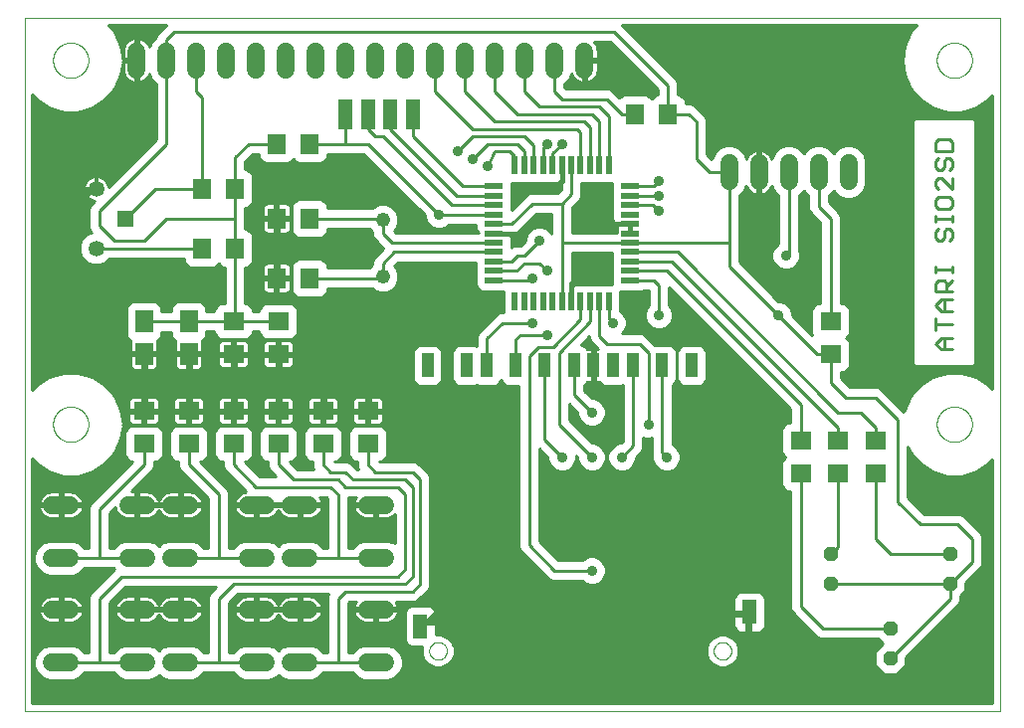
<source format=gtl>
G75*
%MOIN*%
%OFA0B0*%
%FSLAX25Y25*%
%IPPOS*%
%LPD*%
%AMOC8*
5,1,8,0,0,1.08239X$1,22.5*
%
%ADD10C,0.00000*%
%ADD11C,0.01100*%
%ADD12R,0.06299X0.07087*%
%ADD13R,0.05906X0.07677*%
%ADD14R,0.07087X0.06299*%
%ADD15OC8,0.04800*%
%ADD16R,0.05906X0.01969*%
%ADD17R,0.01969X0.05906*%
%ADD18R,0.03937X0.07874*%
%ADD19R,0.04724X0.07874*%
%ADD20C,0.06000*%
%ADD21C,0.04800*%
%ADD22R,0.05000X0.10000*%
%ADD23C,0.05315*%
%ADD24R,0.05315X0.05315*%
%ADD25C,0.01000*%
%ADD26C,0.02400*%
%ADD27C,0.03600*%
%ADD28C,0.01600*%
D10*
X0001500Y0001500D02*
X0001500Y0233783D01*
X0328272Y0233783D01*
X0328272Y0001500D01*
X0001500Y0001500D01*
X0011094Y0097500D02*
X0011096Y0097653D01*
X0011102Y0097807D01*
X0011112Y0097960D01*
X0011126Y0098112D01*
X0011144Y0098265D01*
X0011166Y0098416D01*
X0011191Y0098567D01*
X0011221Y0098718D01*
X0011255Y0098868D01*
X0011292Y0099016D01*
X0011333Y0099164D01*
X0011378Y0099310D01*
X0011427Y0099456D01*
X0011480Y0099600D01*
X0011536Y0099742D01*
X0011596Y0099883D01*
X0011660Y0100023D01*
X0011727Y0100161D01*
X0011798Y0100297D01*
X0011873Y0100431D01*
X0011950Y0100563D01*
X0012032Y0100693D01*
X0012116Y0100821D01*
X0012204Y0100947D01*
X0012295Y0101070D01*
X0012389Y0101191D01*
X0012487Y0101309D01*
X0012587Y0101425D01*
X0012691Y0101538D01*
X0012797Y0101649D01*
X0012906Y0101757D01*
X0013018Y0101862D01*
X0013132Y0101963D01*
X0013250Y0102062D01*
X0013369Y0102158D01*
X0013491Y0102251D01*
X0013616Y0102340D01*
X0013743Y0102427D01*
X0013872Y0102509D01*
X0014003Y0102589D01*
X0014136Y0102665D01*
X0014271Y0102738D01*
X0014408Y0102807D01*
X0014547Y0102872D01*
X0014687Y0102934D01*
X0014829Y0102992D01*
X0014972Y0103047D01*
X0015117Y0103098D01*
X0015263Y0103145D01*
X0015410Y0103188D01*
X0015558Y0103227D01*
X0015707Y0103263D01*
X0015857Y0103294D01*
X0016008Y0103322D01*
X0016159Y0103346D01*
X0016312Y0103366D01*
X0016464Y0103382D01*
X0016617Y0103394D01*
X0016770Y0103402D01*
X0016923Y0103406D01*
X0017077Y0103406D01*
X0017230Y0103402D01*
X0017383Y0103394D01*
X0017536Y0103382D01*
X0017688Y0103366D01*
X0017841Y0103346D01*
X0017992Y0103322D01*
X0018143Y0103294D01*
X0018293Y0103263D01*
X0018442Y0103227D01*
X0018590Y0103188D01*
X0018737Y0103145D01*
X0018883Y0103098D01*
X0019028Y0103047D01*
X0019171Y0102992D01*
X0019313Y0102934D01*
X0019453Y0102872D01*
X0019592Y0102807D01*
X0019729Y0102738D01*
X0019864Y0102665D01*
X0019997Y0102589D01*
X0020128Y0102509D01*
X0020257Y0102427D01*
X0020384Y0102340D01*
X0020509Y0102251D01*
X0020631Y0102158D01*
X0020750Y0102062D01*
X0020868Y0101963D01*
X0020982Y0101862D01*
X0021094Y0101757D01*
X0021203Y0101649D01*
X0021309Y0101538D01*
X0021413Y0101425D01*
X0021513Y0101309D01*
X0021611Y0101191D01*
X0021705Y0101070D01*
X0021796Y0100947D01*
X0021884Y0100821D01*
X0021968Y0100693D01*
X0022050Y0100563D01*
X0022127Y0100431D01*
X0022202Y0100297D01*
X0022273Y0100161D01*
X0022340Y0100023D01*
X0022404Y0099883D01*
X0022464Y0099742D01*
X0022520Y0099600D01*
X0022573Y0099456D01*
X0022622Y0099310D01*
X0022667Y0099164D01*
X0022708Y0099016D01*
X0022745Y0098868D01*
X0022779Y0098718D01*
X0022809Y0098567D01*
X0022834Y0098416D01*
X0022856Y0098265D01*
X0022874Y0098112D01*
X0022888Y0097960D01*
X0022898Y0097807D01*
X0022904Y0097653D01*
X0022906Y0097500D01*
X0022904Y0097347D01*
X0022898Y0097193D01*
X0022888Y0097040D01*
X0022874Y0096888D01*
X0022856Y0096735D01*
X0022834Y0096584D01*
X0022809Y0096433D01*
X0022779Y0096282D01*
X0022745Y0096132D01*
X0022708Y0095984D01*
X0022667Y0095836D01*
X0022622Y0095690D01*
X0022573Y0095544D01*
X0022520Y0095400D01*
X0022464Y0095258D01*
X0022404Y0095117D01*
X0022340Y0094977D01*
X0022273Y0094839D01*
X0022202Y0094703D01*
X0022127Y0094569D01*
X0022050Y0094437D01*
X0021968Y0094307D01*
X0021884Y0094179D01*
X0021796Y0094053D01*
X0021705Y0093930D01*
X0021611Y0093809D01*
X0021513Y0093691D01*
X0021413Y0093575D01*
X0021309Y0093462D01*
X0021203Y0093351D01*
X0021094Y0093243D01*
X0020982Y0093138D01*
X0020868Y0093037D01*
X0020750Y0092938D01*
X0020631Y0092842D01*
X0020509Y0092749D01*
X0020384Y0092660D01*
X0020257Y0092573D01*
X0020128Y0092491D01*
X0019997Y0092411D01*
X0019864Y0092335D01*
X0019729Y0092262D01*
X0019592Y0092193D01*
X0019453Y0092128D01*
X0019313Y0092066D01*
X0019171Y0092008D01*
X0019028Y0091953D01*
X0018883Y0091902D01*
X0018737Y0091855D01*
X0018590Y0091812D01*
X0018442Y0091773D01*
X0018293Y0091737D01*
X0018143Y0091706D01*
X0017992Y0091678D01*
X0017841Y0091654D01*
X0017688Y0091634D01*
X0017536Y0091618D01*
X0017383Y0091606D01*
X0017230Y0091598D01*
X0017077Y0091594D01*
X0016923Y0091594D01*
X0016770Y0091598D01*
X0016617Y0091606D01*
X0016464Y0091618D01*
X0016312Y0091634D01*
X0016159Y0091654D01*
X0016008Y0091678D01*
X0015857Y0091706D01*
X0015707Y0091737D01*
X0015558Y0091773D01*
X0015410Y0091812D01*
X0015263Y0091855D01*
X0015117Y0091902D01*
X0014972Y0091953D01*
X0014829Y0092008D01*
X0014687Y0092066D01*
X0014547Y0092128D01*
X0014408Y0092193D01*
X0014271Y0092262D01*
X0014136Y0092335D01*
X0014003Y0092411D01*
X0013872Y0092491D01*
X0013743Y0092573D01*
X0013616Y0092660D01*
X0013491Y0092749D01*
X0013369Y0092842D01*
X0013250Y0092938D01*
X0013132Y0093037D01*
X0013018Y0093138D01*
X0012906Y0093243D01*
X0012797Y0093351D01*
X0012691Y0093462D01*
X0012587Y0093575D01*
X0012487Y0093691D01*
X0012389Y0093809D01*
X0012295Y0093930D01*
X0012204Y0094053D01*
X0012116Y0094179D01*
X0012032Y0094307D01*
X0011950Y0094437D01*
X0011873Y0094569D01*
X0011798Y0094703D01*
X0011727Y0094839D01*
X0011660Y0094977D01*
X0011596Y0095117D01*
X0011536Y0095258D01*
X0011480Y0095400D01*
X0011427Y0095544D01*
X0011378Y0095690D01*
X0011333Y0095836D01*
X0011292Y0095984D01*
X0011255Y0096132D01*
X0011221Y0096282D01*
X0011191Y0096433D01*
X0011166Y0096584D01*
X0011144Y0096735D01*
X0011126Y0096888D01*
X0011112Y0097040D01*
X0011102Y0097193D01*
X0011096Y0097347D01*
X0011094Y0097500D01*
X0137090Y0021541D02*
X0137092Y0021649D01*
X0137098Y0021758D01*
X0137108Y0021866D01*
X0137122Y0021973D01*
X0137140Y0022080D01*
X0137161Y0022187D01*
X0137187Y0022292D01*
X0137217Y0022397D01*
X0137250Y0022500D01*
X0137287Y0022602D01*
X0137328Y0022702D01*
X0137372Y0022801D01*
X0137421Y0022899D01*
X0137472Y0022994D01*
X0137527Y0023087D01*
X0137586Y0023179D01*
X0137648Y0023268D01*
X0137713Y0023355D01*
X0137781Y0023439D01*
X0137852Y0023521D01*
X0137926Y0023600D01*
X0138003Y0023676D01*
X0138083Y0023750D01*
X0138166Y0023820D01*
X0138251Y0023888D01*
X0138338Y0023952D01*
X0138428Y0024013D01*
X0138520Y0024071D01*
X0138614Y0024125D01*
X0138710Y0024176D01*
X0138807Y0024223D01*
X0138907Y0024267D01*
X0139008Y0024307D01*
X0139110Y0024343D01*
X0139213Y0024375D01*
X0139318Y0024404D01*
X0139424Y0024428D01*
X0139530Y0024449D01*
X0139637Y0024466D01*
X0139745Y0024479D01*
X0139853Y0024488D01*
X0139962Y0024493D01*
X0140070Y0024494D01*
X0140179Y0024491D01*
X0140287Y0024484D01*
X0140395Y0024473D01*
X0140502Y0024458D01*
X0140609Y0024439D01*
X0140715Y0024416D01*
X0140820Y0024390D01*
X0140925Y0024359D01*
X0141027Y0024325D01*
X0141129Y0024287D01*
X0141229Y0024245D01*
X0141328Y0024200D01*
X0141425Y0024151D01*
X0141519Y0024098D01*
X0141612Y0024042D01*
X0141703Y0023983D01*
X0141792Y0023920D01*
X0141878Y0023855D01*
X0141962Y0023786D01*
X0142043Y0023714D01*
X0142121Y0023639D01*
X0142197Y0023561D01*
X0142270Y0023480D01*
X0142340Y0023397D01*
X0142406Y0023312D01*
X0142470Y0023224D01*
X0142530Y0023133D01*
X0142587Y0023041D01*
X0142640Y0022946D01*
X0142690Y0022850D01*
X0142736Y0022752D01*
X0142779Y0022652D01*
X0142818Y0022551D01*
X0142853Y0022448D01*
X0142885Y0022345D01*
X0142912Y0022240D01*
X0142936Y0022134D01*
X0142956Y0022027D01*
X0142972Y0021920D01*
X0142984Y0021812D01*
X0142992Y0021704D01*
X0142996Y0021595D01*
X0142996Y0021487D01*
X0142992Y0021378D01*
X0142984Y0021270D01*
X0142972Y0021162D01*
X0142956Y0021055D01*
X0142936Y0020948D01*
X0142912Y0020842D01*
X0142885Y0020737D01*
X0142853Y0020634D01*
X0142818Y0020531D01*
X0142779Y0020430D01*
X0142736Y0020330D01*
X0142690Y0020232D01*
X0142640Y0020136D01*
X0142587Y0020041D01*
X0142530Y0019949D01*
X0142470Y0019858D01*
X0142406Y0019770D01*
X0142340Y0019685D01*
X0142270Y0019602D01*
X0142197Y0019521D01*
X0142121Y0019443D01*
X0142043Y0019368D01*
X0141962Y0019296D01*
X0141878Y0019227D01*
X0141792Y0019162D01*
X0141703Y0019099D01*
X0141612Y0019040D01*
X0141520Y0018984D01*
X0141425Y0018931D01*
X0141328Y0018882D01*
X0141229Y0018837D01*
X0141129Y0018795D01*
X0141027Y0018757D01*
X0140925Y0018723D01*
X0140820Y0018692D01*
X0140715Y0018666D01*
X0140609Y0018643D01*
X0140502Y0018624D01*
X0140395Y0018609D01*
X0140287Y0018598D01*
X0140179Y0018591D01*
X0140070Y0018588D01*
X0139962Y0018589D01*
X0139853Y0018594D01*
X0139745Y0018603D01*
X0139637Y0018616D01*
X0139530Y0018633D01*
X0139424Y0018654D01*
X0139318Y0018678D01*
X0139213Y0018707D01*
X0139110Y0018739D01*
X0139008Y0018775D01*
X0138907Y0018815D01*
X0138807Y0018859D01*
X0138710Y0018906D01*
X0138614Y0018957D01*
X0138520Y0019011D01*
X0138428Y0019069D01*
X0138338Y0019130D01*
X0138251Y0019194D01*
X0138166Y0019262D01*
X0138083Y0019332D01*
X0138003Y0019406D01*
X0137926Y0019482D01*
X0137852Y0019561D01*
X0137781Y0019643D01*
X0137713Y0019727D01*
X0137648Y0019814D01*
X0137586Y0019903D01*
X0137527Y0019995D01*
X0137472Y0020088D01*
X0137421Y0020183D01*
X0137372Y0020281D01*
X0137328Y0020380D01*
X0137287Y0020480D01*
X0137250Y0020582D01*
X0137217Y0020685D01*
X0137187Y0020790D01*
X0137161Y0020895D01*
X0137140Y0021002D01*
X0137122Y0021109D01*
X0137108Y0021216D01*
X0137098Y0021324D01*
X0137092Y0021433D01*
X0137090Y0021541D01*
X0232366Y0021541D02*
X0232368Y0021649D01*
X0232374Y0021758D01*
X0232384Y0021866D01*
X0232398Y0021973D01*
X0232416Y0022080D01*
X0232437Y0022187D01*
X0232463Y0022292D01*
X0232493Y0022397D01*
X0232526Y0022500D01*
X0232563Y0022602D01*
X0232604Y0022702D01*
X0232648Y0022801D01*
X0232697Y0022899D01*
X0232748Y0022994D01*
X0232803Y0023087D01*
X0232862Y0023179D01*
X0232924Y0023268D01*
X0232989Y0023355D01*
X0233057Y0023439D01*
X0233128Y0023521D01*
X0233202Y0023600D01*
X0233279Y0023676D01*
X0233359Y0023750D01*
X0233442Y0023820D01*
X0233527Y0023888D01*
X0233614Y0023952D01*
X0233704Y0024013D01*
X0233796Y0024071D01*
X0233890Y0024125D01*
X0233986Y0024176D01*
X0234083Y0024223D01*
X0234183Y0024267D01*
X0234284Y0024307D01*
X0234386Y0024343D01*
X0234489Y0024375D01*
X0234594Y0024404D01*
X0234700Y0024428D01*
X0234806Y0024449D01*
X0234913Y0024466D01*
X0235021Y0024479D01*
X0235129Y0024488D01*
X0235238Y0024493D01*
X0235346Y0024494D01*
X0235455Y0024491D01*
X0235563Y0024484D01*
X0235671Y0024473D01*
X0235778Y0024458D01*
X0235885Y0024439D01*
X0235991Y0024416D01*
X0236096Y0024390D01*
X0236201Y0024359D01*
X0236303Y0024325D01*
X0236405Y0024287D01*
X0236505Y0024245D01*
X0236604Y0024200D01*
X0236701Y0024151D01*
X0236795Y0024098D01*
X0236888Y0024042D01*
X0236979Y0023983D01*
X0237068Y0023920D01*
X0237154Y0023855D01*
X0237238Y0023786D01*
X0237319Y0023714D01*
X0237397Y0023639D01*
X0237473Y0023561D01*
X0237546Y0023480D01*
X0237616Y0023397D01*
X0237682Y0023312D01*
X0237746Y0023224D01*
X0237806Y0023133D01*
X0237863Y0023041D01*
X0237916Y0022946D01*
X0237966Y0022850D01*
X0238012Y0022752D01*
X0238055Y0022652D01*
X0238094Y0022551D01*
X0238129Y0022448D01*
X0238161Y0022345D01*
X0238188Y0022240D01*
X0238212Y0022134D01*
X0238232Y0022027D01*
X0238248Y0021920D01*
X0238260Y0021812D01*
X0238268Y0021704D01*
X0238272Y0021595D01*
X0238272Y0021487D01*
X0238268Y0021378D01*
X0238260Y0021270D01*
X0238248Y0021162D01*
X0238232Y0021055D01*
X0238212Y0020948D01*
X0238188Y0020842D01*
X0238161Y0020737D01*
X0238129Y0020634D01*
X0238094Y0020531D01*
X0238055Y0020430D01*
X0238012Y0020330D01*
X0237966Y0020232D01*
X0237916Y0020136D01*
X0237863Y0020041D01*
X0237806Y0019949D01*
X0237746Y0019858D01*
X0237682Y0019770D01*
X0237616Y0019685D01*
X0237546Y0019602D01*
X0237473Y0019521D01*
X0237397Y0019443D01*
X0237319Y0019368D01*
X0237238Y0019296D01*
X0237154Y0019227D01*
X0237068Y0019162D01*
X0236979Y0019099D01*
X0236888Y0019040D01*
X0236796Y0018984D01*
X0236701Y0018931D01*
X0236604Y0018882D01*
X0236505Y0018837D01*
X0236405Y0018795D01*
X0236303Y0018757D01*
X0236201Y0018723D01*
X0236096Y0018692D01*
X0235991Y0018666D01*
X0235885Y0018643D01*
X0235778Y0018624D01*
X0235671Y0018609D01*
X0235563Y0018598D01*
X0235455Y0018591D01*
X0235346Y0018588D01*
X0235238Y0018589D01*
X0235129Y0018594D01*
X0235021Y0018603D01*
X0234913Y0018616D01*
X0234806Y0018633D01*
X0234700Y0018654D01*
X0234594Y0018678D01*
X0234489Y0018707D01*
X0234386Y0018739D01*
X0234284Y0018775D01*
X0234183Y0018815D01*
X0234083Y0018859D01*
X0233986Y0018906D01*
X0233890Y0018957D01*
X0233796Y0019011D01*
X0233704Y0019069D01*
X0233614Y0019130D01*
X0233527Y0019194D01*
X0233442Y0019262D01*
X0233359Y0019332D01*
X0233279Y0019406D01*
X0233202Y0019482D01*
X0233128Y0019561D01*
X0233057Y0019643D01*
X0232989Y0019727D01*
X0232924Y0019814D01*
X0232862Y0019903D01*
X0232803Y0019995D01*
X0232748Y0020088D01*
X0232697Y0020183D01*
X0232648Y0020281D01*
X0232604Y0020380D01*
X0232563Y0020480D01*
X0232526Y0020582D01*
X0232493Y0020685D01*
X0232463Y0020790D01*
X0232437Y0020895D01*
X0232416Y0021002D01*
X0232398Y0021109D01*
X0232384Y0021216D01*
X0232374Y0021324D01*
X0232368Y0021433D01*
X0232366Y0021541D01*
X0307094Y0097500D02*
X0307096Y0097653D01*
X0307102Y0097807D01*
X0307112Y0097960D01*
X0307126Y0098112D01*
X0307144Y0098265D01*
X0307166Y0098416D01*
X0307191Y0098567D01*
X0307221Y0098718D01*
X0307255Y0098868D01*
X0307292Y0099016D01*
X0307333Y0099164D01*
X0307378Y0099310D01*
X0307427Y0099456D01*
X0307480Y0099600D01*
X0307536Y0099742D01*
X0307596Y0099883D01*
X0307660Y0100023D01*
X0307727Y0100161D01*
X0307798Y0100297D01*
X0307873Y0100431D01*
X0307950Y0100563D01*
X0308032Y0100693D01*
X0308116Y0100821D01*
X0308204Y0100947D01*
X0308295Y0101070D01*
X0308389Y0101191D01*
X0308487Y0101309D01*
X0308587Y0101425D01*
X0308691Y0101538D01*
X0308797Y0101649D01*
X0308906Y0101757D01*
X0309018Y0101862D01*
X0309132Y0101963D01*
X0309250Y0102062D01*
X0309369Y0102158D01*
X0309491Y0102251D01*
X0309616Y0102340D01*
X0309743Y0102427D01*
X0309872Y0102509D01*
X0310003Y0102589D01*
X0310136Y0102665D01*
X0310271Y0102738D01*
X0310408Y0102807D01*
X0310547Y0102872D01*
X0310687Y0102934D01*
X0310829Y0102992D01*
X0310972Y0103047D01*
X0311117Y0103098D01*
X0311263Y0103145D01*
X0311410Y0103188D01*
X0311558Y0103227D01*
X0311707Y0103263D01*
X0311857Y0103294D01*
X0312008Y0103322D01*
X0312159Y0103346D01*
X0312312Y0103366D01*
X0312464Y0103382D01*
X0312617Y0103394D01*
X0312770Y0103402D01*
X0312923Y0103406D01*
X0313077Y0103406D01*
X0313230Y0103402D01*
X0313383Y0103394D01*
X0313536Y0103382D01*
X0313688Y0103366D01*
X0313841Y0103346D01*
X0313992Y0103322D01*
X0314143Y0103294D01*
X0314293Y0103263D01*
X0314442Y0103227D01*
X0314590Y0103188D01*
X0314737Y0103145D01*
X0314883Y0103098D01*
X0315028Y0103047D01*
X0315171Y0102992D01*
X0315313Y0102934D01*
X0315453Y0102872D01*
X0315592Y0102807D01*
X0315729Y0102738D01*
X0315864Y0102665D01*
X0315997Y0102589D01*
X0316128Y0102509D01*
X0316257Y0102427D01*
X0316384Y0102340D01*
X0316509Y0102251D01*
X0316631Y0102158D01*
X0316750Y0102062D01*
X0316868Y0101963D01*
X0316982Y0101862D01*
X0317094Y0101757D01*
X0317203Y0101649D01*
X0317309Y0101538D01*
X0317413Y0101425D01*
X0317513Y0101309D01*
X0317611Y0101191D01*
X0317705Y0101070D01*
X0317796Y0100947D01*
X0317884Y0100821D01*
X0317968Y0100693D01*
X0318050Y0100563D01*
X0318127Y0100431D01*
X0318202Y0100297D01*
X0318273Y0100161D01*
X0318340Y0100023D01*
X0318404Y0099883D01*
X0318464Y0099742D01*
X0318520Y0099600D01*
X0318573Y0099456D01*
X0318622Y0099310D01*
X0318667Y0099164D01*
X0318708Y0099016D01*
X0318745Y0098868D01*
X0318779Y0098718D01*
X0318809Y0098567D01*
X0318834Y0098416D01*
X0318856Y0098265D01*
X0318874Y0098112D01*
X0318888Y0097960D01*
X0318898Y0097807D01*
X0318904Y0097653D01*
X0318906Y0097500D01*
X0318904Y0097347D01*
X0318898Y0097193D01*
X0318888Y0097040D01*
X0318874Y0096888D01*
X0318856Y0096735D01*
X0318834Y0096584D01*
X0318809Y0096433D01*
X0318779Y0096282D01*
X0318745Y0096132D01*
X0318708Y0095984D01*
X0318667Y0095836D01*
X0318622Y0095690D01*
X0318573Y0095544D01*
X0318520Y0095400D01*
X0318464Y0095258D01*
X0318404Y0095117D01*
X0318340Y0094977D01*
X0318273Y0094839D01*
X0318202Y0094703D01*
X0318127Y0094569D01*
X0318050Y0094437D01*
X0317968Y0094307D01*
X0317884Y0094179D01*
X0317796Y0094053D01*
X0317705Y0093930D01*
X0317611Y0093809D01*
X0317513Y0093691D01*
X0317413Y0093575D01*
X0317309Y0093462D01*
X0317203Y0093351D01*
X0317094Y0093243D01*
X0316982Y0093138D01*
X0316868Y0093037D01*
X0316750Y0092938D01*
X0316631Y0092842D01*
X0316509Y0092749D01*
X0316384Y0092660D01*
X0316257Y0092573D01*
X0316128Y0092491D01*
X0315997Y0092411D01*
X0315864Y0092335D01*
X0315729Y0092262D01*
X0315592Y0092193D01*
X0315453Y0092128D01*
X0315313Y0092066D01*
X0315171Y0092008D01*
X0315028Y0091953D01*
X0314883Y0091902D01*
X0314737Y0091855D01*
X0314590Y0091812D01*
X0314442Y0091773D01*
X0314293Y0091737D01*
X0314143Y0091706D01*
X0313992Y0091678D01*
X0313841Y0091654D01*
X0313688Y0091634D01*
X0313536Y0091618D01*
X0313383Y0091606D01*
X0313230Y0091598D01*
X0313077Y0091594D01*
X0312923Y0091594D01*
X0312770Y0091598D01*
X0312617Y0091606D01*
X0312464Y0091618D01*
X0312312Y0091634D01*
X0312159Y0091654D01*
X0312008Y0091678D01*
X0311857Y0091706D01*
X0311707Y0091737D01*
X0311558Y0091773D01*
X0311410Y0091812D01*
X0311263Y0091855D01*
X0311117Y0091902D01*
X0310972Y0091953D01*
X0310829Y0092008D01*
X0310687Y0092066D01*
X0310547Y0092128D01*
X0310408Y0092193D01*
X0310271Y0092262D01*
X0310136Y0092335D01*
X0310003Y0092411D01*
X0309872Y0092491D01*
X0309743Y0092573D01*
X0309616Y0092660D01*
X0309491Y0092749D01*
X0309369Y0092842D01*
X0309250Y0092938D01*
X0309132Y0093037D01*
X0309018Y0093138D01*
X0308906Y0093243D01*
X0308797Y0093351D01*
X0308691Y0093462D01*
X0308587Y0093575D01*
X0308487Y0093691D01*
X0308389Y0093809D01*
X0308295Y0093930D01*
X0308204Y0094053D01*
X0308116Y0094179D01*
X0308032Y0094307D01*
X0307950Y0094437D01*
X0307873Y0094569D01*
X0307798Y0094703D01*
X0307727Y0094839D01*
X0307660Y0094977D01*
X0307596Y0095117D01*
X0307536Y0095258D01*
X0307480Y0095400D01*
X0307427Y0095544D01*
X0307378Y0095690D01*
X0307333Y0095836D01*
X0307292Y0095984D01*
X0307255Y0096132D01*
X0307221Y0096282D01*
X0307191Y0096433D01*
X0307166Y0096584D01*
X0307144Y0096735D01*
X0307126Y0096888D01*
X0307112Y0097040D01*
X0307102Y0097193D01*
X0307096Y0097347D01*
X0307094Y0097500D01*
X0307094Y0219500D02*
X0307096Y0219653D01*
X0307102Y0219807D01*
X0307112Y0219960D01*
X0307126Y0220112D01*
X0307144Y0220265D01*
X0307166Y0220416D01*
X0307191Y0220567D01*
X0307221Y0220718D01*
X0307255Y0220868D01*
X0307292Y0221016D01*
X0307333Y0221164D01*
X0307378Y0221310D01*
X0307427Y0221456D01*
X0307480Y0221600D01*
X0307536Y0221742D01*
X0307596Y0221883D01*
X0307660Y0222023D01*
X0307727Y0222161D01*
X0307798Y0222297D01*
X0307873Y0222431D01*
X0307950Y0222563D01*
X0308032Y0222693D01*
X0308116Y0222821D01*
X0308204Y0222947D01*
X0308295Y0223070D01*
X0308389Y0223191D01*
X0308487Y0223309D01*
X0308587Y0223425D01*
X0308691Y0223538D01*
X0308797Y0223649D01*
X0308906Y0223757D01*
X0309018Y0223862D01*
X0309132Y0223963D01*
X0309250Y0224062D01*
X0309369Y0224158D01*
X0309491Y0224251D01*
X0309616Y0224340D01*
X0309743Y0224427D01*
X0309872Y0224509D01*
X0310003Y0224589D01*
X0310136Y0224665D01*
X0310271Y0224738D01*
X0310408Y0224807D01*
X0310547Y0224872D01*
X0310687Y0224934D01*
X0310829Y0224992D01*
X0310972Y0225047D01*
X0311117Y0225098D01*
X0311263Y0225145D01*
X0311410Y0225188D01*
X0311558Y0225227D01*
X0311707Y0225263D01*
X0311857Y0225294D01*
X0312008Y0225322D01*
X0312159Y0225346D01*
X0312312Y0225366D01*
X0312464Y0225382D01*
X0312617Y0225394D01*
X0312770Y0225402D01*
X0312923Y0225406D01*
X0313077Y0225406D01*
X0313230Y0225402D01*
X0313383Y0225394D01*
X0313536Y0225382D01*
X0313688Y0225366D01*
X0313841Y0225346D01*
X0313992Y0225322D01*
X0314143Y0225294D01*
X0314293Y0225263D01*
X0314442Y0225227D01*
X0314590Y0225188D01*
X0314737Y0225145D01*
X0314883Y0225098D01*
X0315028Y0225047D01*
X0315171Y0224992D01*
X0315313Y0224934D01*
X0315453Y0224872D01*
X0315592Y0224807D01*
X0315729Y0224738D01*
X0315864Y0224665D01*
X0315997Y0224589D01*
X0316128Y0224509D01*
X0316257Y0224427D01*
X0316384Y0224340D01*
X0316509Y0224251D01*
X0316631Y0224158D01*
X0316750Y0224062D01*
X0316868Y0223963D01*
X0316982Y0223862D01*
X0317094Y0223757D01*
X0317203Y0223649D01*
X0317309Y0223538D01*
X0317413Y0223425D01*
X0317513Y0223309D01*
X0317611Y0223191D01*
X0317705Y0223070D01*
X0317796Y0222947D01*
X0317884Y0222821D01*
X0317968Y0222693D01*
X0318050Y0222563D01*
X0318127Y0222431D01*
X0318202Y0222297D01*
X0318273Y0222161D01*
X0318340Y0222023D01*
X0318404Y0221883D01*
X0318464Y0221742D01*
X0318520Y0221600D01*
X0318573Y0221456D01*
X0318622Y0221310D01*
X0318667Y0221164D01*
X0318708Y0221016D01*
X0318745Y0220868D01*
X0318779Y0220718D01*
X0318809Y0220567D01*
X0318834Y0220416D01*
X0318856Y0220265D01*
X0318874Y0220112D01*
X0318888Y0219960D01*
X0318898Y0219807D01*
X0318904Y0219653D01*
X0318906Y0219500D01*
X0318904Y0219347D01*
X0318898Y0219193D01*
X0318888Y0219040D01*
X0318874Y0218888D01*
X0318856Y0218735D01*
X0318834Y0218584D01*
X0318809Y0218433D01*
X0318779Y0218282D01*
X0318745Y0218132D01*
X0318708Y0217984D01*
X0318667Y0217836D01*
X0318622Y0217690D01*
X0318573Y0217544D01*
X0318520Y0217400D01*
X0318464Y0217258D01*
X0318404Y0217117D01*
X0318340Y0216977D01*
X0318273Y0216839D01*
X0318202Y0216703D01*
X0318127Y0216569D01*
X0318050Y0216437D01*
X0317968Y0216307D01*
X0317884Y0216179D01*
X0317796Y0216053D01*
X0317705Y0215930D01*
X0317611Y0215809D01*
X0317513Y0215691D01*
X0317413Y0215575D01*
X0317309Y0215462D01*
X0317203Y0215351D01*
X0317094Y0215243D01*
X0316982Y0215138D01*
X0316868Y0215037D01*
X0316750Y0214938D01*
X0316631Y0214842D01*
X0316509Y0214749D01*
X0316384Y0214660D01*
X0316257Y0214573D01*
X0316128Y0214491D01*
X0315997Y0214411D01*
X0315864Y0214335D01*
X0315729Y0214262D01*
X0315592Y0214193D01*
X0315453Y0214128D01*
X0315313Y0214066D01*
X0315171Y0214008D01*
X0315028Y0213953D01*
X0314883Y0213902D01*
X0314737Y0213855D01*
X0314590Y0213812D01*
X0314442Y0213773D01*
X0314293Y0213737D01*
X0314143Y0213706D01*
X0313992Y0213678D01*
X0313841Y0213654D01*
X0313688Y0213634D01*
X0313536Y0213618D01*
X0313383Y0213606D01*
X0313230Y0213598D01*
X0313077Y0213594D01*
X0312923Y0213594D01*
X0312770Y0213598D01*
X0312617Y0213606D01*
X0312464Y0213618D01*
X0312312Y0213634D01*
X0312159Y0213654D01*
X0312008Y0213678D01*
X0311857Y0213706D01*
X0311707Y0213737D01*
X0311558Y0213773D01*
X0311410Y0213812D01*
X0311263Y0213855D01*
X0311117Y0213902D01*
X0310972Y0213953D01*
X0310829Y0214008D01*
X0310687Y0214066D01*
X0310547Y0214128D01*
X0310408Y0214193D01*
X0310271Y0214262D01*
X0310136Y0214335D01*
X0310003Y0214411D01*
X0309872Y0214491D01*
X0309743Y0214573D01*
X0309616Y0214660D01*
X0309491Y0214749D01*
X0309369Y0214842D01*
X0309250Y0214938D01*
X0309132Y0215037D01*
X0309018Y0215138D01*
X0308906Y0215243D01*
X0308797Y0215351D01*
X0308691Y0215462D01*
X0308587Y0215575D01*
X0308487Y0215691D01*
X0308389Y0215809D01*
X0308295Y0215930D01*
X0308204Y0216053D01*
X0308116Y0216179D01*
X0308032Y0216307D01*
X0307950Y0216437D01*
X0307873Y0216569D01*
X0307798Y0216703D01*
X0307727Y0216839D01*
X0307660Y0216977D01*
X0307596Y0217117D01*
X0307536Y0217258D01*
X0307480Y0217400D01*
X0307427Y0217544D01*
X0307378Y0217690D01*
X0307333Y0217836D01*
X0307292Y0217984D01*
X0307255Y0218132D01*
X0307221Y0218282D01*
X0307191Y0218433D01*
X0307166Y0218584D01*
X0307144Y0218735D01*
X0307126Y0218888D01*
X0307112Y0219040D01*
X0307102Y0219193D01*
X0307096Y0219347D01*
X0307094Y0219500D01*
X0011094Y0219500D02*
X0011096Y0219653D01*
X0011102Y0219807D01*
X0011112Y0219960D01*
X0011126Y0220112D01*
X0011144Y0220265D01*
X0011166Y0220416D01*
X0011191Y0220567D01*
X0011221Y0220718D01*
X0011255Y0220868D01*
X0011292Y0221016D01*
X0011333Y0221164D01*
X0011378Y0221310D01*
X0011427Y0221456D01*
X0011480Y0221600D01*
X0011536Y0221742D01*
X0011596Y0221883D01*
X0011660Y0222023D01*
X0011727Y0222161D01*
X0011798Y0222297D01*
X0011873Y0222431D01*
X0011950Y0222563D01*
X0012032Y0222693D01*
X0012116Y0222821D01*
X0012204Y0222947D01*
X0012295Y0223070D01*
X0012389Y0223191D01*
X0012487Y0223309D01*
X0012587Y0223425D01*
X0012691Y0223538D01*
X0012797Y0223649D01*
X0012906Y0223757D01*
X0013018Y0223862D01*
X0013132Y0223963D01*
X0013250Y0224062D01*
X0013369Y0224158D01*
X0013491Y0224251D01*
X0013616Y0224340D01*
X0013743Y0224427D01*
X0013872Y0224509D01*
X0014003Y0224589D01*
X0014136Y0224665D01*
X0014271Y0224738D01*
X0014408Y0224807D01*
X0014547Y0224872D01*
X0014687Y0224934D01*
X0014829Y0224992D01*
X0014972Y0225047D01*
X0015117Y0225098D01*
X0015263Y0225145D01*
X0015410Y0225188D01*
X0015558Y0225227D01*
X0015707Y0225263D01*
X0015857Y0225294D01*
X0016008Y0225322D01*
X0016159Y0225346D01*
X0016312Y0225366D01*
X0016464Y0225382D01*
X0016617Y0225394D01*
X0016770Y0225402D01*
X0016923Y0225406D01*
X0017077Y0225406D01*
X0017230Y0225402D01*
X0017383Y0225394D01*
X0017536Y0225382D01*
X0017688Y0225366D01*
X0017841Y0225346D01*
X0017992Y0225322D01*
X0018143Y0225294D01*
X0018293Y0225263D01*
X0018442Y0225227D01*
X0018590Y0225188D01*
X0018737Y0225145D01*
X0018883Y0225098D01*
X0019028Y0225047D01*
X0019171Y0224992D01*
X0019313Y0224934D01*
X0019453Y0224872D01*
X0019592Y0224807D01*
X0019729Y0224738D01*
X0019864Y0224665D01*
X0019997Y0224589D01*
X0020128Y0224509D01*
X0020257Y0224427D01*
X0020384Y0224340D01*
X0020509Y0224251D01*
X0020631Y0224158D01*
X0020750Y0224062D01*
X0020868Y0223963D01*
X0020982Y0223862D01*
X0021094Y0223757D01*
X0021203Y0223649D01*
X0021309Y0223538D01*
X0021413Y0223425D01*
X0021513Y0223309D01*
X0021611Y0223191D01*
X0021705Y0223070D01*
X0021796Y0222947D01*
X0021884Y0222821D01*
X0021968Y0222693D01*
X0022050Y0222563D01*
X0022127Y0222431D01*
X0022202Y0222297D01*
X0022273Y0222161D01*
X0022340Y0222023D01*
X0022404Y0221883D01*
X0022464Y0221742D01*
X0022520Y0221600D01*
X0022573Y0221456D01*
X0022622Y0221310D01*
X0022667Y0221164D01*
X0022708Y0221016D01*
X0022745Y0220868D01*
X0022779Y0220718D01*
X0022809Y0220567D01*
X0022834Y0220416D01*
X0022856Y0220265D01*
X0022874Y0220112D01*
X0022888Y0219960D01*
X0022898Y0219807D01*
X0022904Y0219653D01*
X0022906Y0219500D01*
X0022904Y0219347D01*
X0022898Y0219193D01*
X0022888Y0219040D01*
X0022874Y0218888D01*
X0022856Y0218735D01*
X0022834Y0218584D01*
X0022809Y0218433D01*
X0022779Y0218282D01*
X0022745Y0218132D01*
X0022708Y0217984D01*
X0022667Y0217836D01*
X0022622Y0217690D01*
X0022573Y0217544D01*
X0022520Y0217400D01*
X0022464Y0217258D01*
X0022404Y0217117D01*
X0022340Y0216977D01*
X0022273Y0216839D01*
X0022202Y0216703D01*
X0022127Y0216569D01*
X0022050Y0216437D01*
X0021968Y0216307D01*
X0021884Y0216179D01*
X0021796Y0216053D01*
X0021705Y0215930D01*
X0021611Y0215809D01*
X0021513Y0215691D01*
X0021413Y0215575D01*
X0021309Y0215462D01*
X0021203Y0215351D01*
X0021094Y0215243D01*
X0020982Y0215138D01*
X0020868Y0215037D01*
X0020750Y0214938D01*
X0020631Y0214842D01*
X0020509Y0214749D01*
X0020384Y0214660D01*
X0020257Y0214573D01*
X0020128Y0214491D01*
X0019997Y0214411D01*
X0019864Y0214335D01*
X0019729Y0214262D01*
X0019592Y0214193D01*
X0019453Y0214128D01*
X0019313Y0214066D01*
X0019171Y0214008D01*
X0019028Y0213953D01*
X0018883Y0213902D01*
X0018737Y0213855D01*
X0018590Y0213812D01*
X0018442Y0213773D01*
X0018293Y0213737D01*
X0018143Y0213706D01*
X0017992Y0213678D01*
X0017841Y0213654D01*
X0017688Y0213634D01*
X0017536Y0213618D01*
X0017383Y0213606D01*
X0017230Y0213598D01*
X0017077Y0213594D01*
X0016923Y0213594D01*
X0016770Y0213598D01*
X0016617Y0213606D01*
X0016464Y0213618D01*
X0016312Y0213634D01*
X0016159Y0213654D01*
X0016008Y0213678D01*
X0015857Y0213706D01*
X0015707Y0213737D01*
X0015558Y0213773D01*
X0015410Y0213812D01*
X0015263Y0213855D01*
X0015117Y0213902D01*
X0014972Y0213953D01*
X0014829Y0214008D01*
X0014687Y0214066D01*
X0014547Y0214128D01*
X0014408Y0214193D01*
X0014271Y0214262D01*
X0014136Y0214335D01*
X0014003Y0214411D01*
X0013872Y0214491D01*
X0013743Y0214573D01*
X0013616Y0214660D01*
X0013491Y0214749D01*
X0013369Y0214842D01*
X0013250Y0214938D01*
X0013132Y0215037D01*
X0013018Y0215138D01*
X0012906Y0215243D01*
X0012797Y0215351D01*
X0012691Y0215462D01*
X0012587Y0215575D01*
X0012487Y0215691D01*
X0012389Y0215809D01*
X0012295Y0215930D01*
X0012204Y0216053D01*
X0012116Y0216179D01*
X0012032Y0216307D01*
X0011950Y0216437D01*
X0011873Y0216569D01*
X0011798Y0216703D01*
X0011727Y0216839D01*
X0011660Y0216977D01*
X0011596Y0217117D01*
X0011536Y0217258D01*
X0011480Y0217400D01*
X0011427Y0217544D01*
X0011378Y0217690D01*
X0011333Y0217836D01*
X0011292Y0217984D01*
X0011255Y0218132D01*
X0011221Y0218282D01*
X0011191Y0218433D01*
X0011166Y0218584D01*
X0011144Y0218735D01*
X0011126Y0218888D01*
X0011112Y0219040D01*
X0011102Y0219193D01*
X0011096Y0219347D01*
X0011094Y0219500D01*
D11*
X0306545Y0192081D02*
X0306545Y0189129D01*
X0312450Y0189129D01*
X0312450Y0192081D01*
X0311466Y0193066D01*
X0307529Y0193066D01*
X0306545Y0192081D01*
X0307529Y0186620D02*
X0306545Y0185636D01*
X0306545Y0183668D01*
X0307529Y0182683D01*
X0308513Y0182683D01*
X0309497Y0183668D01*
X0309497Y0185636D01*
X0310482Y0186620D01*
X0311466Y0186620D01*
X0312450Y0185636D01*
X0312450Y0183668D01*
X0311466Y0182683D01*
X0312450Y0180175D02*
X0312450Y0176238D01*
X0308513Y0180175D01*
X0307529Y0180175D01*
X0306545Y0179190D01*
X0306545Y0177222D01*
X0307529Y0176238D01*
X0307529Y0173729D02*
X0306545Y0172745D01*
X0306545Y0170777D01*
X0307529Y0169792D01*
X0311466Y0169792D01*
X0312450Y0170777D01*
X0312450Y0172745D01*
X0311466Y0173729D01*
X0307529Y0173729D01*
X0306545Y0167464D02*
X0306545Y0165495D01*
X0306545Y0166480D02*
X0312450Y0166480D01*
X0312450Y0167464D02*
X0312450Y0165495D01*
X0311466Y0162987D02*
X0312450Y0162002D01*
X0312450Y0160034D01*
X0311466Y0159050D01*
X0309497Y0160034D02*
X0309497Y0162002D01*
X0310482Y0162987D01*
X0311466Y0162987D01*
X0309497Y0160034D02*
X0308513Y0159050D01*
X0307529Y0159050D01*
X0306545Y0160034D01*
X0306545Y0162002D01*
X0307529Y0162987D01*
X0306545Y0150276D02*
X0306545Y0148307D01*
X0306545Y0149292D02*
X0312450Y0149292D01*
X0312450Y0150276D02*
X0312450Y0148307D01*
X0312450Y0145799D02*
X0310482Y0143830D01*
X0310482Y0144814D02*
X0309497Y0145799D01*
X0307529Y0145799D01*
X0306545Y0144814D01*
X0306545Y0141862D01*
X0312450Y0141862D01*
X0310482Y0141862D02*
X0310482Y0144814D01*
X0309497Y0139353D02*
X0309497Y0135416D01*
X0308513Y0135416D02*
X0306545Y0137385D01*
X0308513Y0139353D01*
X0312450Y0139353D01*
X0312450Y0135416D02*
X0308513Y0135416D01*
X0306545Y0132908D02*
X0306545Y0128971D01*
X0306545Y0130939D02*
X0312450Y0130939D01*
X0312450Y0126462D02*
X0308513Y0126462D01*
X0306545Y0124494D01*
X0308513Y0122525D01*
X0312450Y0122525D01*
X0309497Y0122525D02*
X0309497Y0126462D01*
D12*
X0217012Y0201500D03*
X0205988Y0201500D03*
X0097012Y0191500D03*
X0085988Y0191500D03*
X0072012Y0176500D03*
X0060988Y0176500D03*
X0085988Y0166500D03*
X0097012Y0166500D03*
X0072012Y0156500D03*
X0060988Y0156500D03*
X0085988Y0146500D03*
X0097012Y0146500D03*
D13*
X0056500Y0131913D03*
X0056500Y0121087D03*
X0041500Y0121087D03*
X0041500Y0131913D03*
D14*
X0071500Y0132012D03*
X0071500Y0120988D03*
X0086500Y0120988D03*
X0086500Y0132012D03*
X0086500Y0102012D03*
X0071500Y0102012D03*
X0071500Y0090988D03*
X0086500Y0090988D03*
X0101500Y0090988D03*
X0116500Y0090988D03*
X0116500Y0102012D03*
X0101500Y0102012D03*
X0056500Y0102012D03*
X0041500Y0102012D03*
X0041500Y0090988D03*
X0056500Y0090988D03*
X0261500Y0092012D03*
X0261500Y0080988D03*
X0274000Y0080988D03*
X0274000Y0092012D03*
X0286500Y0092012D03*
X0286500Y0080988D03*
X0271500Y0120988D03*
X0271500Y0132012D03*
D15*
X0271500Y0054000D03*
X0271500Y0044000D03*
X0291500Y0029000D03*
X0291500Y0019000D03*
X0311500Y0044000D03*
X0311500Y0054000D03*
D16*
X0204335Y0145752D03*
X0204335Y0148902D03*
X0204335Y0152051D03*
X0204335Y0155201D03*
X0204335Y0158350D03*
X0204335Y0161500D03*
X0204335Y0164650D03*
X0204335Y0167799D03*
X0204335Y0170949D03*
X0204335Y0174098D03*
X0204335Y0177248D03*
X0158665Y0177248D03*
X0158665Y0174098D03*
X0158665Y0170949D03*
X0158665Y0167799D03*
X0158665Y0164650D03*
X0158665Y0161500D03*
X0158665Y0158350D03*
X0158665Y0155201D03*
X0158665Y0152051D03*
X0158665Y0148902D03*
X0158665Y0145752D03*
D17*
X0165752Y0138665D03*
X0168902Y0138665D03*
X0172051Y0138665D03*
X0175201Y0138665D03*
X0178350Y0138665D03*
X0181500Y0138665D03*
X0184650Y0138665D03*
X0187799Y0138665D03*
X0190949Y0138665D03*
X0194098Y0138665D03*
X0197248Y0138665D03*
X0197248Y0184335D03*
X0194098Y0184335D03*
X0190949Y0184335D03*
X0187799Y0184335D03*
X0184650Y0184335D03*
X0181500Y0184335D03*
X0178350Y0184335D03*
X0175201Y0184335D03*
X0172051Y0184335D03*
X0168902Y0184335D03*
X0165752Y0184335D03*
D18*
X0165909Y0117250D03*
X0156382Y0117250D03*
X0149689Y0117250D03*
X0136500Y0117250D03*
X0175752Y0117250D03*
X0185594Y0117250D03*
X0192091Y0117250D03*
X0198587Y0117250D03*
X0205280Y0117250D03*
X0215122Y0117250D03*
X0224965Y0117250D03*
D19*
X0244374Y0034533D03*
X0134138Y0029809D03*
D20*
X0122300Y0035400D02*
X0116300Y0035400D01*
X0096700Y0035400D02*
X0090700Y0035400D01*
X0082300Y0035400D02*
X0076300Y0035400D01*
X0056700Y0035400D02*
X0050700Y0035400D01*
X0042300Y0035400D02*
X0036300Y0035400D01*
X0016700Y0035400D02*
X0010700Y0035400D01*
X0010700Y0017600D02*
X0016700Y0017600D01*
X0036300Y0017600D02*
X0042300Y0017600D01*
X0050700Y0017600D02*
X0056700Y0017600D01*
X0076300Y0017600D02*
X0082300Y0017600D01*
X0090700Y0017600D02*
X0096700Y0017600D01*
X0116300Y0017600D02*
X0122300Y0017600D01*
X0122300Y0052600D02*
X0116300Y0052600D01*
X0096700Y0052600D02*
X0090700Y0052600D01*
X0082300Y0052600D02*
X0076300Y0052600D01*
X0056700Y0052600D02*
X0050700Y0052600D01*
X0042300Y0052600D02*
X0036300Y0052600D01*
X0016700Y0052600D02*
X0010700Y0052600D01*
X0010700Y0070400D02*
X0016700Y0070400D01*
X0036300Y0070400D02*
X0042300Y0070400D01*
X0050700Y0070400D02*
X0056700Y0070400D01*
X0076300Y0070400D02*
X0082300Y0070400D01*
X0090700Y0070400D02*
X0096700Y0070400D01*
X0116300Y0070400D02*
X0122300Y0070400D01*
X0237500Y0179000D02*
X0237500Y0185000D01*
X0247500Y0185000D02*
X0247500Y0179000D01*
X0257500Y0179000D02*
X0257500Y0185000D01*
X0267500Y0185000D02*
X0267500Y0179000D01*
X0277500Y0179000D02*
X0277500Y0185000D01*
X0189000Y0216500D02*
X0189000Y0222500D01*
X0179000Y0222500D02*
X0179000Y0216500D01*
X0169000Y0216500D02*
X0169000Y0222500D01*
X0159000Y0222500D02*
X0159000Y0216500D01*
X0149000Y0216500D02*
X0149000Y0222500D01*
X0139000Y0222500D02*
X0139000Y0216500D01*
X0129000Y0216500D02*
X0129000Y0222500D01*
X0119000Y0222500D02*
X0119000Y0216500D01*
X0109000Y0216500D02*
X0109000Y0222500D01*
X0099000Y0222500D02*
X0099000Y0216500D01*
X0089000Y0216500D02*
X0089000Y0222500D01*
X0079000Y0222500D02*
X0079000Y0216500D01*
X0069000Y0216500D02*
X0069000Y0222500D01*
X0059000Y0222500D02*
X0059000Y0216500D01*
X0049000Y0216500D02*
X0049000Y0222500D01*
X0039000Y0222500D02*
X0039000Y0216500D01*
D21*
X0121500Y0166000D03*
X0121500Y0147000D03*
D22*
X0124000Y0201500D03*
X0131500Y0201500D03*
X0116500Y0201500D03*
X0109000Y0201500D03*
D23*
X0025516Y0176500D03*
X0025516Y0156500D03*
D24*
X0035358Y0166500D03*
D25*
X0045358Y0176500D01*
X0060988Y0176500D01*
X0060988Y0207012D01*
X0059000Y0209000D01*
X0059000Y0219500D01*
X0049000Y0219500D02*
X0049000Y0226500D01*
X0051500Y0229000D01*
X0199000Y0229000D01*
X0217012Y0210988D01*
X0217012Y0201500D01*
X0224000Y0201500D01*
X0226500Y0199000D01*
X0226500Y0186500D01*
X0231000Y0182000D01*
X0237500Y0182000D01*
X0237500Y0158000D01*
X0237150Y0158350D01*
X0204335Y0158350D01*
X0182150Y0158350D01*
X0181500Y0159000D01*
X0181500Y0171500D01*
X0184650Y0174650D01*
X0184650Y0184335D01*
X0187799Y0184335D02*
X0187799Y0195201D01*
X0186500Y0196500D01*
X0151500Y0196500D01*
X0139000Y0209000D01*
X0139000Y0219500D01*
X0149000Y0219500D02*
X0149000Y0209000D01*
X0159000Y0199000D01*
X0189000Y0199000D01*
X0190949Y0197051D01*
X0190949Y0184335D01*
X0194098Y0184335D02*
X0194098Y0198902D01*
X0191500Y0201500D01*
X0166500Y0201500D01*
X0159000Y0209000D01*
X0159000Y0219500D01*
X0169000Y0219500D02*
X0169000Y0209000D01*
X0174000Y0204000D01*
X0194000Y0204000D01*
X0197248Y0200752D01*
X0197248Y0184335D01*
X0198482Y0178482D02*
X0195687Y0178482D01*
X0195673Y0178488D01*
X0195660Y0178482D01*
X0192537Y0178482D01*
X0192524Y0178488D01*
X0192510Y0178482D01*
X0189388Y0178482D01*
X0189374Y0178488D01*
X0189360Y0178482D01*
X0188050Y0178482D01*
X0188050Y0173973D01*
X0187532Y0172724D01*
X0184900Y0170092D01*
X0184900Y0161750D01*
X0199696Y0161750D01*
X0199739Y0161793D01*
X0199882Y0161852D01*
X0199882Y0162682D01*
X0199984Y0163063D01*
X0199991Y0163075D01*
X0199984Y0163086D01*
X0199882Y0163468D01*
X0199882Y0164297D01*
X0199739Y0164356D01*
X0198923Y0165172D01*
X0198482Y0166238D01*
X0198482Y0169360D01*
X0198488Y0169374D01*
X0198482Y0169388D01*
X0198482Y0172510D01*
X0198488Y0172524D01*
X0198482Y0172537D01*
X0198482Y0175660D01*
X0198488Y0175673D01*
X0198482Y0175687D01*
X0198482Y0178482D01*
X0198482Y0178237D02*
X0188050Y0178237D01*
X0188050Y0177238D02*
X0198482Y0177238D01*
X0198482Y0176239D02*
X0188050Y0176239D01*
X0188050Y0175241D02*
X0198482Y0175241D01*
X0198482Y0174242D02*
X0188050Y0174242D01*
X0187747Y0173244D02*
X0198482Y0173244D01*
X0198482Y0172245D02*
X0187054Y0172245D01*
X0186055Y0171247D02*
X0198482Y0171247D01*
X0198482Y0170248D02*
X0185057Y0170248D01*
X0184900Y0169250D02*
X0198482Y0169250D01*
X0198482Y0168251D02*
X0184900Y0168251D01*
X0184900Y0167253D02*
X0198482Y0167253D01*
X0198482Y0166254D02*
X0184900Y0166254D01*
X0184900Y0165256D02*
X0198889Y0165256D01*
X0199882Y0164257D02*
X0184900Y0164257D01*
X0184900Y0163259D02*
X0199938Y0163259D01*
X0199882Y0162260D02*
X0184900Y0162260D01*
X0181500Y0159000D02*
X0181500Y0138665D01*
X0184900Y0143804D02*
X0184900Y0154950D01*
X0198482Y0154950D01*
X0198482Y0153640D01*
X0198488Y0153626D01*
X0198482Y0153612D01*
X0198482Y0150490D01*
X0198488Y0150476D01*
X0198482Y0150463D01*
X0198482Y0147340D01*
X0198488Y0147327D01*
X0198482Y0147313D01*
X0198482Y0144518D01*
X0195687Y0144518D01*
X0195673Y0144512D01*
X0195660Y0144518D01*
X0192537Y0144518D01*
X0192524Y0144512D01*
X0192510Y0144518D01*
X0189388Y0144518D01*
X0189374Y0144512D01*
X0189360Y0144518D01*
X0186238Y0144518D01*
X0185172Y0144077D01*
X0184900Y0143804D01*
X0184900Y0144287D02*
X0185680Y0144287D01*
X0184900Y0145286D02*
X0198482Y0145286D01*
X0198482Y0146284D02*
X0184900Y0146284D01*
X0184900Y0147283D02*
X0198482Y0147283D01*
X0198482Y0148281D02*
X0184900Y0148281D01*
X0184900Y0149280D02*
X0198482Y0149280D01*
X0198482Y0150278D02*
X0184900Y0150278D01*
X0184900Y0151277D02*
X0198482Y0151277D01*
X0198482Y0152275D02*
X0184900Y0152275D01*
X0184900Y0153274D02*
X0198482Y0153274D01*
X0198482Y0154272D02*
X0184900Y0154272D01*
X0176500Y0149000D02*
X0174000Y0151500D01*
X0169000Y0151500D01*
X0166402Y0148902D01*
X0158665Y0148902D01*
X0158665Y0145752D02*
X0170752Y0145752D01*
X0171500Y0146500D01*
X0164551Y0152051D02*
X0166500Y0154000D01*
X0169000Y0154000D01*
X0174000Y0159000D01*
X0177386Y0162260D02*
X0178100Y0162260D01*
X0177984Y0161662D02*
X0176662Y0162984D01*
X0174935Y0163700D01*
X0173065Y0163700D01*
X0171338Y0162984D01*
X0170016Y0161662D01*
X0169300Y0159935D01*
X0169300Y0159108D01*
X0167592Y0157400D01*
X0165824Y0157400D01*
X0164574Y0156882D01*
X0164518Y0156826D01*
X0164518Y0159911D01*
X0164077Y0160977D01*
X0163804Y0161250D01*
X0165326Y0161250D01*
X0166576Y0161767D01*
X0172908Y0168100D01*
X0178100Y0168100D01*
X0178100Y0161383D01*
X0177984Y0161662D01*
X0178100Y0163259D02*
X0176000Y0163259D01*
X0178100Y0164257D02*
X0169066Y0164257D01*
X0168067Y0163259D02*
X0172000Y0163259D01*
X0170614Y0162260D02*
X0167069Y0162260D01*
X0165355Y0161262D02*
X0169850Y0161262D01*
X0169436Y0160263D02*
X0164372Y0160263D01*
X0164518Y0159265D02*
X0169300Y0159265D01*
X0168458Y0158266D02*
X0164518Y0158266D01*
X0164518Y0157268D02*
X0165504Y0157268D01*
X0164551Y0152051D02*
X0158665Y0152051D01*
X0158665Y0155201D02*
X0125201Y0155201D01*
X0121500Y0151500D01*
X0121500Y0147000D01*
X0121000Y0146500D01*
X0097012Y0146500D01*
X0103061Y0143100D02*
X0117905Y0143100D01*
X0118498Y0142507D01*
X0120446Y0141700D01*
X0122554Y0141700D01*
X0124502Y0142507D01*
X0125993Y0143998D01*
X0126800Y0145946D01*
X0126800Y0148054D01*
X0125993Y0150002D01*
X0125402Y0150593D01*
X0126609Y0151801D01*
X0152813Y0151801D01*
X0152813Y0150490D01*
X0152818Y0150476D01*
X0152813Y0150463D01*
X0152813Y0147340D01*
X0152818Y0147327D01*
X0152813Y0147313D01*
X0152813Y0144191D01*
X0153254Y0143125D01*
X0154070Y0142309D01*
X0155136Y0141868D01*
X0161868Y0141868D01*
X0161868Y0135136D01*
X0161965Y0134900D01*
X0160824Y0134900D01*
X0159574Y0134382D01*
X0158618Y0133426D01*
X0153500Y0128308D01*
X0152982Y0127058D01*
X0152982Y0123777D01*
X0152234Y0124087D01*
X0147144Y0124087D01*
X0146078Y0123645D01*
X0145262Y0122830D01*
X0144820Y0121764D01*
X0144820Y0112736D01*
X0145262Y0111670D01*
X0146078Y0110854D01*
X0147144Y0110413D01*
X0152234Y0110413D01*
X0153035Y0110745D01*
X0153837Y0110413D01*
X0158927Y0110413D01*
X0159993Y0110854D01*
X0160809Y0111670D01*
X0161146Y0112483D01*
X0161482Y0111670D01*
X0162298Y0110854D01*
X0163364Y0110413D01*
X0167100Y0110413D01*
X0167100Y0056324D01*
X0167618Y0055074D01*
X0177074Y0045618D01*
X0178324Y0045100D01*
X0179676Y0045100D01*
X0188253Y0045100D01*
X0188838Y0044516D01*
X0190565Y0043800D01*
X0192435Y0043800D01*
X0194162Y0044516D01*
X0195484Y0045838D01*
X0196200Y0047565D01*
X0196200Y0049435D01*
X0195484Y0051162D01*
X0194162Y0052484D01*
X0192435Y0053200D01*
X0190565Y0053200D01*
X0188838Y0052484D01*
X0188253Y0051900D01*
X0180408Y0051900D01*
X0173900Y0058408D01*
X0173900Y0089292D01*
X0176800Y0086392D01*
X0176800Y0085565D01*
X0177516Y0083838D01*
X0178838Y0082516D01*
X0180565Y0081800D01*
X0182435Y0081800D01*
X0184162Y0082516D01*
X0185484Y0083838D01*
X0186200Y0085565D01*
X0186200Y0086992D01*
X0186800Y0086392D01*
X0186800Y0085565D01*
X0187516Y0083838D01*
X0188838Y0082516D01*
X0190565Y0081800D01*
X0192435Y0081800D01*
X0194162Y0082516D01*
X0195484Y0083838D01*
X0196200Y0085565D01*
X0196200Y0087435D01*
X0195484Y0089162D01*
X0194162Y0090484D01*
X0192435Y0091200D01*
X0191608Y0091200D01*
X0183900Y0098908D01*
X0183900Y0104292D01*
X0186800Y0101392D01*
X0186800Y0100565D01*
X0187516Y0098838D01*
X0188838Y0097516D01*
X0190565Y0096800D01*
X0192435Y0096800D01*
X0194162Y0097516D01*
X0195484Y0098838D01*
X0196200Y0100565D01*
X0196200Y0102435D01*
X0195484Y0104162D01*
X0194162Y0105484D01*
X0192435Y0106200D01*
X0191608Y0106200D01*
X0188994Y0108814D01*
X0188994Y0110767D01*
X0189206Y0110854D01*
X0190021Y0111670D01*
X0190081Y0111813D01*
X0191606Y0111813D01*
X0191606Y0116766D01*
X0192575Y0116766D01*
X0192575Y0111813D01*
X0194100Y0111813D01*
X0194160Y0111670D01*
X0194975Y0110854D01*
X0196041Y0110413D01*
X0201132Y0110413D01*
X0201880Y0110723D01*
X0201880Y0091688D01*
X0201392Y0091200D01*
X0200565Y0091200D01*
X0198838Y0090484D01*
X0197516Y0089162D01*
X0196800Y0087435D01*
X0196800Y0085565D01*
X0197516Y0083838D01*
X0198838Y0082516D01*
X0200565Y0081800D01*
X0202435Y0081800D01*
X0204162Y0082516D01*
X0205484Y0083838D01*
X0206200Y0085565D01*
X0206200Y0086392D01*
X0208162Y0088354D01*
X0208680Y0089603D01*
X0208680Y0093167D01*
X0209565Y0092800D01*
X0211435Y0092800D01*
X0211722Y0092919D01*
X0211722Y0087202D01*
X0211800Y0087013D01*
X0211800Y0085565D01*
X0212516Y0083838D01*
X0213838Y0082516D01*
X0215565Y0081800D01*
X0217435Y0081800D01*
X0219162Y0082516D01*
X0220484Y0083838D01*
X0221200Y0085565D01*
X0221200Y0087435D01*
X0220484Y0089162D01*
X0219162Y0090484D01*
X0218522Y0090750D01*
X0218522Y0110767D01*
X0218733Y0110854D01*
X0219549Y0111670D01*
X0219991Y0112736D01*
X0219991Y0121764D01*
X0219549Y0122830D01*
X0218733Y0123645D01*
X0217667Y0124087D01*
X0212721Y0124087D01*
X0212426Y0124382D01*
X0209426Y0127382D01*
X0208176Y0127900D01*
X0201547Y0127900D01*
X0202484Y0128838D01*
X0203200Y0130565D01*
X0203200Y0132435D01*
X0202484Y0134162D01*
X0201162Y0135484D01*
X0201132Y0135497D01*
X0201132Y0141868D01*
X0207864Y0141868D01*
X0208930Y0142309D01*
X0208973Y0142352D01*
X0210600Y0142352D01*
X0210600Y0137247D01*
X0210016Y0136662D01*
X0209300Y0134935D01*
X0209300Y0133065D01*
X0210016Y0131338D01*
X0211338Y0130016D01*
X0213065Y0129300D01*
X0214935Y0129300D01*
X0216662Y0130016D01*
X0217984Y0131338D01*
X0218700Y0133065D01*
X0218700Y0134935D01*
X0217984Y0136662D01*
X0217400Y0137247D01*
X0217400Y0143292D01*
X0258100Y0102592D01*
X0258100Y0098061D01*
X0257380Y0098061D01*
X0256314Y0097620D01*
X0255498Y0096804D01*
X0255057Y0095738D01*
X0255057Y0088285D01*
X0255498Y0087219D01*
X0256218Y0086500D01*
X0255498Y0085781D01*
X0255057Y0084715D01*
X0255057Y0077262D01*
X0255498Y0076196D01*
X0256314Y0075380D01*
X0257380Y0074939D01*
X0258100Y0074939D01*
X0258100Y0035824D01*
X0258618Y0034574D01*
X0266118Y0027074D01*
X0267074Y0026118D01*
X0268324Y0025600D01*
X0287405Y0025600D01*
X0289005Y0024000D01*
X0286200Y0021195D01*
X0286200Y0016805D01*
X0289305Y0013700D01*
X0293695Y0013700D01*
X0296800Y0016805D01*
X0296800Y0019492D01*
X0314382Y0037074D01*
X0314900Y0038324D01*
X0314900Y0039905D01*
X0316800Y0041805D01*
X0316800Y0044492D01*
X0321882Y0049574D01*
X0322400Y0050824D01*
X0322400Y0059676D01*
X0321882Y0060926D01*
X0320926Y0061882D01*
X0315926Y0066882D01*
X0314676Y0067400D01*
X0302908Y0067400D01*
X0297400Y0072908D01*
X0297400Y0089962D01*
X0298278Y0088039D01*
X0298278Y0088039D01*
X0301540Y0084274D01*
X0305730Y0081581D01*
X0305730Y0081581D01*
X0310509Y0080178D01*
X0315491Y0080178D01*
X0320270Y0081581D01*
X0324460Y0084274D01*
X0324460Y0084274D01*
X0324460Y0084274D01*
X0325772Y0085788D01*
X0325772Y0004000D01*
X0004000Y0004000D01*
X0004000Y0086052D01*
X0005540Y0084274D01*
X0009730Y0081581D01*
X0009730Y0081581D01*
X0014509Y0080178D01*
X0019491Y0080178D01*
X0024270Y0081581D01*
X0028460Y0084274D01*
X0028460Y0084274D01*
X0028460Y0084274D01*
X0031722Y0088039D01*
X0033791Y0092570D01*
X0034500Y0097500D01*
X0033791Y0102430D01*
X0031722Y0106961D01*
X0028460Y0110726D01*
X0024270Y0113419D01*
X0019491Y0114822D01*
X0014509Y0114822D01*
X0009730Y0113419D01*
X0005540Y0110726D01*
X0005540Y0110726D01*
X0005540Y0110726D01*
X0004000Y0108948D01*
X0004000Y0208052D01*
X0005540Y0206274D01*
X0009730Y0203581D01*
X0014509Y0202178D01*
X0019491Y0202178D01*
X0024270Y0203581D01*
X0028460Y0206274D01*
X0028460Y0206274D01*
X0028460Y0206274D01*
X0031722Y0210039D01*
X0033791Y0214570D01*
X0034500Y0219500D01*
X0033791Y0224430D01*
X0033791Y0224430D01*
X0031722Y0228961D01*
X0031722Y0228961D01*
X0029710Y0231283D01*
X0048975Y0231283D01*
X0048618Y0230926D01*
X0046118Y0228426D01*
X0045751Y0227540D01*
X0045658Y0227502D01*
X0043998Y0225842D01*
X0043240Y0224012D01*
X0043170Y0224227D01*
X0042849Y0224859D01*
X0042432Y0225432D01*
X0041932Y0225932D01*
X0041359Y0226349D01*
X0040727Y0226670D01*
X0040054Y0226889D01*
X0039500Y0226977D01*
X0039500Y0220000D01*
X0038500Y0220000D01*
X0038500Y0226977D01*
X0037946Y0226889D01*
X0037273Y0226670D01*
X0036641Y0226349D01*
X0036068Y0225932D01*
X0035568Y0225432D01*
X0035151Y0224859D01*
X0034830Y0224227D01*
X0034611Y0223554D01*
X0034500Y0222854D01*
X0034500Y0220000D01*
X0038500Y0220000D01*
X0038500Y0219000D01*
X0039500Y0219000D01*
X0039500Y0212023D01*
X0040054Y0212111D01*
X0040727Y0212330D01*
X0041359Y0212651D01*
X0041932Y0213068D01*
X0042432Y0213568D01*
X0042849Y0214141D01*
X0043170Y0214773D01*
X0043240Y0214988D01*
X0043998Y0213158D01*
X0045600Y0211556D01*
X0045600Y0192908D01*
X0029652Y0176960D01*
X0029571Y0177474D01*
X0029369Y0178096D01*
X0029072Y0178679D01*
X0028687Y0179208D01*
X0028224Y0179671D01*
X0027695Y0180056D01*
X0027112Y0180353D01*
X0026489Y0180555D01*
X0025843Y0180657D01*
X0025803Y0180657D01*
X0025803Y0176787D01*
X0025228Y0176787D01*
X0025228Y0176213D01*
X0021358Y0176213D01*
X0021358Y0176173D01*
X0021461Y0175526D01*
X0021663Y0174904D01*
X0021960Y0174321D01*
X0022345Y0173792D01*
X0022807Y0173329D01*
X0023337Y0172944D01*
X0023920Y0172647D01*
X0024542Y0172445D01*
X0025055Y0172364D01*
X0023618Y0170926D01*
X0023100Y0169676D01*
X0023100Y0163324D01*
X0023618Y0162074D01*
X0023862Y0161830D01*
X0022368Y0161211D01*
X0020804Y0159648D01*
X0019958Y0157605D01*
X0019958Y0155395D01*
X0020804Y0153352D01*
X0022368Y0151789D01*
X0024410Y0150943D01*
X0026621Y0150943D01*
X0028664Y0151789D01*
X0029975Y0153100D01*
X0054939Y0153100D01*
X0054939Y0152380D01*
X0055380Y0151314D01*
X0056196Y0150498D01*
X0057262Y0150057D01*
X0064715Y0150057D01*
X0065781Y0150498D01*
X0066500Y0151218D01*
X0067219Y0150498D01*
X0068285Y0150057D01*
X0068612Y0150057D01*
X0068612Y0138061D01*
X0067380Y0138061D01*
X0066314Y0137620D01*
X0065498Y0136804D01*
X0065057Y0135738D01*
X0065057Y0135369D01*
X0062353Y0135352D01*
X0062353Y0136329D01*
X0061911Y0137395D01*
X0061095Y0138210D01*
X0060030Y0138652D01*
X0052970Y0138652D01*
X0051905Y0138210D01*
X0051089Y0137395D01*
X0050647Y0136329D01*
X0050647Y0135313D01*
X0047353Y0135313D01*
X0047353Y0136329D01*
X0046911Y0137395D01*
X0046095Y0138210D01*
X0045030Y0138652D01*
X0037970Y0138652D01*
X0036905Y0138210D01*
X0036089Y0137395D01*
X0035647Y0136329D01*
X0035647Y0127498D01*
X0036089Y0126432D01*
X0036905Y0125616D01*
X0037154Y0125513D01*
X0037149Y0125504D01*
X0037047Y0125123D01*
X0037047Y0121587D01*
X0041000Y0121587D01*
X0041000Y0120587D01*
X0037047Y0120587D01*
X0037047Y0117051D01*
X0037149Y0116669D01*
X0037347Y0116327D01*
X0037626Y0116048D01*
X0037968Y0115850D01*
X0038350Y0115748D01*
X0041000Y0115748D01*
X0041000Y0120587D01*
X0042000Y0120587D01*
X0042000Y0121587D01*
X0045953Y0121587D01*
X0045953Y0125123D01*
X0045851Y0125504D01*
X0045846Y0125513D01*
X0046095Y0125616D01*
X0046911Y0126432D01*
X0047353Y0127498D01*
X0047353Y0128513D01*
X0050647Y0128513D01*
X0050647Y0127498D01*
X0051089Y0126432D01*
X0051905Y0125616D01*
X0052154Y0125513D01*
X0052149Y0125504D01*
X0052047Y0125123D01*
X0052047Y0121587D01*
X0056000Y0121587D01*
X0056000Y0120587D01*
X0052047Y0120587D01*
X0052047Y0117051D01*
X0052149Y0116669D01*
X0052347Y0116327D01*
X0052626Y0116048D01*
X0052968Y0115850D01*
X0053350Y0115748D01*
X0056000Y0115748D01*
X0056000Y0120587D01*
X0057000Y0120587D01*
X0057000Y0121587D01*
X0060953Y0121587D01*
X0060953Y0125123D01*
X0060851Y0125504D01*
X0060846Y0125513D01*
X0061095Y0125616D01*
X0061911Y0126432D01*
X0062353Y0127498D01*
X0062353Y0128551D01*
X0065057Y0128569D01*
X0065057Y0128285D01*
X0065498Y0127219D01*
X0066314Y0126404D01*
X0067380Y0125962D01*
X0075620Y0125962D01*
X0076686Y0126404D01*
X0077502Y0127219D01*
X0077943Y0128285D01*
X0077943Y0128612D01*
X0080057Y0128612D01*
X0080057Y0128285D01*
X0080498Y0127219D01*
X0081314Y0126404D01*
X0082380Y0125962D01*
X0090620Y0125962D01*
X0091686Y0126404D01*
X0092502Y0127219D01*
X0092943Y0128285D01*
X0092943Y0135738D01*
X0092502Y0136804D01*
X0091686Y0137620D01*
X0090620Y0138061D01*
X0082380Y0138061D01*
X0081314Y0137620D01*
X0080498Y0136804D01*
X0080057Y0135738D01*
X0080057Y0135412D01*
X0077943Y0135412D01*
X0077943Y0135738D01*
X0077502Y0136804D01*
X0076686Y0137620D01*
X0075620Y0138061D01*
X0075412Y0138061D01*
X0075412Y0150057D01*
X0075738Y0150057D01*
X0076804Y0150498D01*
X0077620Y0151314D01*
X0078061Y0152380D01*
X0078061Y0160620D01*
X0077620Y0161686D01*
X0076804Y0162502D01*
X0075738Y0162943D01*
X0075412Y0162943D01*
X0075412Y0170057D01*
X0075738Y0170057D01*
X0076804Y0170498D01*
X0077620Y0171314D01*
X0078061Y0172380D01*
X0078061Y0180620D01*
X0077620Y0181686D01*
X0076804Y0182502D01*
X0075738Y0182943D01*
X0075412Y0182943D01*
X0075412Y0185603D01*
X0077908Y0188100D01*
X0079939Y0188100D01*
X0079939Y0187380D01*
X0080380Y0186314D01*
X0081196Y0185498D01*
X0082262Y0185057D01*
X0089715Y0185057D01*
X0090781Y0185498D01*
X0091500Y0186218D01*
X0092219Y0185498D01*
X0093285Y0185057D01*
X0100738Y0185057D01*
X0101804Y0185498D01*
X0102620Y0186314D01*
X0103061Y0187380D01*
X0103061Y0188100D01*
X0115092Y0188100D01*
X0135501Y0167691D01*
X0135501Y0166864D01*
X0136216Y0165137D01*
X0137538Y0163815D01*
X0139266Y0163099D01*
X0141136Y0163099D01*
X0142863Y0163815D01*
X0143448Y0164399D01*
X0152813Y0164399D01*
X0152813Y0163088D01*
X0153254Y0162023D01*
X0153526Y0161750D01*
X0126058Y0161750D01*
X0125402Y0162406D01*
X0125993Y0162998D01*
X0126800Y0164946D01*
X0126800Y0167054D01*
X0125993Y0169002D01*
X0124502Y0170493D01*
X0122554Y0171300D01*
X0120446Y0171300D01*
X0118498Y0170493D01*
X0117905Y0169900D01*
X0103061Y0169900D01*
X0103061Y0170620D01*
X0102620Y0171686D01*
X0101804Y0172502D01*
X0100738Y0172943D01*
X0093285Y0172943D01*
X0092219Y0172502D01*
X0091404Y0171686D01*
X0090962Y0170620D01*
X0090962Y0162380D01*
X0091404Y0161314D01*
X0092219Y0160498D01*
X0093285Y0160057D01*
X0100738Y0160057D01*
X0101804Y0160498D01*
X0102620Y0161314D01*
X0103061Y0162380D01*
X0103061Y0163100D01*
X0116965Y0163100D01*
X0117007Y0162998D01*
X0118100Y0161905D01*
X0118100Y0160824D01*
X0118618Y0159574D01*
X0119574Y0158618D01*
X0121692Y0156500D01*
X0119574Y0154382D01*
X0118618Y0153426D01*
X0118100Y0152176D01*
X0118100Y0151095D01*
X0117007Y0150002D01*
X0116965Y0149900D01*
X0103061Y0149900D01*
X0103061Y0150620D01*
X0102620Y0151686D01*
X0101804Y0152502D01*
X0100738Y0152943D01*
X0093285Y0152943D01*
X0092219Y0152502D01*
X0091404Y0151686D01*
X0090962Y0150620D01*
X0090962Y0142380D01*
X0091404Y0141314D01*
X0092219Y0140498D01*
X0093285Y0140057D01*
X0100738Y0140057D01*
X0101804Y0140498D01*
X0102620Y0141314D01*
X0103061Y0142380D01*
X0103061Y0143100D01*
X0103024Y0142290D02*
X0119021Y0142290D01*
X0123979Y0142290D02*
X0154116Y0142290D01*
X0153186Y0143289D02*
X0125284Y0143289D01*
X0126113Y0144287D02*
X0152813Y0144287D01*
X0152813Y0145286D02*
X0126527Y0145286D01*
X0126800Y0146284D02*
X0152813Y0146284D01*
X0152813Y0147283D02*
X0126800Y0147283D01*
X0126706Y0148281D02*
X0152813Y0148281D01*
X0152813Y0149280D02*
X0126292Y0149280D01*
X0125717Y0150278D02*
X0152813Y0150278D01*
X0152813Y0151277D02*
X0126085Y0151277D01*
X0120462Y0155271D02*
X0078061Y0155271D01*
X0078061Y0156269D02*
X0121461Y0156269D01*
X0120924Y0157268D02*
X0078061Y0157268D01*
X0078061Y0158266D02*
X0119925Y0158266D01*
X0118927Y0159265D02*
X0078061Y0159265D01*
X0078061Y0160263D02*
X0092787Y0160263D01*
X0091456Y0161262D02*
X0077796Y0161262D01*
X0077046Y0162260D02*
X0081509Y0162260D01*
X0081441Y0162378D02*
X0081638Y0162036D01*
X0081918Y0161756D01*
X0082260Y0161559D01*
X0082641Y0161457D01*
X0085488Y0161457D01*
X0085488Y0166000D01*
X0081339Y0166000D01*
X0081339Y0162759D01*
X0081441Y0162378D01*
X0081339Y0163259D02*
X0075412Y0163259D01*
X0075412Y0164257D02*
X0081339Y0164257D01*
X0081339Y0165256D02*
X0075412Y0165256D01*
X0075412Y0166254D02*
X0085488Y0166254D01*
X0085488Y0166000D02*
X0085488Y0167000D01*
X0081339Y0167000D01*
X0081339Y0170241D01*
X0081441Y0170622D01*
X0081638Y0170964D01*
X0081918Y0171244D01*
X0082260Y0171441D01*
X0082641Y0171543D01*
X0085488Y0171543D01*
X0085488Y0167000D01*
X0086488Y0167000D01*
X0086488Y0171543D01*
X0089335Y0171543D01*
X0089717Y0171441D01*
X0090059Y0171244D01*
X0090338Y0170964D01*
X0090536Y0170622D01*
X0090638Y0170241D01*
X0090638Y0167000D01*
X0086488Y0167000D01*
X0086488Y0166000D01*
X0086488Y0161457D01*
X0089335Y0161457D01*
X0089717Y0161559D01*
X0090059Y0161756D01*
X0090338Y0162036D01*
X0090536Y0162378D01*
X0090638Y0162759D01*
X0090638Y0166000D01*
X0086488Y0166000D01*
X0085488Y0166000D01*
X0085488Y0165256D02*
X0086488Y0165256D01*
X0086488Y0166254D02*
X0090962Y0166254D01*
X0090962Y0165256D02*
X0090638Y0165256D01*
X0090638Y0164257D02*
X0090962Y0164257D01*
X0090962Y0163259D02*
X0090638Y0163259D01*
X0090468Y0162260D02*
X0091012Y0162260D01*
X0086488Y0162260D02*
X0085488Y0162260D01*
X0085488Y0163259D02*
X0086488Y0163259D01*
X0086488Y0164257D02*
X0085488Y0164257D01*
X0085488Y0167253D02*
X0086488Y0167253D01*
X0086488Y0168251D02*
X0085488Y0168251D01*
X0085488Y0169250D02*
X0086488Y0169250D01*
X0086488Y0170248D02*
X0085488Y0170248D01*
X0085488Y0171247D02*
X0086488Y0171247D01*
X0081923Y0171247D02*
X0077553Y0171247D01*
X0078006Y0172245D02*
X0091963Y0172245D01*
X0091222Y0171247D02*
X0090053Y0171247D01*
X0090636Y0170248D02*
X0090962Y0170248D01*
X0090962Y0169250D02*
X0090638Y0169250D01*
X0090638Y0168251D02*
X0090962Y0168251D01*
X0090962Y0167253D02*
X0090638Y0167253D01*
X0097012Y0166500D02*
X0121000Y0166500D01*
X0121500Y0166000D01*
X0121500Y0161500D01*
X0124650Y0158350D01*
X0158665Y0158350D01*
X0153156Y0162260D02*
X0125548Y0162260D01*
X0126101Y0163259D02*
X0138881Y0163259D01*
X0137096Y0164257D02*
X0126515Y0164257D01*
X0126800Y0165256D02*
X0136167Y0165256D01*
X0135753Y0166254D02*
X0126800Y0166254D01*
X0126718Y0167253D02*
X0135501Y0167253D01*
X0134940Y0168251D02*
X0126304Y0168251D01*
X0125745Y0169250D02*
X0133942Y0169250D01*
X0132943Y0170248D02*
X0124747Y0170248D01*
X0122682Y0171247D02*
X0131945Y0171247D01*
X0130946Y0172245D02*
X0102060Y0172245D01*
X0102802Y0171247D02*
X0120318Y0171247D01*
X0118253Y0170248D02*
X0103061Y0170248D01*
X0103012Y0162260D02*
X0117744Y0162260D01*
X0118100Y0161262D02*
X0102568Y0161262D01*
X0101237Y0160263D02*
X0118332Y0160263D01*
X0119464Y0154272D02*
X0078061Y0154272D01*
X0078061Y0153274D02*
X0118555Y0153274D01*
X0118141Y0152275D02*
X0102031Y0152275D01*
X0102789Y0151277D02*
X0118100Y0151277D01*
X0117283Y0150278D02*
X0103061Y0150278D01*
X0091993Y0152275D02*
X0078018Y0152275D01*
X0077583Y0151277D02*
X0081975Y0151277D01*
X0081918Y0151244D02*
X0081638Y0150964D01*
X0081441Y0150622D01*
X0081339Y0150241D01*
X0081339Y0147000D01*
X0085488Y0147000D01*
X0085488Y0146000D01*
X0081339Y0146000D01*
X0081339Y0142759D01*
X0081441Y0142378D01*
X0081638Y0142036D01*
X0081918Y0141756D01*
X0082260Y0141559D01*
X0082641Y0141457D01*
X0085488Y0141457D01*
X0085488Y0146000D01*
X0086488Y0146000D01*
X0086488Y0141457D01*
X0089335Y0141457D01*
X0089717Y0141559D01*
X0090059Y0141756D01*
X0090338Y0142036D01*
X0090536Y0142378D01*
X0090638Y0142759D01*
X0090638Y0146000D01*
X0086488Y0146000D01*
X0086488Y0147000D01*
X0085488Y0147000D01*
X0085488Y0151543D01*
X0082641Y0151543D01*
X0082260Y0151441D01*
X0081918Y0151244D01*
X0081349Y0150278D02*
X0076273Y0150278D01*
X0075412Y0149280D02*
X0081339Y0149280D01*
X0081339Y0148281D02*
X0075412Y0148281D01*
X0075412Y0147283D02*
X0081339Y0147283D01*
X0081339Y0145286D02*
X0075412Y0145286D01*
X0075412Y0146284D02*
X0085488Y0146284D01*
X0085488Y0145286D02*
X0086488Y0145286D01*
X0086488Y0146284D02*
X0090962Y0146284D01*
X0090638Y0147000D02*
X0090638Y0150241D01*
X0090536Y0150622D01*
X0090338Y0150964D01*
X0090059Y0151244D01*
X0089717Y0151441D01*
X0089335Y0151543D01*
X0086488Y0151543D01*
X0086488Y0147000D01*
X0090638Y0147000D01*
X0090638Y0147283D02*
X0090962Y0147283D01*
X0090962Y0148281D02*
X0090638Y0148281D01*
X0090638Y0149280D02*
X0090962Y0149280D01*
X0090962Y0150278D02*
X0090628Y0150278D01*
X0091234Y0151277D02*
X0090001Y0151277D01*
X0086488Y0151277D02*
X0085488Y0151277D01*
X0085488Y0150278D02*
X0086488Y0150278D01*
X0086488Y0149280D02*
X0085488Y0149280D01*
X0085488Y0148281D02*
X0086488Y0148281D01*
X0086488Y0147283D02*
X0085488Y0147283D01*
X0085488Y0144287D02*
X0086488Y0144287D01*
X0086488Y0143289D02*
X0085488Y0143289D01*
X0085488Y0142290D02*
X0086488Y0142290D01*
X0081491Y0142290D02*
X0075412Y0142290D01*
X0075412Y0141292D02*
X0091426Y0141292D01*
X0090999Y0142290D02*
X0090485Y0142290D01*
X0090638Y0143289D02*
X0090962Y0143289D01*
X0090962Y0144287D02*
X0090638Y0144287D01*
X0090638Y0145286D02*
X0090962Y0145286D01*
X0092715Y0140293D02*
X0075412Y0140293D01*
X0075412Y0139295D02*
X0161868Y0139295D01*
X0161868Y0140293D02*
X0101309Y0140293D01*
X0102598Y0141292D02*
X0161868Y0141292D01*
X0161868Y0138296D02*
X0075412Y0138296D01*
X0077008Y0137298D02*
X0080992Y0137298D01*
X0080289Y0136299D02*
X0077711Y0136299D01*
X0072012Y0132524D02*
X0071500Y0132012D01*
X0071598Y0132012D01*
X0056500Y0131913D01*
X0041500Y0131913D01*
X0035647Y0132305D02*
X0004000Y0132305D01*
X0004000Y0133303D02*
X0035647Y0133303D01*
X0035647Y0134302D02*
X0004000Y0134302D01*
X0004000Y0135301D02*
X0035647Y0135301D01*
X0035647Y0136299D02*
X0004000Y0136299D01*
X0004000Y0137298D02*
X0036049Y0137298D01*
X0037111Y0138296D02*
X0004000Y0138296D01*
X0004000Y0139295D02*
X0068612Y0139295D01*
X0068612Y0140293D02*
X0004000Y0140293D01*
X0004000Y0141292D02*
X0068612Y0141292D01*
X0068612Y0142290D02*
X0004000Y0142290D01*
X0004000Y0143289D02*
X0068612Y0143289D01*
X0068612Y0144287D02*
X0004000Y0144287D01*
X0004000Y0145286D02*
X0068612Y0145286D01*
X0068612Y0146284D02*
X0004000Y0146284D01*
X0004000Y0147283D02*
X0068612Y0147283D01*
X0068612Y0148281D02*
X0004000Y0148281D01*
X0004000Y0149280D02*
X0068612Y0149280D01*
X0067751Y0150278D02*
X0065249Y0150278D01*
X0056727Y0150278D02*
X0004000Y0150278D01*
X0004000Y0151277D02*
X0023604Y0151277D01*
X0021881Y0152275D02*
X0004000Y0152275D01*
X0004000Y0153274D02*
X0020883Y0153274D01*
X0020423Y0154272D02*
X0004000Y0154272D01*
X0004000Y0155271D02*
X0020010Y0155271D01*
X0019958Y0156269D02*
X0004000Y0156269D01*
X0004000Y0157268D02*
X0019958Y0157268D01*
X0020232Y0158266D02*
X0004000Y0158266D01*
X0004000Y0159265D02*
X0020646Y0159265D01*
X0021420Y0160263D02*
X0004000Y0160263D01*
X0004000Y0161262D02*
X0022489Y0161262D01*
X0023540Y0162260D02*
X0004000Y0162260D01*
X0004000Y0163259D02*
X0023127Y0163259D01*
X0023100Y0164257D02*
X0004000Y0164257D01*
X0004000Y0165256D02*
X0023100Y0165256D01*
X0023100Y0166254D02*
X0004000Y0166254D01*
X0004000Y0167253D02*
X0023100Y0167253D01*
X0023100Y0168251D02*
X0004000Y0168251D01*
X0004000Y0169250D02*
X0023100Y0169250D01*
X0023337Y0170248D02*
X0004000Y0170248D01*
X0004000Y0171247D02*
X0023939Y0171247D01*
X0024937Y0172245D02*
X0004000Y0172245D01*
X0004000Y0173244D02*
X0022924Y0173244D01*
X0022017Y0174242D02*
X0004000Y0174242D01*
X0004000Y0175241D02*
X0021553Y0175241D01*
X0021358Y0176787D02*
X0025228Y0176787D01*
X0025228Y0180657D01*
X0025189Y0180657D01*
X0024542Y0180555D01*
X0023920Y0180353D01*
X0023337Y0180056D01*
X0022807Y0179671D01*
X0022345Y0179208D01*
X0021960Y0178679D01*
X0021663Y0178096D01*
X0021461Y0177474D01*
X0021358Y0176827D01*
X0021358Y0176787D01*
X0021423Y0177238D02*
X0004000Y0177238D01*
X0004000Y0178237D02*
X0021734Y0178237D01*
X0022371Y0179235D02*
X0004000Y0179235D01*
X0004000Y0180234D02*
X0023686Y0180234D01*
X0025228Y0180234D02*
X0025803Y0180234D01*
X0025803Y0179235D02*
X0025228Y0179235D01*
X0025228Y0178237D02*
X0025803Y0178237D01*
X0025803Y0177238D02*
X0025228Y0177238D01*
X0025228Y0176239D02*
X0004000Y0176239D01*
X0004000Y0181232D02*
X0033924Y0181232D01*
X0034922Y0182231D02*
X0004000Y0182231D01*
X0004000Y0183229D02*
X0035921Y0183229D01*
X0036919Y0184228D02*
X0004000Y0184228D01*
X0004000Y0185226D02*
X0037918Y0185226D01*
X0038916Y0186225D02*
X0004000Y0186225D01*
X0004000Y0187223D02*
X0039915Y0187223D01*
X0040913Y0188222D02*
X0004000Y0188222D01*
X0004000Y0189220D02*
X0041912Y0189220D01*
X0042910Y0190219D02*
X0004000Y0190219D01*
X0004000Y0191217D02*
X0043909Y0191217D01*
X0044907Y0192216D02*
X0004000Y0192216D01*
X0004000Y0193214D02*
X0045600Y0193214D01*
X0045600Y0194213D02*
X0004000Y0194213D01*
X0004000Y0195211D02*
X0045600Y0195211D01*
X0045600Y0196210D02*
X0004000Y0196210D01*
X0004000Y0197208D02*
X0045600Y0197208D01*
X0045600Y0198207D02*
X0004000Y0198207D01*
X0004000Y0199205D02*
X0045600Y0199205D01*
X0045600Y0200204D02*
X0004000Y0200204D01*
X0004000Y0201202D02*
X0045600Y0201202D01*
X0045600Y0202201D02*
X0019568Y0202201D01*
X0022968Y0203199D02*
X0045600Y0203199D01*
X0045600Y0204198D02*
X0025229Y0204198D01*
X0024270Y0203581D02*
X0024270Y0203581D01*
X0026783Y0205196D02*
X0045600Y0205196D01*
X0045600Y0206195D02*
X0028336Y0206195D01*
X0029256Y0207193D02*
X0045600Y0207193D01*
X0045600Y0208192D02*
X0030122Y0208192D01*
X0030987Y0209190D02*
X0045600Y0209190D01*
X0045600Y0210189D02*
X0031790Y0210189D01*
X0031722Y0210039D02*
X0031722Y0210039D01*
X0032246Y0211187D02*
X0045600Y0211187D01*
X0044970Y0212186D02*
X0040285Y0212186D01*
X0039500Y0212186D02*
X0038500Y0212186D01*
X0038500Y0212023D02*
X0038500Y0219000D01*
X0034500Y0219000D01*
X0034500Y0216146D01*
X0034611Y0215446D01*
X0034830Y0214773D01*
X0035151Y0214141D01*
X0035568Y0213568D01*
X0036068Y0213068D01*
X0036641Y0212651D01*
X0037273Y0212330D01*
X0037946Y0212111D01*
X0038500Y0212023D01*
X0037715Y0212186D02*
X0032702Y0212186D01*
X0033158Y0213184D02*
X0035952Y0213184D01*
X0035130Y0214183D02*
X0033614Y0214183D01*
X0033791Y0214570D02*
X0033791Y0214570D01*
X0033879Y0215181D02*
X0034697Y0215181D01*
X0034500Y0216180D02*
X0034023Y0216180D01*
X0034166Y0217178D02*
X0034500Y0217178D01*
X0034500Y0218177D02*
X0034310Y0218177D01*
X0034453Y0219175D02*
X0038500Y0219175D01*
X0038500Y0218177D02*
X0039500Y0218177D01*
X0039500Y0217178D02*
X0038500Y0217178D01*
X0038500Y0216180D02*
X0039500Y0216180D01*
X0039500Y0215181D02*
X0038500Y0215181D01*
X0038500Y0214183D02*
X0039500Y0214183D01*
X0039500Y0213184D02*
X0038500Y0213184D01*
X0042048Y0213184D02*
X0043987Y0213184D01*
X0043574Y0214183D02*
X0042870Y0214183D01*
X0049000Y0219500D02*
X0049000Y0191500D01*
X0026500Y0169000D01*
X0026500Y0164000D01*
X0031500Y0159000D01*
X0041500Y0159000D01*
X0049000Y0166500D01*
X0072012Y0166500D01*
X0072012Y0176500D01*
X0072012Y0187012D01*
X0076500Y0191500D01*
X0085988Y0191500D01*
X0080003Y0187223D02*
X0077031Y0187223D01*
X0076033Y0186225D02*
X0080469Y0186225D01*
X0081853Y0185226D02*
X0075412Y0185226D01*
X0075412Y0184228D02*
X0118964Y0184228D01*
X0117966Y0185226D02*
X0101147Y0185226D01*
X0102531Y0186225D02*
X0116967Y0186225D01*
X0115969Y0187223D02*
X0102996Y0187223D01*
X0097012Y0191500D02*
X0109000Y0191500D01*
X0109000Y0201500D01*
X0116500Y0201500D02*
X0116500Y0196500D01*
X0119000Y0194000D01*
X0121500Y0194000D01*
X0144551Y0170949D01*
X0158665Y0170949D01*
X0158665Y0174098D02*
X0146402Y0174098D01*
X0124000Y0196500D01*
X0124000Y0201500D01*
X0131500Y0201500D02*
X0131500Y0194000D01*
X0148252Y0177248D01*
X0158665Y0177248D01*
X0164518Y0177238D02*
X0181250Y0177238D01*
X0181250Y0178237D02*
X0164518Y0178237D01*
X0164518Y0178482D02*
X0167313Y0178482D01*
X0167327Y0178488D01*
X0167340Y0178482D01*
X0170463Y0178482D01*
X0170476Y0178488D01*
X0170490Y0178482D01*
X0173612Y0178482D01*
X0173626Y0178488D01*
X0173640Y0178482D01*
X0176762Y0178482D01*
X0176776Y0178488D01*
X0176789Y0178482D01*
X0179911Y0178482D01*
X0180977Y0178923D01*
X0181250Y0179196D01*
X0181250Y0176058D01*
X0180092Y0174900D01*
X0170824Y0174900D01*
X0169574Y0174382D01*
X0168618Y0173426D01*
X0164518Y0169326D01*
X0164518Y0169360D01*
X0164512Y0169374D01*
X0164518Y0169388D01*
X0164518Y0172510D01*
X0164512Y0172524D01*
X0164518Y0172537D01*
X0164518Y0175660D01*
X0164512Y0175673D01*
X0164518Y0175687D01*
X0164518Y0178482D01*
X0164518Y0176239D02*
X0181250Y0176239D01*
X0180433Y0175241D02*
X0164518Y0175241D01*
X0164518Y0174242D02*
X0169434Y0174242D01*
X0168436Y0173244D02*
X0164518Y0173244D01*
X0164518Y0172245D02*
X0167437Y0172245D01*
X0166439Y0171247D02*
X0164518Y0171247D01*
X0164518Y0170248D02*
X0165440Y0170248D01*
X0164650Y0164650D02*
X0158665Y0164650D01*
X0158665Y0167799D02*
X0140201Y0167799D01*
X0116500Y0191500D01*
X0109000Y0191500D01*
X0119963Y0183229D02*
X0075412Y0183229D01*
X0077075Y0182231D02*
X0120961Y0182231D01*
X0121960Y0181232D02*
X0077808Y0181232D01*
X0078061Y0180234D02*
X0122958Y0180234D01*
X0123957Y0179235D02*
X0078061Y0179235D01*
X0078061Y0178237D02*
X0124955Y0178237D01*
X0125954Y0177238D02*
X0078061Y0177238D01*
X0078061Y0176239D02*
X0126952Y0176239D01*
X0127951Y0175241D02*
X0078061Y0175241D01*
X0078061Y0174242D02*
X0128949Y0174242D01*
X0129948Y0173244D02*
X0078061Y0173244D01*
X0076201Y0170248D02*
X0081341Y0170248D01*
X0081339Y0169250D02*
X0075412Y0169250D01*
X0075412Y0168251D02*
X0081339Y0168251D01*
X0081339Y0167253D02*
X0075412Y0167253D01*
X0072012Y0166500D02*
X0072012Y0156500D01*
X0072012Y0132524D01*
X0071500Y0132012D02*
X0086500Y0132012D01*
X0080057Y0128311D02*
X0077943Y0128311D01*
X0077540Y0127312D02*
X0080460Y0127312D01*
X0081531Y0126314D02*
X0076469Y0126314D01*
X0075964Y0125338D02*
X0075622Y0125536D01*
X0075241Y0125638D01*
X0072000Y0125638D01*
X0072000Y0121488D01*
X0076543Y0121488D01*
X0076543Y0124335D01*
X0076441Y0124717D01*
X0076244Y0125059D01*
X0075964Y0125338D01*
X0075987Y0125315D02*
X0082013Y0125315D01*
X0082036Y0125338D02*
X0081756Y0125059D01*
X0081559Y0124717D01*
X0081457Y0124335D01*
X0081457Y0121488D01*
X0086000Y0121488D01*
X0086000Y0120488D01*
X0087000Y0120488D01*
X0087000Y0116339D01*
X0090241Y0116339D01*
X0090622Y0116441D01*
X0090964Y0116638D01*
X0091244Y0116918D01*
X0091441Y0117260D01*
X0091543Y0117641D01*
X0091543Y0120488D01*
X0087000Y0120488D01*
X0087000Y0121488D01*
X0091543Y0121488D01*
X0091543Y0124335D01*
X0091441Y0124717D01*
X0091244Y0125059D01*
X0090964Y0125338D01*
X0090622Y0125536D01*
X0090241Y0125638D01*
X0087000Y0125638D01*
X0087000Y0121488D01*
X0086000Y0121488D01*
X0086000Y0125638D01*
X0082759Y0125638D01*
X0082378Y0125536D01*
X0082036Y0125338D01*
X0081457Y0124317D02*
X0076543Y0124317D01*
X0076543Y0123318D02*
X0081457Y0123318D01*
X0081457Y0122320D02*
X0076543Y0122320D01*
X0076543Y0120488D02*
X0072000Y0120488D01*
X0072000Y0116339D01*
X0075241Y0116339D01*
X0075622Y0116441D01*
X0075964Y0116638D01*
X0076244Y0116918D01*
X0076441Y0117260D01*
X0076543Y0117641D01*
X0076543Y0120488D01*
X0076543Y0120323D02*
X0081457Y0120323D01*
X0081457Y0120488D02*
X0081457Y0117641D01*
X0081559Y0117260D01*
X0081756Y0116918D01*
X0082036Y0116638D01*
X0082378Y0116441D01*
X0082759Y0116339D01*
X0086000Y0116339D01*
X0086000Y0120488D01*
X0081457Y0120488D01*
X0081457Y0119324D02*
X0076543Y0119324D01*
X0076543Y0118326D02*
X0081457Y0118326D01*
X0081541Y0117327D02*
X0076459Y0117327D01*
X0072000Y0117327D02*
X0071000Y0117327D01*
X0071000Y0116339D02*
X0071000Y0120488D01*
X0072000Y0120488D01*
X0072000Y0121488D01*
X0071000Y0121488D01*
X0071000Y0120488D01*
X0066457Y0120488D01*
X0066457Y0117641D01*
X0066559Y0117260D01*
X0066756Y0116918D01*
X0067036Y0116638D01*
X0067378Y0116441D01*
X0067759Y0116339D01*
X0071000Y0116339D01*
X0071000Y0118326D02*
X0072000Y0118326D01*
X0072000Y0119324D02*
X0071000Y0119324D01*
X0071000Y0120323D02*
X0072000Y0120323D01*
X0072000Y0121321D02*
X0086000Y0121321D01*
X0086000Y0120323D02*
X0087000Y0120323D01*
X0087000Y0121321D02*
X0131631Y0121321D01*
X0131631Y0121764D02*
X0131631Y0112736D01*
X0132073Y0111670D01*
X0132889Y0110854D01*
X0133955Y0110413D01*
X0139045Y0110413D01*
X0140111Y0110854D01*
X0140927Y0111670D01*
X0141368Y0112736D01*
X0141368Y0121764D01*
X0140927Y0122830D01*
X0140111Y0123645D01*
X0139045Y0124087D01*
X0133955Y0124087D01*
X0132889Y0123645D01*
X0132073Y0122830D01*
X0131631Y0121764D01*
X0131862Y0122320D02*
X0091543Y0122320D01*
X0091543Y0123318D02*
X0132562Y0123318D01*
X0131631Y0120323D02*
X0091543Y0120323D01*
X0091543Y0119324D02*
X0131631Y0119324D01*
X0131631Y0118326D02*
X0091543Y0118326D01*
X0091459Y0117327D02*
X0131631Y0117327D01*
X0131631Y0116329D02*
X0060654Y0116329D01*
X0060653Y0116327D02*
X0060851Y0116669D01*
X0060953Y0117051D01*
X0060953Y0120587D01*
X0057000Y0120587D01*
X0057000Y0115748D01*
X0059650Y0115748D01*
X0060032Y0115850D01*
X0060374Y0116048D01*
X0060653Y0116327D01*
X0060953Y0117327D02*
X0066541Y0117327D01*
X0066457Y0118326D02*
X0060953Y0118326D01*
X0060953Y0119324D02*
X0066457Y0119324D01*
X0066457Y0120323D02*
X0060953Y0120323D01*
X0060953Y0122320D02*
X0066457Y0122320D01*
X0066457Y0121488D02*
X0071000Y0121488D01*
X0071000Y0125638D01*
X0067759Y0125638D01*
X0067378Y0125536D01*
X0067036Y0125338D01*
X0066756Y0125059D01*
X0066559Y0124717D01*
X0066457Y0124335D01*
X0066457Y0121488D01*
X0066457Y0123318D02*
X0060953Y0123318D01*
X0060953Y0124317D02*
X0066457Y0124317D01*
X0067013Y0125315D02*
X0060901Y0125315D01*
X0061793Y0126314D02*
X0066531Y0126314D01*
X0065460Y0127312D02*
X0062276Y0127312D01*
X0062353Y0128311D02*
X0065057Y0128311D01*
X0071000Y0125315D02*
X0072000Y0125315D01*
X0072000Y0124317D02*
X0071000Y0124317D01*
X0071000Y0123318D02*
X0072000Y0123318D01*
X0072000Y0122320D02*
X0071000Y0122320D01*
X0071000Y0121321D02*
X0057000Y0121321D01*
X0057000Y0120323D02*
X0056000Y0120323D01*
X0056000Y0121321D02*
X0042000Y0121321D01*
X0042000Y0120587D02*
X0045953Y0120587D01*
X0045953Y0117051D01*
X0045851Y0116669D01*
X0045653Y0116327D01*
X0045374Y0116048D01*
X0045032Y0115850D01*
X0044650Y0115748D01*
X0042000Y0115748D01*
X0042000Y0120587D01*
X0042000Y0120323D02*
X0041000Y0120323D01*
X0041000Y0121321D02*
X0004000Y0121321D01*
X0004000Y0120323D02*
X0037047Y0120323D01*
X0037047Y0119324D02*
X0004000Y0119324D01*
X0004000Y0118326D02*
X0037047Y0118326D01*
X0037047Y0117327D02*
X0004000Y0117327D01*
X0004000Y0116329D02*
X0037346Y0116329D01*
X0041000Y0116329D02*
X0042000Y0116329D01*
X0042000Y0117327D02*
X0041000Y0117327D01*
X0041000Y0118326D02*
X0042000Y0118326D01*
X0042000Y0119324D02*
X0041000Y0119324D01*
X0045953Y0119324D02*
X0052047Y0119324D01*
X0052047Y0118326D02*
X0045953Y0118326D01*
X0045953Y0117327D02*
X0052047Y0117327D01*
X0052346Y0116329D02*
X0045654Y0116329D01*
X0045953Y0120323D02*
X0052047Y0120323D01*
X0052047Y0122320D02*
X0045953Y0122320D01*
X0045953Y0123318D02*
X0052047Y0123318D01*
X0052047Y0124317D02*
X0045953Y0124317D01*
X0045901Y0125315D02*
X0052099Y0125315D01*
X0051207Y0126314D02*
X0046793Y0126314D01*
X0047276Y0127312D02*
X0050724Y0127312D01*
X0050647Y0128311D02*
X0047353Y0128311D01*
X0047353Y0136299D02*
X0050647Y0136299D01*
X0051049Y0137298D02*
X0046951Y0137298D01*
X0045889Y0138296D02*
X0052111Y0138296D01*
X0060889Y0138296D02*
X0068612Y0138296D01*
X0065992Y0137298D02*
X0061951Y0137298D01*
X0062353Y0136299D02*
X0065289Y0136299D01*
X0075412Y0143289D02*
X0081339Y0143289D01*
X0081339Y0144287D02*
X0075412Y0144287D01*
X0092008Y0137298D02*
X0161868Y0137298D01*
X0161868Y0136299D02*
X0092711Y0136299D01*
X0092943Y0135301D02*
X0161868Y0135301D01*
X0159494Y0134302D02*
X0092943Y0134302D01*
X0092943Y0133303D02*
X0158495Y0133303D01*
X0157497Y0132305D02*
X0092943Y0132305D01*
X0092943Y0131306D02*
X0156498Y0131306D01*
X0155500Y0130308D02*
X0092943Y0130308D01*
X0092943Y0129309D02*
X0154501Y0129309D01*
X0153503Y0128311D02*
X0092943Y0128311D01*
X0092540Y0127312D02*
X0153087Y0127312D01*
X0152982Y0126314D02*
X0091469Y0126314D01*
X0090987Y0125315D02*
X0152982Y0125315D01*
X0152982Y0124317D02*
X0091543Y0124317D01*
X0087000Y0124317D02*
X0086000Y0124317D01*
X0086000Y0125315D02*
X0087000Y0125315D01*
X0087000Y0123318D02*
X0086000Y0123318D01*
X0086000Y0122320D02*
X0087000Y0122320D01*
X0087000Y0119324D02*
X0086000Y0119324D01*
X0086000Y0118326D02*
X0087000Y0118326D01*
X0087000Y0117327D02*
X0086000Y0117327D01*
X0086000Y0106661D02*
X0082759Y0106661D01*
X0082378Y0106559D01*
X0082036Y0106362D01*
X0081756Y0106082D01*
X0081559Y0105740D01*
X0081457Y0105359D01*
X0081457Y0102512D01*
X0086000Y0102512D01*
X0086000Y0106661D01*
X0086000Y0106344D02*
X0087000Y0106344D01*
X0087000Y0106661D02*
X0087000Y0102512D01*
X0086000Y0102512D01*
X0086000Y0101512D01*
X0081457Y0101512D01*
X0081457Y0098665D01*
X0081559Y0098283D01*
X0081756Y0097941D01*
X0082036Y0097662D01*
X0082378Y0097464D01*
X0082759Y0097362D01*
X0086000Y0097362D01*
X0086000Y0101512D01*
X0087000Y0101512D01*
X0087000Y0102512D01*
X0091543Y0102512D01*
X0091543Y0105359D01*
X0091441Y0105740D01*
X0091244Y0106082D01*
X0090964Y0106362D01*
X0090622Y0106559D01*
X0090241Y0106661D01*
X0087000Y0106661D01*
X0087000Y0105345D02*
X0086000Y0105345D01*
X0086000Y0104347D02*
X0087000Y0104347D01*
X0087000Y0103348D02*
X0086000Y0103348D01*
X0086000Y0102350D02*
X0072000Y0102350D01*
X0072000Y0102512D02*
X0076543Y0102512D01*
X0076543Y0105359D01*
X0076441Y0105740D01*
X0076244Y0106082D01*
X0075964Y0106362D01*
X0075622Y0106559D01*
X0075241Y0106661D01*
X0072000Y0106661D01*
X0072000Y0102512D01*
X0071000Y0102512D01*
X0071000Y0106661D01*
X0067759Y0106661D01*
X0067378Y0106559D01*
X0067036Y0106362D01*
X0066756Y0106082D01*
X0066559Y0105740D01*
X0066457Y0105359D01*
X0066457Y0102512D01*
X0071000Y0102512D01*
X0071000Y0101512D01*
X0066457Y0101512D01*
X0066457Y0098665D01*
X0066559Y0098283D01*
X0066756Y0097941D01*
X0067036Y0097662D01*
X0067378Y0097464D01*
X0067759Y0097362D01*
X0071000Y0097362D01*
X0071000Y0101512D01*
X0072000Y0101512D01*
X0072000Y0102512D01*
X0072000Y0103348D02*
X0071000Y0103348D01*
X0071000Y0102350D02*
X0057000Y0102350D01*
X0057000Y0102512D02*
X0061543Y0102512D01*
X0061543Y0105359D01*
X0061441Y0105740D01*
X0061244Y0106082D01*
X0060964Y0106362D01*
X0060622Y0106559D01*
X0060241Y0106661D01*
X0057000Y0106661D01*
X0057000Y0102512D01*
X0056000Y0102512D01*
X0056000Y0106661D01*
X0052759Y0106661D01*
X0052378Y0106559D01*
X0052036Y0106362D01*
X0051756Y0106082D01*
X0051559Y0105740D01*
X0051457Y0105359D01*
X0051457Y0102512D01*
X0056000Y0102512D01*
X0056000Y0101512D01*
X0051457Y0101512D01*
X0051457Y0098665D01*
X0051559Y0098283D01*
X0051756Y0097941D01*
X0052036Y0097662D01*
X0052378Y0097464D01*
X0052759Y0097362D01*
X0056000Y0097362D01*
X0056000Y0101512D01*
X0057000Y0101512D01*
X0057000Y0102512D01*
X0057000Y0103348D02*
X0056000Y0103348D01*
X0056000Y0102350D02*
X0042000Y0102350D01*
X0042000Y0102512D02*
X0046543Y0102512D01*
X0046543Y0105359D01*
X0046441Y0105740D01*
X0046244Y0106082D01*
X0045964Y0106362D01*
X0045622Y0106559D01*
X0045241Y0106661D01*
X0042000Y0106661D01*
X0042000Y0102512D01*
X0041000Y0102512D01*
X0041000Y0106661D01*
X0037759Y0106661D01*
X0037378Y0106559D01*
X0037036Y0106362D01*
X0036756Y0106082D01*
X0036559Y0105740D01*
X0036457Y0105359D01*
X0036457Y0102512D01*
X0041000Y0102512D01*
X0041000Y0101512D01*
X0036457Y0101512D01*
X0036457Y0098665D01*
X0036559Y0098283D01*
X0036756Y0097941D01*
X0037036Y0097662D01*
X0037378Y0097464D01*
X0037759Y0097362D01*
X0041000Y0097362D01*
X0041000Y0101512D01*
X0042000Y0101512D01*
X0042000Y0102512D01*
X0042000Y0103348D02*
X0041000Y0103348D01*
X0041000Y0102350D02*
X0033803Y0102350D01*
X0033946Y0101351D02*
X0036457Y0101351D01*
X0036457Y0100353D02*
X0034090Y0100353D01*
X0034233Y0099354D02*
X0036457Y0099354D01*
X0036540Y0098356D02*
X0034377Y0098356D01*
X0034479Y0097357D02*
X0167100Y0097357D01*
X0167100Y0096359D02*
X0121924Y0096359D01*
X0121686Y0096596D02*
X0120620Y0097038D01*
X0112380Y0097038D01*
X0111314Y0096596D01*
X0110498Y0095781D01*
X0110057Y0094715D01*
X0110057Y0087262D01*
X0110498Y0086196D01*
X0111314Y0085380D01*
X0112380Y0084939D01*
X0113100Y0084939D01*
X0113100Y0083324D01*
X0113483Y0082400D01*
X0112908Y0082400D01*
X0110926Y0084382D01*
X0109676Y0084900D01*
X0105408Y0084900D01*
X0105370Y0084939D01*
X0105620Y0084939D01*
X0106686Y0085380D01*
X0107502Y0086196D01*
X0107943Y0087262D01*
X0107943Y0094715D01*
X0107502Y0095781D01*
X0106686Y0096596D01*
X0105620Y0097038D01*
X0097380Y0097038D01*
X0096314Y0096596D01*
X0095498Y0095781D01*
X0095057Y0094715D01*
X0095057Y0087262D01*
X0095498Y0086196D01*
X0096314Y0085380D01*
X0097380Y0084939D01*
X0098100Y0084939D01*
X0098100Y0083324D01*
X0098483Y0082400D01*
X0092908Y0082400D01*
X0090370Y0084939D01*
X0090620Y0084939D01*
X0091686Y0085380D01*
X0092502Y0086196D01*
X0092943Y0087262D01*
X0092943Y0094715D01*
X0092502Y0095781D01*
X0091686Y0096596D01*
X0090620Y0097038D01*
X0082380Y0097038D01*
X0081314Y0096596D01*
X0080498Y0095781D01*
X0080057Y0094715D01*
X0080057Y0087262D01*
X0080498Y0086196D01*
X0081314Y0085380D01*
X0082380Y0084939D01*
X0083100Y0084939D01*
X0083100Y0083324D01*
X0083618Y0082074D01*
X0085792Y0079900D01*
X0080408Y0079900D01*
X0075370Y0084939D01*
X0075620Y0084939D01*
X0076686Y0085380D01*
X0077502Y0086196D01*
X0077943Y0087262D01*
X0077943Y0094715D01*
X0077502Y0095781D01*
X0076686Y0096596D01*
X0075620Y0097038D01*
X0067380Y0097038D01*
X0066314Y0096596D01*
X0065498Y0095781D01*
X0065057Y0094715D01*
X0065057Y0087262D01*
X0065498Y0086196D01*
X0066314Y0085380D01*
X0067380Y0084939D01*
X0068100Y0084939D01*
X0068100Y0083324D01*
X0068618Y0082074D01*
X0075813Y0074879D01*
X0075246Y0074789D01*
X0074573Y0074570D01*
X0073941Y0074249D01*
X0073368Y0073832D01*
X0072868Y0073332D01*
X0072451Y0072759D01*
X0072130Y0072127D01*
X0071911Y0071454D01*
X0071823Y0070900D01*
X0078800Y0070900D01*
X0078800Y0069900D01*
X0079800Y0069900D01*
X0079800Y0070900D01*
X0093200Y0070900D01*
X0093200Y0069900D01*
X0094200Y0069900D01*
X0094200Y0070900D01*
X0101177Y0070900D01*
X0101089Y0071454D01*
X0100870Y0072127D01*
X0100549Y0072759D01*
X0100301Y0073100D01*
X0102592Y0073100D01*
X0103100Y0072592D01*
X0103100Y0056000D01*
X0101644Y0056000D01*
X0100042Y0057602D01*
X0097874Y0058500D01*
X0089526Y0058500D01*
X0087358Y0057602D01*
X0086500Y0056744D01*
X0085642Y0057602D01*
X0083474Y0058500D01*
X0075126Y0058500D01*
X0072958Y0057602D01*
X0071356Y0056000D01*
X0069900Y0056000D01*
X0069900Y0074676D01*
X0069382Y0075926D01*
X0068426Y0076882D01*
X0060370Y0084939D01*
X0060620Y0084939D01*
X0061686Y0085380D01*
X0062502Y0086196D01*
X0062943Y0087262D01*
X0062943Y0094715D01*
X0062502Y0095781D01*
X0061686Y0096596D01*
X0060620Y0097038D01*
X0052380Y0097038D01*
X0051314Y0096596D01*
X0050498Y0095781D01*
X0050057Y0094715D01*
X0050057Y0087262D01*
X0050498Y0086196D01*
X0051314Y0085380D01*
X0052380Y0084939D01*
X0053100Y0084939D01*
X0053100Y0083324D01*
X0053618Y0082074D01*
X0063100Y0072592D01*
X0063100Y0056000D01*
X0061644Y0056000D01*
X0060042Y0057602D01*
X0057874Y0058500D01*
X0049526Y0058500D01*
X0047358Y0057602D01*
X0046500Y0056744D01*
X0045642Y0057602D01*
X0043474Y0058500D01*
X0035126Y0058500D01*
X0032958Y0057602D01*
X0031356Y0056000D01*
X0029900Y0056000D01*
X0029900Y0067592D01*
X0031876Y0069567D01*
X0031911Y0069346D01*
X0032130Y0068673D01*
X0032451Y0068041D01*
X0032868Y0067468D01*
X0033368Y0066968D01*
X0033941Y0066551D01*
X0034573Y0066230D01*
X0035246Y0066011D01*
X0035946Y0065900D01*
X0038800Y0065900D01*
X0038800Y0069900D01*
X0039800Y0069900D01*
X0039800Y0070900D01*
X0038800Y0070900D01*
X0038800Y0074900D01*
X0037208Y0074900D01*
X0044382Y0082074D01*
X0044900Y0083324D01*
X0044900Y0084939D01*
X0045620Y0084939D01*
X0046686Y0085380D01*
X0047502Y0086196D01*
X0047943Y0087262D01*
X0047943Y0094715D01*
X0047502Y0095781D01*
X0046686Y0096596D01*
X0045620Y0097038D01*
X0037380Y0097038D01*
X0036314Y0096596D01*
X0035498Y0095781D01*
X0035057Y0094715D01*
X0035057Y0087262D01*
X0035498Y0086196D01*
X0036314Y0085380D01*
X0037380Y0084939D01*
X0037630Y0084939D01*
X0023618Y0070926D01*
X0023100Y0069676D01*
X0023100Y0056000D01*
X0021644Y0056000D01*
X0020042Y0057602D01*
X0017874Y0058500D01*
X0009526Y0058500D01*
X0007358Y0057602D01*
X0005698Y0055942D01*
X0004800Y0053774D01*
X0004800Y0051426D01*
X0005698Y0049258D01*
X0007358Y0047598D01*
X0009526Y0046700D01*
X0017874Y0046700D01*
X0020042Y0047598D01*
X0021644Y0049200D01*
X0031356Y0049200D01*
X0031624Y0048932D01*
X0024574Y0041882D01*
X0023618Y0040926D01*
X0023100Y0039676D01*
X0023100Y0021000D01*
X0021644Y0021000D01*
X0020042Y0022602D01*
X0017874Y0023500D01*
X0009526Y0023500D01*
X0007358Y0022602D01*
X0005698Y0020942D01*
X0004800Y0018774D01*
X0004800Y0016426D01*
X0005698Y0014258D01*
X0007358Y0012598D01*
X0009526Y0011700D01*
X0017874Y0011700D01*
X0020042Y0012598D01*
X0021644Y0014200D01*
X0031356Y0014200D01*
X0032958Y0012598D01*
X0035126Y0011700D01*
X0043474Y0011700D01*
X0045642Y0012598D01*
X0046500Y0013456D01*
X0047358Y0012598D01*
X0049526Y0011700D01*
X0057874Y0011700D01*
X0060042Y0012598D01*
X0061644Y0014200D01*
X0071356Y0014200D01*
X0072958Y0012598D01*
X0075126Y0011700D01*
X0083474Y0011700D01*
X0085642Y0012598D01*
X0086500Y0013456D01*
X0087358Y0012598D01*
X0089526Y0011700D01*
X0097874Y0011700D01*
X0100042Y0012598D01*
X0101644Y0014200D01*
X0111356Y0014200D01*
X0112958Y0012598D01*
X0115126Y0011700D01*
X0123474Y0011700D01*
X0125642Y0012598D01*
X0127302Y0014258D01*
X0128200Y0016426D01*
X0128200Y0018774D01*
X0127302Y0020942D01*
X0125642Y0022602D01*
X0123474Y0023500D01*
X0115126Y0023500D01*
X0112958Y0022602D01*
X0111356Y0021000D01*
X0109900Y0021000D01*
X0109900Y0037592D01*
X0110408Y0038100D01*
X0112699Y0038100D01*
X0112451Y0037759D01*
X0112130Y0037127D01*
X0111911Y0036454D01*
X0111823Y0035900D01*
X0118800Y0035900D01*
X0118800Y0034900D01*
X0119800Y0034900D01*
X0119800Y0035900D01*
X0126777Y0035900D01*
X0126689Y0036454D01*
X0126470Y0037127D01*
X0126149Y0037759D01*
X0125901Y0038100D01*
X0132176Y0038100D01*
X0133426Y0038618D01*
X0134382Y0039574D01*
X0135926Y0041118D01*
X0136882Y0042074D01*
X0137400Y0043324D01*
X0137400Y0079676D01*
X0136882Y0080926D01*
X0135926Y0081882D01*
X0133426Y0084382D01*
X0132176Y0084900D01*
X0120408Y0084900D01*
X0120370Y0084939D01*
X0120620Y0084939D01*
X0121686Y0085380D01*
X0122502Y0086196D01*
X0122943Y0087262D01*
X0122943Y0094715D01*
X0122502Y0095781D01*
X0121686Y0096596D01*
X0120964Y0097662D02*
X0121244Y0097941D01*
X0121441Y0098283D01*
X0121543Y0098665D01*
X0121543Y0101512D01*
X0117000Y0101512D01*
X0117000Y0102512D01*
X0116000Y0102512D01*
X0116000Y0106661D01*
X0112759Y0106661D01*
X0112378Y0106559D01*
X0112036Y0106362D01*
X0111756Y0106082D01*
X0111559Y0105740D01*
X0111457Y0105359D01*
X0111457Y0102512D01*
X0116000Y0102512D01*
X0116000Y0101512D01*
X0111457Y0101512D01*
X0111457Y0098665D01*
X0111559Y0098283D01*
X0111756Y0097941D01*
X0112036Y0097662D01*
X0112378Y0097464D01*
X0112759Y0097362D01*
X0116000Y0097362D01*
X0116000Y0101512D01*
X0117000Y0101512D01*
X0117000Y0097362D01*
X0120241Y0097362D01*
X0120622Y0097464D01*
X0120964Y0097662D01*
X0121460Y0098356D02*
X0167100Y0098356D01*
X0167100Y0099354D02*
X0121543Y0099354D01*
X0121543Y0100353D02*
X0167100Y0100353D01*
X0167100Y0101351D02*
X0121543Y0101351D01*
X0121543Y0102512D02*
X0117000Y0102512D01*
X0117000Y0106661D01*
X0120241Y0106661D01*
X0120622Y0106559D01*
X0120964Y0106362D01*
X0121244Y0106082D01*
X0121441Y0105740D01*
X0121543Y0105359D01*
X0121543Y0102512D01*
X0121543Y0103348D02*
X0167100Y0103348D01*
X0167100Y0102350D02*
X0117000Y0102350D01*
X0117000Y0103348D02*
X0116000Y0103348D01*
X0116000Y0102350D02*
X0102000Y0102350D01*
X0102000Y0102512D02*
X0106543Y0102512D01*
X0106543Y0105359D01*
X0106441Y0105740D01*
X0106244Y0106082D01*
X0105964Y0106362D01*
X0105622Y0106559D01*
X0105241Y0106661D01*
X0102000Y0106661D01*
X0102000Y0102512D01*
X0101000Y0102512D01*
X0101000Y0106661D01*
X0097759Y0106661D01*
X0097378Y0106559D01*
X0097036Y0106362D01*
X0096756Y0106082D01*
X0096559Y0105740D01*
X0096457Y0105359D01*
X0096457Y0102512D01*
X0101000Y0102512D01*
X0101000Y0101512D01*
X0096457Y0101512D01*
X0096457Y0098665D01*
X0096559Y0098283D01*
X0096756Y0097941D01*
X0097036Y0097662D01*
X0097378Y0097464D01*
X0097759Y0097362D01*
X0101000Y0097362D01*
X0101000Y0101512D01*
X0102000Y0101512D01*
X0102000Y0102512D01*
X0102000Y0103348D02*
X0101000Y0103348D01*
X0101000Y0102350D02*
X0087000Y0102350D01*
X0087000Y0101512D02*
X0091543Y0101512D01*
X0091543Y0098665D01*
X0091441Y0098283D01*
X0091244Y0097941D01*
X0090964Y0097662D01*
X0090622Y0097464D01*
X0090241Y0097362D01*
X0087000Y0097362D01*
X0087000Y0101512D01*
X0087000Y0101351D02*
X0086000Y0101351D01*
X0086000Y0100353D02*
X0087000Y0100353D01*
X0087000Y0099354D02*
X0086000Y0099354D01*
X0086000Y0098356D02*
X0087000Y0098356D01*
X0091460Y0098356D02*
X0096540Y0098356D01*
X0096457Y0099354D02*
X0091543Y0099354D01*
X0091543Y0100353D02*
X0096457Y0100353D01*
X0096457Y0101351D02*
X0091543Y0101351D01*
X0091543Y0103348D02*
X0096457Y0103348D01*
X0096457Y0104347D02*
X0091543Y0104347D01*
X0091543Y0105345D02*
X0096457Y0105345D01*
X0097018Y0106344D02*
X0090982Y0106344D01*
X0082018Y0106344D02*
X0075982Y0106344D01*
X0076543Y0105345D02*
X0081457Y0105345D01*
X0081457Y0104347D02*
X0076543Y0104347D01*
X0076543Y0103348D02*
X0081457Y0103348D01*
X0081457Y0101351D02*
X0076543Y0101351D01*
X0076543Y0101512D02*
X0072000Y0101512D01*
X0072000Y0097362D01*
X0075241Y0097362D01*
X0075622Y0097464D01*
X0075964Y0097662D01*
X0076244Y0097941D01*
X0076441Y0098283D01*
X0076543Y0098665D01*
X0076543Y0101512D01*
X0076543Y0100353D02*
X0081457Y0100353D01*
X0081457Y0099354D02*
X0076543Y0099354D01*
X0076460Y0098356D02*
X0081540Y0098356D01*
X0081076Y0096359D02*
X0076924Y0096359D01*
X0077676Y0095360D02*
X0080324Y0095360D01*
X0080057Y0094362D02*
X0077943Y0094362D01*
X0077943Y0093363D02*
X0080057Y0093363D01*
X0080057Y0092365D02*
X0077943Y0092365D01*
X0077943Y0091366D02*
X0080057Y0091366D01*
X0080057Y0090368D02*
X0077943Y0090368D01*
X0077943Y0089369D02*
X0080057Y0089369D01*
X0080057Y0088370D02*
X0077943Y0088370D01*
X0077943Y0087372D02*
X0080057Y0087372D01*
X0080425Y0086373D02*
X0077575Y0086373D01*
X0076674Y0085375D02*
X0081326Y0085375D01*
X0083100Y0084376D02*
X0075932Y0084376D01*
X0076930Y0083378D02*
X0083100Y0083378D01*
X0083491Y0082379D02*
X0077929Y0082379D01*
X0078927Y0081381D02*
X0084311Y0081381D01*
X0085309Y0080382D02*
X0079926Y0080382D01*
X0079000Y0076500D02*
X0104000Y0076500D01*
X0106500Y0074000D01*
X0106500Y0052600D01*
X0119300Y0052600D01*
X0123474Y0058500D02*
X0115126Y0058500D01*
X0112958Y0057602D01*
X0111356Y0056000D01*
X0109900Y0056000D01*
X0109900Y0073100D01*
X0112699Y0073100D01*
X0112451Y0072759D01*
X0112130Y0072127D01*
X0111911Y0071454D01*
X0111823Y0070900D01*
X0118800Y0070900D01*
X0118800Y0069900D01*
X0119800Y0069900D01*
X0119800Y0065900D01*
X0122654Y0065900D01*
X0123354Y0066011D01*
X0124027Y0066230D01*
X0124659Y0066551D01*
X0125232Y0066968D01*
X0125600Y0067336D01*
X0125600Y0057619D01*
X0123474Y0058500D01*
X0123678Y0058415D02*
X0125600Y0058415D01*
X0125600Y0059414D02*
X0109900Y0059414D01*
X0109900Y0060412D02*
X0125600Y0060412D01*
X0125600Y0061411D02*
X0109900Y0061411D01*
X0109900Y0062409D02*
X0125600Y0062409D01*
X0125600Y0063408D02*
X0109900Y0063408D01*
X0109900Y0064406D02*
X0125600Y0064406D01*
X0125600Y0065405D02*
X0109900Y0065405D01*
X0109900Y0066403D02*
X0114232Y0066403D01*
X0113941Y0066551D02*
X0114573Y0066230D01*
X0115246Y0066011D01*
X0115946Y0065900D01*
X0118800Y0065900D01*
X0118800Y0069900D01*
X0111823Y0069900D01*
X0111911Y0069346D01*
X0112130Y0068673D01*
X0112451Y0068041D01*
X0112868Y0067468D01*
X0113368Y0066968D01*
X0113941Y0066551D01*
X0112934Y0067402D02*
X0109900Y0067402D01*
X0109900Y0068400D02*
X0112268Y0068400D01*
X0111902Y0069399D02*
X0109900Y0069399D01*
X0109900Y0070397D02*
X0118800Y0070397D01*
X0118800Y0069399D02*
X0119800Y0069399D01*
X0119800Y0068400D02*
X0118800Y0068400D01*
X0118800Y0067402D02*
X0119800Y0067402D01*
X0119800Y0066403D02*
X0118800Y0066403D01*
X0124368Y0066403D02*
X0125600Y0066403D01*
X0129000Y0074000D02*
X0129000Y0049000D01*
X0126500Y0046500D01*
X0034000Y0046500D01*
X0026500Y0039000D01*
X0026500Y0017600D01*
X0039300Y0017600D01*
X0043474Y0023500D02*
X0035126Y0023500D01*
X0032958Y0022602D01*
X0031356Y0021000D01*
X0029900Y0021000D01*
X0029900Y0037592D01*
X0035408Y0043100D01*
X0065792Y0043100D01*
X0064574Y0041882D01*
X0063618Y0040926D01*
X0063100Y0039676D01*
X0063100Y0021000D01*
X0061644Y0021000D01*
X0060042Y0022602D01*
X0057874Y0023500D01*
X0049526Y0023500D01*
X0047358Y0022602D01*
X0046500Y0021744D01*
X0045642Y0022602D01*
X0043474Y0023500D01*
X0043553Y0023467D02*
X0049447Y0023467D01*
X0047225Y0022469D02*
X0045775Y0022469D01*
X0053700Y0017600D02*
X0066500Y0017600D01*
X0066500Y0039000D01*
X0071500Y0044000D01*
X0129000Y0044000D01*
X0131500Y0046500D01*
X0131500Y0076500D01*
X0129000Y0079000D01*
X0111500Y0079000D01*
X0109000Y0081500D01*
X0104000Y0081500D01*
X0101500Y0084000D01*
X0101500Y0090988D01*
X0107943Y0091366D02*
X0110057Y0091366D01*
X0110057Y0090368D02*
X0107943Y0090368D01*
X0107943Y0089369D02*
X0110057Y0089369D01*
X0110057Y0088370D02*
X0107943Y0088370D01*
X0107943Y0087372D02*
X0110057Y0087372D01*
X0110425Y0086373D02*
X0107575Y0086373D01*
X0106674Y0085375D02*
X0111326Y0085375D01*
X0110932Y0084376D02*
X0113100Y0084376D01*
X0113100Y0083378D02*
X0111930Y0083378D01*
X0116500Y0084000D02*
X0119000Y0081500D01*
X0131500Y0081500D01*
X0134000Y0079000D01*
X0134000Y0044000D01*
X0131500Y0041500D01*
X0109000Y0041500D01*
X0106500Y0039000D01*
X0106500Y0017600D01*
X0119300Y0017600D01*
X0115047Y0023467D02*
X0109900Y0023467D01*
X0109900Y0022469D02*
X0112825Y0022469D01*
X0111826Y0021470D02*
X0109900Y0021470D01*
X0109900Y0024466D02*
X0129219Y0024466D01*
X0129317Y0024229D02*
X0130133Y0023414D01*
X0131199Y0022972D01*
X0134734Y0022972D01*
X0134591Y0022626D01*
X0134591Y0020457D01*
X0135421Y0018453D01*
X0136955Y0016919D01*
X0138959Y0016089D01*
X0141128Y0016089D01*
X0143132Y0016919D01*
X0144666Y0018453D01*
X0145496Y0020457D01*
X0145496Y0022626D01*
X0144666Y0024630D01*
X0143132Y0026164D01*
X0141128Y0026994D01*
X0139400Y0026994D01*
X0139400Y0034323D01*
X0138958Y0035389D01*
X0138143Y0036205D01*
X0137077Y0036646D01*
X0131199Y0036646D01*
X0130133Y0036205D01*
X0129317Y0035389D01*
X0128876Y0034323D01*
X0128876Y0025295D01*
X0129317Y0024229D01*
X0130079Y0023467D02*
X0123553Y0023467D01*
X0125775Y0022469D02*
X0134591Y0022469D01*
X0134591Y0021470D02*
X0126774Y0021470D01*
X0127497Y0020472D02*
X0134591Y0020472D01*
X0134998Y0019473D02*
X0127910Y0019473D01*
X0128200Y0018475D02*
X0135412Y0018475D01*
X0136397Y0017476D02*
X0128200Y0017476D01*
X0128200Y0016478D02*
X0138019Y0016478D01*
X0142067Y0016478D02*
X0233295Y0016478D01*
X0234234Y0016089D02*
X0236404Y0016089D01*
X0238408Y0016919D01*
X0239942Y0018453D01*
X0240772Y0020457D01*
X0240772Y0022626D01*
X0239942Y0024630D01*
X0238408Y0026164D01*
X0236404Y0026994D01*
X0234234Y0026994D01*
X0232230Y0026164D01*
X0230696Y0024630D01*
X0229866Y0022626D01*
X0229866Y0020457D01*
X0230696Y0018453D01*
X0232230Y0016919D01*
X0234234Y0016089D01*
X0231673Y0017476D02*
X0143690Y0017476D01*
X0144675Y0018475D02*
X0230687Y0018475D01*
X0230274Y0019473D02*
X0145089Y0019473D01*
X0145496Y0020472D02*
X0229866Y0020472D01*
X0229866Y0021470D02*
X0145496Y0021470D01*
X0145496Y0022469D02*
X0229866Y0022469D01*
X0230215Y0023467D02*
X0145148Y0023467D01*
X0144734Y0024466D02*
X0230628Y0024466D01*
X0231530Y0025464D02*
X0143832Y0025464D01*
X0142411Y0026463D02*
X0232952Y0026463D01*
X0237686Y0026463D02*
X0266729Y0026463D01*
X0265730Y0027461D02*
X0139400Y0027461D01*
X0139400Y0028460D02*
X0240047Y0028460D01*
X0240369Y0028138D02*
X0241435Y0027696D01*
X0247313Y0027696D01*
X0248379Y0028138D01*
X0249195Y0028954D01*
X0249636Y0030020D01*
X0249636Y0039047D01*
X0249195Y0040113D01*
X0248379Y0040929D01*
X0247313Y0041370D01*
X0241435Y0041370D01*
X0240369Y0040929D01*
X0239553Y0040113D01*
X0239112Y0039047D01*
X0239112Y0030020D01*
X0239553Y0028954D01*
X0240369Y0028138D01*
X0239344Y0029458D02*
X0139400Y0029458D01*
X0139400Y0030457D02*
X0239112Y0030457D01*
X0239112Y0031455D02*
X0139400Y0031455D01*
X0139400Y0032454D02*
X0239112Y0032454D01*
X0239112Y0033452D02*
X0139400Y0033452D01*
X0139347Y0034451D02*
X0239112Y0034451D01*
X0239112Y0035449D02*
X0138898Y0035449D01*
X0137555Y0036448D02*
X0239112Y0036448D01*
X0239112Y0037446D02*
X0126308Y0037446D01*
X0126690Y0036448D02*
X0130720Y0036448D01*
X0129378Y0035449D02*
X0119800Y0035449D01*
X0119800Y0034900D02*
X0126777Y0034900D01*
X0126689Y0034346D01*
X0126470Y0033673D01*
X0126149Y0033041D01*
X0125732Y0032468D01*
X0125232Y0031968D01*
X0124659Y0031551D01*
X0124027Y0031230D01*
X0123354Y0031011D01*
X0122654Y0030900D01*
X0119800Y0030900D01*
X0119800Y0034900D01*
X0119800Y0034451D02*
X0118800Y0034451D01*
X0118800Y0034900D02*
X0118800Y0030900D01*
X0115946Y0030900D01*
X0115246Y0031011D01*
X0114573Y0031230D01*
X0113941Y0031551D01*
X0113368Y0031968D01*
X0112868Y0032468D01*
X0112451Y0033041D01*
X0112130Y0033673D01*
X0111911Y0034346D01*
X0111823Y0034900D01*
X0118800Y0034900D01*
X0118800Y0035449D02*
X0109900Y0035449D01*
X0109900Y0034451D02*
X0111894Y0034451D01*
X0112242Y0033452D02*
X0109900Y0033452D01*
X0109900Y0032454D02*
X0112882Y0032454D01*
X0114130Y0031455D02*
X0109900Y0031455D01*
X0109900Y0030457D02*
X0128876Y0030457D01*
X0128876Y0031455D02*
X0124470Y0031455D01*
X0125718Y0032454D02*
X0128876Y0032454D01*
X0128876Y0033452D02*
X0126358Y0033452D01*
X0126706Y0034451D02*
X0128929Y0034451D01*
X0128876Y0029458D02*
X0109900Y0029458D01*
X0109900Y0028460D02*
X0128876Y0028460D01*
X0128876Y0027461D02*
X0109900Y0027461D01*
X0109900Y0026463D02*
X0128876Y0026463D01*
X0128876Y0025464D02*
X0109900Y0025464D01*
X0103100Y0025464D02*
X0069900Y0025464D01*
X0069900Y0024466D02*
X0103100Y0024466D01*
X0103100Y0023467D02*
X0097953Y0023467D01*
X0097874Y0023500D02*
X0089526Y0023500D01*
X0087358Y0022602D01*
X0086500Y0021744D01*
X0085642Y0022602D01*
X0083474Y0023500D01*
X0075126Y0023500D01*
X0072958Y0022602D01*
X0071356Y0021000D01*
X0069900Y0021000D01*
X0069900Y0037592D01*
X0072908Y0040600D01*
X0103483Y0040600D01*
X0103100Y0039676D01*
X0103100Y0021000D01*
X0101644Y0021000D01*
X0100042Y0022602D01*
X0097874Y0023500D01*
X0100175Y0022469D02*
X0103100Y0022469D01*
X0103100Y0021470D02*
X0101174Y0021470D01*
X0103100Y0026463D02*
X0069900Y0026463D01*
X0069900Y0027461D02*
X0103100Y0027461D01*
X0103100Y0028460D02*
X0069900Y0028460D01*
X0069900Y0029458D02*
X0103100Y0029458D01*
X0103100Y0030457D02*
X0069900Y0030457D01*
X0069900Y0031455D02*
X0074130Y0031455D01*
X0073941Y0031551D02*
X0074573Y0031230D01*
X0075246Y0031011D01*
X0075946Y0030900D01*
X0078800Y0030900D01*
X0078800Y0034900D01*
X0079800Y0034900D01*
X0079800Y0035900D01*
X0078800Y0035900D01*
X0078800Y0039900D01*
X0075946Y0039900D01*
X0075246Y0039789D01*
X0074573Y0039570D01*
X0073941Y0039249D01*
X0073368Y0038832D01*
X0072868Y0038332D01*
X0072451Y0037759D01*
X0072130Y0037127D01*
X0071911Y0036454D01*
X0071823Y0035900D01*
X0078800Y0035900D01*
X0078800Y0034900D01*
X0071823Y0034900D01*
X0071911Y0034346D01*
X0072130Y0033673D01*
X0072451Y0033041D01*
X0072868Y0032468D01*
X0073368Y0031968D01*
X0073941Y0031551D01*
X0072882Y0032454D02*
X0069900Y0032454D01*
X0069900Y0033452D02*
X0072242Y0033452D01*
X0071894Y0034451D02*
X0069900Y0034451D01*
X0069900Y0035449D02*
X0078800Y0035449D01*
X0078800Y0034451D02*
X0079800Y0034451D01*
X0079800Y0034900D02*
X0079800Y0030900D01*
X0082654Y0030900D01*
X0083354Y0031011D01*
X0084027Y0031230D01*
X0084659Y0031551D01*
X0085232Y0031968D01*
X0085732Y0032468D01*
X0086149Y0033041D01*
X0086470Y0033673D01*
X0086500Y0033764D01*
X0086530Y0033673D01*
X0086851Y0033041D01*
X0087268Y0032468D01*
X0087768Y0031968D01*
X0088341Y0031551D01*
X0088973Y0031230D01*
X0089646Y0031011D01*
X0090346Y0030900D01*
X0093200Y0030900D01*
X0093200Y0034900D01*
X0094200Y0034900D01*
X0094200Y0035900D01*
X0093200Y0035900D01*
X0093200Y0039900D01*
X0090346Y0039900D01*
X0089646Y0039789D01*
X0088973Y0039570D01*
X0088341Y0039249D01*
X0087768Y0038832D01*
X0087268Y0038332D01*
X0086851Y0037759D01*
X0086530Y0037127D01*
X0086500Y0037036D01*
X0086470Y0037127D01*
X0086149Y0037759D01*
X0085732Y0038332D01*
X0085232Y0038832D01*
X0084659Y0039249D01*
X0084027Y0039570D01*
X0083354Y0039789D01*
X0082654Y0039900D01*
X0079800Y0039900D01*
X0079800Y0035900D01*
X0093200Y0035900D01*
X0093200Y0034900D01*
X0086223Y0034900D01*
X0079800Y0034900D01*
X0079800Y0035449D02*
X0093200Y0035449D01*
X0093200Y0034451D02*
X0094200Y0034451D01*
X0094200Y0034900D02*
X0094200Y0030900D01*
X0097054Y0030900D01*
X0097754Y0031011D01*
X0098427Y0031230D01*
X0099059Y0031551D01*
X0099632Y0031968D01*
X0100132Y0032468D01*
X0100549Y0033041D01*
X0100870Y0033673D01*
X0101089Y0034346D01*
X0101177Y0034900D01*
X0094200Y0034900D01*
X0094200Y0035449D02*
X0103100Y0035449D01*
X0103100Y0034451D02*
X0101106Y0034451D01*
X0100758Y0033452D02*
X0103100Y0033452D01*
X0103100Y0032454D02*
X0100118Y0032454D01*
X0098870Y0031455D02*
X0103100Y0031455D01*
X0101177Y0035900D02*
X0094200Y0035900D01*
X0094200Y0039900D01*
X0097054Y0039900D01*
X0097754Y0039789D01*
X0098427Y0039570D01*
X0099059Y0039249D01*
X0099632Y0038832D01*
X0100132Y0038332D01*
X0100549Y0037759D01*
X0100870Y0037127D01*
X0101089Y0036454D01*
X0101177Y0035900D01*
X0101090Y0036448D02*
X0103100Y0036448D01*
X0103100Y0037446D02*
X0100708Y0037446D01*
X0100019Y0038445D02*
X0103100Y0038445D01*
X0103100Y0039443D02*
X0098676Y0039443D01*
X0094200Y0039443D02*
X0093200Y0039443D01*
X0093200Y0038445D02*
X0094200Y0038445D01*
X0094200Y0037446D02*
X0093200Y0037446D01*
X0093200Y0036448D02*
X0094200Y0036448D01*
X0094200Y0033452D02*
X0093200Y0033452D01*
X0093200Y0032454D02*
X0094200Y0032454D01*
X0094200Y0031455D02*
X0093200Y0031455D01*
X0088530Y0031455D02*
X0084470Y0031455D01*
X0085718Y0032454D02*
X0087282Y0032454D01*
X0086642Y0033452D02*
X0086358Y0033452D01*
X0086308Y0037446D02*
X0086692Y0037446D01*
X0087381Y0038445D02*
X0085619Y0038445D01*
X0084276Y0039443D02*
X0088724Y0039443D01*
X0079800Y0039443D02*
X0078800Y0039443D01*
X0078800Y0038445D02*
X0079800Y0038445D01*
X0079800Y0037446D02*
X0078800Y0037446D01*
X0078800Y0036448D02*
X0079800Y0036448D01*
X0079800Y0033452D02*
X0078800Y0033452D01*
X0078800Y0032454D02*
X0079800Y0032454D01*
X0079800Y0031455D02*
X0078800Y0031455D01*
X0071910Y0036448D02*
X0069900Y0036448D01*
X0069900Y0037446D02*
X0072292Y0037446D01*
X0072981Y0038445D02*
X0070753Y0038445D01*
X0071752Y0039443D02*
X0074324Y0039443D01*
X0072750Y0040442D02*
X0103417Y0040442D01*
X0109900Y0037446D02*
X0112292Y0037446D01*
X0111910Y0036448D02*
X0109900Y0036448D01*
X0118800Y0033452D02*
X0119800Y0033452D01*
X0119800Y0032454D02*
X0118800Y0032454D01*
X0118800Y0031455D02*
X0119800Y0031455D01*
X0133009Y0038445D02*
X0239112Y0038445D01*
X0239276Y0039443D02*
X0134252Y0039443D01*
X0135250Y0040442D02*
X0239882Y0040442D01*
X0248866Y0040442D02*
X0258100Y0040442D01*
X0258100Y0041440D02*
X0136249Y0041440D01*
X0137034Y0042439D02*
X0258100Y0042439D01*
X0258100Y0043437D02*
X0137400Y0043437D01*
X0137400Y0044436D02*
X0189030Y0044436D01*
X0191500Y0048500D02*
X0179000Y0048500D01*
X0170500Y0057000D01*
X0170500Y0120500D01*
X0173500Y0123500D01*
X0178500Y0123500D01*
X0187799Y0132799D01*
X0187799Y0138665D01*
X0190949Y0138665D02*
X0190949Y0131949D01*
X0180500Y0121500D01*
X0180500Y0097500D01*
X0191500Y0086500D01*
X0195812Y0088370D02*
X0197188Y0088370D01*
X0196800Y0087372D02*
X0196200Y0087372D01*
X0196200Y0086373D02*
X0196800Y0086373D01*
X0196879Y0085375D02*
X0196121Y0085375D01*
X0195708Y0084376D02*
X0197292Y0084376D01*
X0197975Y0083378D02*
X0195025Y0083378D01*
X0193834Y0082379D02*
X0199166Y0082379D01*
X0203834Y0082379D02*
X0214166Y0082379D01*
X0212975Y0083378D02*
X0205025Y0083378D01*
X0205708Y0084376D02*
X0212292Y0084376D01*
X0211879Y0085375D02*
X0206121Y0085375D01*
X0206200Y0086373D02*
X0211800Y0086373D01*
X0211722Y0087372D02*
X0207180Y0087372D01*
X0208169Y0088370D02*
X0211722Y0088370D01*
X0211722Y0089369D02*
X0208582Y0089369D01*
X0208680Y0090368D02*
X0211722Y0090368D01*
X0211722Y0091366D02*
X0208680Y0091366D01*
X0208680Y0092365D02*
X0211722Y0092365D01*
X0210500Y0097500D02*
X0210500Y0121500D01*
X0207500Y0124500D01*
X0196500Y0124500D01*
X0194098Y0126902D01*
X0194098Y0138665D01*
X0197248Y0138665D02*
X0197248Y0132752D01*
X0198500Y0131500D01*
X0202840Y0133303D02*
X0209300Y0133303D01*
X0209300Y0134302D02*
X0202345Y0134302D01*
X0201346Y0135301D02*
X0209451Y0135301D01*
X0209865Y0136299D02*
X0201132Y0136299D01*
X0201132Y0137298D02*
X0210600Y0137298D01*
X0210600Y0138296D02*
X0201132Y0138296D01*
X0201132Y0139295D02*
X0210600Y0139295D01*
X0210600Y0140293D02*
X0201132Y0140293D01*
X0201132Y0141292D02*
X0210600Y0141292D01*
X0210600Y0142290D02*
X0208884Y0142290D01*
X0212248Y0145752D02*
X0204335Y0145752D01*
X0204335Y0148902D02*
X0216598Y0148902D01*
X0261500Y0104000D01*
X0261500Y0092012D01*
X0255057Y0092365D02*
X0218522Y0092365D01*
X0218522Y0093363D02*
X0255057Y0093363D01*
X0255057Y0094362D02*
X0218522Y0094362D01*
X0218522Y0095360D02*
X0255057Y0095360D01*
X0255314Y0096359D02*
X0218522Y0096359D01*
X0218522Y0097357D02*
X0256051Y0097357D01*
X0258100Y0098356D02*
X0218522Y0098356D01*
X0218522Y0099354D02*
X0258100Y0099354D01*
X0258100Y0100353D02*
X0218522Y0100353D01*
X0218522Y0101351D02*
X0258100Y0101351D01*
X0258100Y0102350D02*
X0218522Y0102350D01*
X0218522Y0103348D02*
X0257344Y0103348D01*
X0256345Y0104347D02*
X0218522Y0104347D01*
X0218522Y0105345D02*
X0255346Y0105345D01*
X0254348Y0106344D02*
X0218522Y0106344D01*
X0218522Y0107342D02*
X0253349Y0107342D01*
X0252351Y0108341D02*
X0218522Y0108341D01*
X0218522Y0109339D02*
X0251352Y0109339D01*
X0250354Y0110338D02*
X0218522Y0110338D01*
X0219215Y0111336D02*
X0220872Y0111336D01*
X0220538Y0111670D02*
X0221353Y0110854D01*
X0222419Y0110413D01*
X0227510Y0110413D01*
X0228576Y0110854D01*
X0229392Y0111670D01*
X0229833Y0112736D01*
X0229833Y0121764D01*
X0229392Y0122830D01*
X0228576Y0123645D01*
X0227510Y0124087D01*
X0222419Y0124087D01*
X0221353Y0123645D01*
X0220538Y0122830D01*
X0220096Y0121764D01*
X0220096Y0112736D01*
X0220538Y0111670D01*
X0220262Y0112335D02*
X0219824Y0112335D01*
X0219991Y0113333D02*
X0220096Y0113333D01*
X0220096Y0114332D02*
X0219991Y0114332D01*
X0219991Y0115330D02*
X0220096Y0115330D01*
X0220096Y0116329D02*
X0219991Y0116329D01*
X0219991Y0117327D02*
X0220096Y0117327D01*
X0220096Y0118326D02*
X0219991Y0118326D01*
X0219991Y0119324D02*
X0220096Y0119324D01*
X0220096Y0120323D02*
X0219991Y0120323D01*
X0219991Y0121321D02*
X0220096Y0121321D01*
X0220326Y0122320D02*
X0219760Y0122320D01*
X0219060Y0123318D02*
X0221026Y0123318D01*
X0228903Y0123318D02*
X0237373Y0123318D01*
X0238372Y0122320D02*
X0229603Y0122320D01*
X0229833Y0121321D02*
X0239370Y0121321D01*
X0240369Y0120323D02*
X0229833Y0120323D01*
X0229833Y0119324D02*
X0241367Y0119324D01*
X0242366Y0118326D02*
X0229833Y0118326D01*
X0229833Y0117327D02*
X0243364Y0117327D01*
X0244363Y0116329D02*
X0229833Y0116329D01*
X0229833Y0115330D02*
X0245361Y0115330D01*
X0246360Y0114332D02*
X0229833Y0114332D01*
X0229833Y0113333D02*
X0247358Y0113333D01*
X0248357Y0112335D02*
X0229667Y0112335D01*
X0229058Y0111336D02*
X0249355Y0111336D01*
X0236375Y0124317D02*
X0212491Y0124317D01*
X0212426Y0124382D02*
X0212426Y0124382D01*
X0211493Y0125315D02*
X0235376Y0125315D01*
X0234378Y0126314D02*
X0210494Y0126314D01*
X0209496Y0127312D02*
X0233379Y0127312D01*
X0232381Y0128311D02*
X0201958Y0128311D01*
X0202680Y0129309D02*
X0213042Y0129309D01*
X0214958Y0129309D02*
X0231382Y0129309D01*
X0230384Y0130308D02*
X0216955Y0130308D01*
X0217953Y0131306D02*
X0229385Y0131306D01*
X0228387Y0132305D02*
X0218385Y0132305D01*
X0218700Y0133303D02*
X0227388Y0133303D01*
X0226390Y0134302D02*
X0218700Y0134302D01*
X0218549Y0135301D02*
X0225391Y0135301D01*
X0224393Y0136299D02*
X0218135Y0136299D01*
X0217400Y0137298D02*
X0223394Y0137298D01*
X0222396Y0138296D02*
X0217400Y0138296D01*
X0217400Y0139295D02*
X0221397Y0139295D01*
X0220399Y0140293D02*
X0217400Y0140293D01*
X0217400Y0141292D02*
X0219400Y0141292D01*
X0218402Y0142290D02*
X0217400Y0142290D01*
X0217400Y0143289D02*
X0217403Y0143289D01*
X0214000Y0144000D02*
X0214000Y0134000D01*
X0211045Y0130308D02*
X0203093Y0130308D01*
X0203200Y0131306D02*
X0210047Y0131306D01*
X0209615Y0132305D02*
X0203200Y0132305D01*
X0197500Y0138413D02*
X0197248Y0138665D01*
X0204335Y0148902D02*
X0204433Y0149000D01*
X0204335Y0152051D02*
X0218449Y0152051D01*
X0274000Y0096500D01*
X0274000Y0092012D01*
X0274000Y0101500D02*
X0220299Y0155201D01*
X0204335Y0155201D01*
X0204335Y0162235D02*
X0204335Y0163915D01*
X0204335Y0163915D01*
X0204335Y0162235D01*
X0204335Y0162235D01*
X0204335Y0162260D02*
X0204335Y0162260D01*
X0204335Y0163259D02*
X0204335Y0163259D01*
X0204335Y0170949D02*
X0212051Y0170949D01*
X0214000Y0169000D01*
X0214000Y0174000D02*
X0213902Y0174098D01*
X0204335Y0174098D01*
X0204335Y0177248D02*
X0212248Y0177248D01*
X0214000Y0179000D01*
X0229900Y0187908D02*
X0231610Y0186198D01*
X0232498Y0188342D01*
X0234158Y0190002D01*
X0236326Y0190900D01*
X0238674Y0190900D01*
X0240842Y0190002D01*
X0242502Y0188342D01*
X0243260Y0186512D01*
X0243330Y0186727D01*
X0243651Y0187359D01*
X0244068Y0187932D01*
X0244568Y0188432D01*
X0245141Y0188849D01*
X0245773Y0189170D01*
X0246446Y0189389D01*
X0247000Y0189477D01*
X0247000Y0182500D01*
X0248000Y0182500D01*
X0248000Y0189477D01*
X0248554Y0189389D01*
X0249227Y0189170D01*
X0249859Y0188849D01*
X0250432Y0188432D01*
X0250932Y0187932D01*
X0251349Y0187359D01*
X0251670Y0186727D01*
X0251740Y0186512D01*
X0252498Y0188342D01*
X0254158Y0190002D01*
X0256326Y0190900D01*
X0258674Y0190900D01*
X0260842Y0190002D01*
X0262500Y0188344D01*
X0264158Y0190002D01*
X0266326Y0190900D01*
X0268674Y0190900D01*
X0270842Y0190002D01*
X0272500Y0188344D01*
X0274158Y0190002D01*
X0276326Y0190900D01*
X0278674Y0190900D01*
X0280842Y0190002D01*
X0282502Y0188342D01*
X0283400Y0186174D01*
X0283400Y0177826D01*
X0282502Y0175658D01*
X0280842Y0173998D01*
X0278674Y0173100D01*
X0276326Y0173100D01*
X0274158Y0173998D01*
X0272500Y0175656D01*
X0270900Y0174056D01*
X0270900Y0171908D01*
X0274382Y0168426D01*
X0274900Y0167176D01*
X0274900Y0138061D01*
X0275620Y0138061D01*
X0276686Y0137620D01*
X0277502Y0136804D01*
X0277943Y0135738D01*
X0277943Y0128285D01*
X0277502Y0127219D01*
X0276782Y0126500D01*
X0277502Y0125781D01*
X0277943Y0124715D01*
X0277943Y0117262D01*
X0277502Y0116196D01*
X0276686Y0115380D01*
X0275620Y0114939D01*
X0274900Y0114939D01*
X0274900Y0112908D01*
X0277908Y0109900D01*
X0287176Y0109900D01*
X0288426Y0109382D01*
X0289382Y0108426D01*
X0296104Y0101704D01*
X0296209Y0102430D01*
X0296209Y0102430D01*
X0298278Y0106961D01*
X0298278Y0106961D01*
X0301540Y0110726D01*
X0301540Y0110726D01*
X0301540Y0110726D01*
X0305730Y0113419D01*
X0305730Y0113419D01*
X0310509Y0114822D01*
X0315491Y0114822D01*
X0320270Y0113419D01*
X0320270Y0113419D01*
X0324460Y0110726D01*
X0324460Y0110726D01*
X0325772Y0109212D01*
X0325772Y0207788D01*
X0324460Y0206274D01*
X0324460Y0206274D01*
X0324460Y0206274D01*
X0320270Y0203581D01*
X0320270Y0203581D01*
X0315491Y0202178D01*
X0310509Y0202178D01*
X0305730Y0203581D01*
X0305730Y0203581D01*
X0301540Y0206274D01*
X0301540Y0206274D01*
X0298278Y0210039D01*
X0296209Y0214570D01*
X0295500Y0219500D01*
X0296209Y0224430D01*
X0298278Y0228961D01*
X0298278Y0228961D01*
X0300290Y0231283D01*
X0201525Y0231283D01*
X0219894Y0212914D01*
X0220412Y0211664D01*
X0220412Y0207943D01*
X0220738Y0207943D01*
X0221804Y0207502D01*
X0222620Y0206686D01*
X0223061Y0205620D01*
X0223061Y0204900D01*
X0224676Y0204900D01*
X0225926Y0204382D01*
X0228426Y0201882D01*
X0229382Y0200926D01*
X0229900Y0199676D01*
X0229900Y0187908D01*
X0229900Y0188222D02*
X0232448Y0188222D01*
X0232035Y0187223D02*
X0230585Y0187223D01*
X0231584Y0186225D02*
X0231621Y0186225D01*
X0229900Y0189220D02*
X0233376Y0189220D01*
X0234681Y0190219D02*
X0229900Y0190219D01*
X0229900Y0191217D02*
X0299000Y0191217D01*
X0299000Y0190219D02*
X0280319Y0190219D01*
X0281624Y0189220D02*
X0299000Y0189220D01*
X0299000Y0188222D02*
X0282552Y0188222D01*
X0282965Y0187223D02*
X0299000Y0187223D01*
X0299000Y0186225D02*
X0283379Y0186225D01*
X0283400Y0185226D02*
X0299000Y0185226D01*
X0299000Y0184228D02*
X0283400Y0184228D01*
X0283400Y0183229D02*
X0299000Y0183229D01*
X0299000Y0182231D02*
X0283400Y0182231D01*
X0283400Y0181232D02*
X0299000Y0181232D01*
X0299000Y0180234D02*
X0283400Y0180234D01*
X0283400Y0179235D02*
X0299000Y0179235D01*
X0299000Y0178237D02*
X0283400Y0178237D01*
X0283156Y0177238D02*
X0299000Y0177238D01*
X0299000Y0176239D02*
X0282743Y0176239D01*
X0282085Y0175241D02*
X0299000Y0175241D01*
X0299000Y0174242D02*
X0281086Y0174242D01*
X0279021Y0173244D02*
X0299000Y0173244D01*
X0299000Y0172245D02*
X0270900Y0172245D01*
X0270900Y0173244D02*
X0275979Y0173244D01*
X0273914Y0174242D02*
X0271086Y0174242D01*
X0272085Y0175241D02*
X0272915Y0175241D01*
X0271561Y0171247D02*
X0299000Y0171247D01*
X0299000Y0170248D02*
X0272560Y0170248D01*
X0273558Y0169250D02*
X0299000Y0169250D01*
X0299000Y0168251D02*
X0274455Y0168251D01*
X0274868Y0167253D02*
X0299000Y0167253D01*
X0299000Y0166254D02*
X0274900Y0166254D01*
X0274900Y0165256D02*
X0299000Y0165256D01*
X0299000Y0164257D02*
X0274900Y0164257D01*
X0274900Y0163259D02*
X0299000Y0163259D01*
X0299000Y0162260D02*
X0274900Y0162260D01*
X0274900Y0161262D02*
X0299000Y0161262D01*
X0299000Y0160263D02*
X0274900Y0160263D01*
X0274900Y0159265D02*
X0299000Y0159265D01*
X0299000Y0158266D02*
X0274900Y0158266D01*
X0274900Y0157268D02*
X0299000Y0157268D01*
X0299000Y0156269D02*
X0274900Y0156269D01*
X0274900Y0155271D02*
X0299000Y0155271D01*
X0299000Y0154272D02*
X0274900Y0154272D01*
X0274900Y0153274D02*
X0299000Y0153274D01*
X0299000Y0152275D02*
X0274900Y0152275D01*
X0274900Y0151277D02*
X0299000Y0151277D01*
X0299000Y0150278D02*
X0274900Y0150278D01*
X0274900Y0149280D02*
X0299000Y0149280D01*
X0299000Y0148281D02*
X0274900Y0148281D01*
X0274900Y0147283D02*
X0299000Y0147283D01*
X0299000Y0146284D02*
X0274900Y0146284D01*
X0274900Y0145286D02*
X0299000Y0145286D01*
X0299000Y0144287D02*
X0274900Y0144287D01*
X0274900Y0143289D02*
X0299000Y0143289D01*
X0299000Y0142290D02*
X0274900Y0142290D01*
X0274900Y0141292D02*
X0299000Y0141292D01*
X0299000Y0140293D02*
X0274900Y0140293D01*
X0274900Y0139295D02*
X0299000Y0139295D01*
X0299000Y0138296D02*
X0274900Y0138296D01*
X0277008Y0137298D02*
X0299000Y0137298D01*
X0299000Y0136299D02*
X0277711Y0136299D01*
X0277943Y0135301D02*
X0299000Y0135301D01*
X0299000Y0134302D02*
X0277943Y0134302D01*
X0277943Y0133303D02*
X0299000Y0133303D01*
X0299000Y0132305D02*
X0277943Y0132305D01*
X0277943Y0131306D02*
X0299000Y0131306D01*
X0299000Y0130308D02*
X0277943Y0130308D01*
X0277943Y0129309D02*
X0299000Y0129309D01*
X0299000Y0128311D02*
X0277943Y0128311D01*
X0277540Y0127312D02*
X0299000Y0127312D01*
X0299000Y0126314D02*
X0276968Y0126314D01*
X0277694Y0125315D02*
X0299000Y0125315D01*
X0299000Y0124317D02*
X0277943Y0124317D01*
X0277943Y0123318D02*
X0299000Y0123318D01*
X0299000Y0122320D02*
X0277943Y0122320D01*
X0277943Y0121321D02*
X0299000Y0121321D01*
X0299000Y0120323D02*
X0277943Y0120323D01*
X0277943Y0119324D02*
X0299000Y0119324D01*
X0299000Y0118326D02*
X0277943Y0118326D01*
X0277943Y0117327D02*
X0299258Y0117327D01*
X0299000Y0117586D02*
X0299586Y0117000D01*
X0300414Y0117000D01*
X0319414Y0117000D01*
X0320000Y0117586D01*
X0320000Y0199414D01*
X0319414Y0200000D01*
X0299586Y0200000D01*
X0299000Y0199414D01*
X0299000Y0117586D01*
X0302490Y0111336D02*
X0276472Y0111336D01*
X0277471Y0110338D02*
X0301204Y0110338D01*
X0300339Y0109339D02*
X0288469Y0109339D01*
X0289468Y0108341D02*
X0299473Y0108341D01*
X0298608Y0107342D02*
X0290466Y0107342D01*
X0291465Y0106344D02*
X0297996Y0106344D01*
X0297540Y0105345D02*
X0292463Y0105345D01*
X0293462Y0104347D02*
X0297084Y0104347D01*
X0296628Y0103348D02*
X0294460Y0103348D01*
X0295459Y0102350D02*
X0296197Y0102350D01*
X0294000Y0099000D02*
X0286500Y0106500D01*
X0276500Y0106500D01*
X0271500Y0111500D01*
X0271500Y0120988D01*
X0267012Y0120988D01*
X0254000Y0134000D01*
X0237500Y0150500D01*
X0237500Y0158000D01*
X0240900Y0158266D02*
X0254100Y0158266D01*
X0254100Y0158093D02*
X0253838Y0157984D01*
X0252516Y0156662D01*
X0251800Y0154935D01*
X0251800Y0153065D01*
X0252516Y0151338D01*
X0253838Y0150016D01*
X0255565Y0149300D01*
X0257435Y0149300D01*
X0259162Y0150016D01*
X0260484Y0151338D01*
X0261200Y0153065D01*
X0261200Y0154935D01*
X0260900Y0155659D01*
X0260900Y0174056D01*
X0262500Y0175656D01*
X0264100Y0174056D01*
X0264100Y0169824D01*
X0264618Y0168574D01*
X0268100Y0165092D01*
X0268100Y0138061D01*
X0267380Y0138061D01*
X0266314Y0137620D01*
X0265498Y0136804D01*
X0265057Y0135738D01*
X0265057Y0128285D01*
X0265434Y0127374D01*
X0258700Y0134108D01*
X0258700Y0134935D01*
X0257984Y0136662D01*
X0256662Y0137984D01*
X0254935Y0138700D01*
X0254108Y0138700D01*
X0240900Y0151908D01*
X0240900Y0174056D01*
X0242502Y0175658D01*
X0243260Y0177488D01*
X0243330Y0177273D01*
X0243651Y0176641D01*
X0244068Y0176068D01*
X0244568Y0175568D01*
X0245141Y0175151D01*
X0245773Y0174830D01*
X0246446Y0174611D01*
X0247000Y0174523D01*
X0247000Y0181500D01*
X0248000Y0181500D01*
X0248000Y0174523D01*
X0248554Y0174611D01*
X0249227Y0174830D01*
X0249859Y0175151D01*
X0250432Y0175568D01*
X0250932Y0176068D01*
X0251349Y0176641D01*
X0251670Y0177273D01*
X0251740Y0177488D01*
X0252498Y0175658D01*
X0254100Y0174056D01*
X0254100Y0158093D01*
X0254100Y0159265D02*
X0240900Y0159265D01*
X0240900Y0160263D02*
X0254100Y0160263D01*
X0254100Y0161262D02*
X0240900Y0161262D01*
X0240900Y0162260D02*
X0254100Y0162260D01*
X0254100Y0163259D02*
X0240900Y0163259D01*
X0240900Y0164257D02*
X0254100Y0164257D01*
X0254100Y0165256D02*
X0240900Y0165256D01*
X0240900Y0166254D02*
X0254100Y0166254D01*
X0254100Y0167253D02*
X0240900Y0167253D01*
X0240900Y0168251D02*
X0254100Y0168251D01*
X0254100Y0169250D02*
X0240900Y0169250D01*
X0240900Y0170248D02*
X0254100Y0170248D01*
X0254100Y0171247D02*
X0240900Y0171247D01*
X0240900Y0172245D02*
X0254100Y0172245D01*
X0254100Y0173244D02*
X0240900Y0173244D01*
X0241086Y0174242D02*
X0253914Y0174242D01*
X0252915Y0175241D02*
X0249982Y0175241D01*
X0251057Y0176239D02*
X0252257Y0176239D01*
X0251844Y0177238D02*
X0251653Y0177238D01*
X0248000Y0177238D02*
X0247000Y0177238D01*
X0247000Y0178237D02*
X0248000Y0178237D01*
X0248000Y0179235D02*
X0247000Y0179235D01*
X0247000Y0180234D02*
X0248000Y0180234D01*
X0248000Y0181232D02*
X0247000Y0181232D01*
X0247000Y0183229D02*
X0248000Y0183229D01*
X0248000Y0184228D02*
X0247000Y0184228D01*
X0247000Y0185226D02*
X0248000Y0185226D01*
X0248000Y0186225D02*
X0247000Y0186225D01*
X0247000Y0187223D02*
X0248000Y0187223D01*
X0248000Y0188222D02*
X0247000Y0188222D01*
X0247000Y0189220D02*
X0248000Y0189220D01*
X0249074Y0189220D02*
X0253376Y0189220D01*
X0252448Y0188222D02*
X0250642Y0188222D01*
X0251418Y0187223D02*
X0252035Y0187223D01*
X0254681Y0190219D02*
X0240319Y0190219D01*
X0241624Y0189220D02*
X0245926Y0189220D01*
X0244358Y0188222D02*
X0242552Y0188222D01*
X0242965Y0187223D02*
X0243582Y0187223D01*
X0229900Y0192216D02*
X0299000Y0192216D01*
X0299000Y0193214D02*
X0229900Y0193214D01*
X0229900Y0194213D02*
X0299000Y0194213D01*
X0299000Y0195211D02*
X0229900Y0195211D01*
X0229900Y0196210D02*
X0299000Y0196210D01*
X0299000Y0197208D02*
X0229900Y0197208D01*
X0229900Y0198207D02*
X0299000Y0198207D01*
X0299000Y0199205D02*
X0229900Y0199205D01*
X0229682Y0200204D02*
X0325772Y0200204D01*
X0325772Y0201202D02*
X0229106Y0201202D01*
X0228108Y0202201D02*
X0310432Y0202201D01*
X0307032Y0203199D02*
X0227109Y0203199D01*
X0226111Y0204198D02*
X0304771Y0204198D01*
X0303217Y0205196D02*
X0223061Y0205196D01*
X0222823Y0206195D02*
X0301664Y0206195D01*
X0300744Y0207193D02*
X0222113Y0207193D01*
X0220412Y0208192D02*
X0299878Y0208192D01*
X0299013Y0209190D02*
X0220412Y0209190D01*
X0220412Y0210189D02*
X0298210Y0210189D01*
X0297754Y0211187D02*
X0220412Y0211187D01*
X0220196Y0212186D02*
X0297298Y0212186D01*
X0296841Y0213184D02*
X0219624Y0213184D01*
X0218625Y0214183D02*
X0296385Y0214183D01*
X0296121Y0215181D02*
X0217627Y0215181D01*
X0216628Y0216180D02*
X0295977Y0216180D01*
X0295834Y0217178D02*
X0215630Y0217178D01*
X0214631Y0218177D02*
X0295690Y0218177D01*
X0295547Y0219175D02*
X0213633Y0219175D01*
X0212634Y0220174D02*
X0295597Y0220174D01*
X0295740Y0221172D02*
X0211636Y0221172D01*
X0210637Y0222171D02*
X0295884Y0222171D01*
X0296028Y0223170D02*
X0209639Y0223170D01*
X0208640Y0224168D02*
X0296171Y0224168D01*
X0296545Y0225167D02*
X0207642Y0225167D01*
X0206643Y0226165D02*
X0297001Y0226165D01*
X0297457Y0227164D02*
X0205645Y0227164D01*
X0204646Y0228162D02*
X0297913Y0228162D01*
X0298451Y0229161D02*
X0203648Y0229161D01*
X0202649Y0230159D02*
X0299316Y0230159D01*
X0300181Y0231158D02*
X0201651Y0231158D01*
X0197592Y0225600D02*
X0213612Y0209580D01*
X0213612Y0207943D01*
X0213285Y0207943D01*
X0212219Y0207502D01*
X0211500Y0206782D01*
X0210781Y0207502D01*
X0209715Y0207943D01*
X0202262Y0207943D01*
X0201196Y0207502D01*
X0200751Y0207057D01*
X0198426Y0209382D01*
X0197176Y0209900D01*
X0195824Y0209900D01*
X0182908Y0209900D01*
X0182400Y0210408D01*
X0182400Y0211556D01*
X0184002Y0213158D01*
X0184760Y0214988D01*
X0184830Y0214773D01*
X0185151Y0214141D01*
X0185568Y0213568D01*
X0186068Y0213068D01*
X0186641Y0212651D01*
X0187273Y0212330D01*
X0187946Y0212111D01*
X0188500Y0212023D01*
X0188500Y0219000D01*
X0189500Y0219000D01*
X0189500Y0220000D01*
X0193500Y0220000D01*
X0193500Y0222854D01*
X0193389Y0223554D01*
X0193170Y0224227D01*
X0192849Y0224859D01*
X0192432Y0225432D01*
X0192264Y0225600D01*
X0197592Y0225600D01*
X0198025Y0225167D02*
X0192625Y0225167D01*
X0193190Y0224168D02*
X0199024Y0224168D01*
X0200022Y0223170D02*
X0193450Y0223170D01*
X0193500Y0222171D02*
X0201021Y0222171D01*
X0202019Y0221172D02*
X0193500Y0221172D01*
X0193500Y0220174D02*
X0203018Y0220174D01*
X0204016Y0219175D02*
X0189500Y0219175D01*
X0189500Y0219000D02*
X0193500Y0219000D01*
X0193500Y0216146D01*
X0193389Y0215446D01*
X0193170Y0214773D01*
X0192849Y0214141D01*
X0192432Y0213568D01*
X0191932Y0213068D01*
X0191359Y0212651D01*
X0190727Y0212330D01*
X0190054Y0212111D01*
X0189500Y0212023D01*
X0189500Y0219000D01*
X0189500Y0218177D02*
X0188500Y0218177D01*
X0188500Y0217178D02*
X0189500Y0217178D01*
X0189500Y0216180D02*
X0188500Y0216180D01*
X0188500Y0215181D02*
X0189500Y0215181D01*
X0189500Y0214183D02*
X0188500Y0214183D01*
X0188500Y0213184D02*
X0189500Y0213184D01*
X0189500Y0212186D02*
X0188500Y0212186D01*
X0187715Y0212186D02*
X0183030Y0212186D01*
X0182400Y0211187D02*
X0212004Y0211187D01*
X0213003Y0210189D02*
X0182619Y0210189D01*
X0179000Y0209000D02*
X0181500Y0206500D01*
X0196500Y0206500D01*
X0201500Y0201500D01*
X0205988Y0201500D01*
X0200887Y0207193D02*
X0200615Y0207193D01*
X0199616Y0208192D02*
X0213612Y0208192D01*
X0213612Y0209190D02*
X0198618Y0209190D01*
X0192870Y0214183D02*
X0209009Y0214183D01*
X0210007Y0213184D02*
X0192048Y0213184D01*
X0190285Y0212186D02*
X0211006Y0212186D01*
X0208010Y0215181D02*
X0193303Y0215181D01*
X0193500Y0216180D02*
X0207012Y0216180D01*
X0206013Y0217178D02*
X0193500Y0217178D01*
X0193500Y0218177D02*
X0205015Y0218177D01*
X0211089Y0207193D02*
X0211911Y0207193D01*
X0185952Y0213184D02*
X0184013Y0213184D01*
X0184426Y0214183D02*
X0185130Y0214183D01*
X0179000Y0209000D02*
X0179000Y0219500D01*
X0169000Y0194000D02*
X0151500Y0194000D01*
X0146500Y0189000D01*
X0151500Y0186500D02*
X0156500Y0191500D01*
X0166500Y0191500D01*
X0168902Y0189098D01*
X0168902Y0184335D01*
X0172051Y0184335D02*
X0172051Y0190949D01*
X0169000Y0194000D01*
X0175201Y0190299D02*
X0176500Y0191500D01*
X0175201Y0190299D02*
X0175201Y0184335D01*
X0178350Y0184335D02*
X0178350Y0188350D01*
X0181500Y0191500D01*
X0165752Y0187248D02*
X0165752Y0184335D01*
X0165752Y0187248D02*
X0164000Y0189000D01*
X0159000Y0189000D01*
X0156500Y0184000D01*
X0171500Y0171500D02*
X0181500Y0171500D01*
X0178100Y0167253D02*
X0172061Y0167253D01*
X0171063Y0166254D02*
X0178100Y0166254D01*
X0178100Y0165256D02*
X0170064Y0165256D01*
X0164650Y0164650D02*
X0171500Y0171500D01*
X0152813Y0164257D02*
X0143306Y0164257D01*
X0141521Y0163259D02*
X0152813Y0163259D01*
X0161500Y0131500D02*
X0171500Y0131500D01*
X0167500Y0127500D02*
X0165909Y0125909D01*
X0165909Y0117250D01*
X0161207Y0112335D02*
X0161084Y0112335D01*
X0160475Y0111336D02*
X0161816Y0111336D01*
X0167100Y0110338D02*
X0028796Y0110338D01*
X0028460Y0110726D02*
X0028460Y0110726D01*
X0027510Y0111336D02*
X0132407Y0111336D01*
X0131798Y0112335D02*
X0025956Y0112335D01*
X0024402Y0113333D02*
X0131631Y0113333D01*
X0131631Y0114332D02*
X0021160Y0114332D01*
X0024270Y0113419D02*
X0024270Y0113419D01*
X0029661Y0109339D02*
X0167100Y0109339D01*
X0167100Y0108341D02*
X0030527Y0108341D01*
X0031392Y0107342D02*
X0167100Y0107342D01*
X0167100Y0106344D02*
X0120982Y0106344D01*
X0121543Y0105345D02*
X0167100Y0105345D01*
X0167100Y0104347D02*
X0121543Y0104347D01*
X0117000Y0104347D02*
X0116000Y0104347D01*
X0116000Y0105345D02*
X0117000Y0105345D01*
X0117000Y0106344D02*
X0116000Y0106344D01*
X0112018Y0106344D02*
X0105982Y0106344D01*
X0106543Y0105345D02*
X0111457Y0105345D01*
X0111457Y0104347D02*
X0106543Y0104347D01*
X0106543Y0103348D02*
X0111457Y0103348D01*
X0111457Y0101351D02*
X0106543Y0101351D01*
X0106543Y0101512D02*
X0102000Y0101512D01*
X0102000Y0097362D01*
X0105241Y0097362D01*
X0105622Y0097464D01*
X0105964Y0097662D01*
X0106244Y0097941D01*
X0106441Y0098283D01*
X0106543Y0098665D01*
X0106543Y0101512D01*
X0106543Y0100353D02*
X0111457Y0100353D01*
X0111457Y0099354D02*
X0106543Y0099354D01*
X0106460Y0098356D02*
X0111540Y0098356D01*
X0111076Y0096359D02*
X0106924Y0096359D01*
X0107676Y0095360D02*
X0110324Y0095360D01*
X0110057Y0094362D02*
X0107943Y0094362D01*
X0107943Y0093363D02*
X0110057Y0093363D01*
X0110057Y0092365D02*
X0107943Y0092365D01*
X0102000Y0098356D02*
X0101000Y0098356D01*
X0101000Y0099354D02*
X0102000Y0099354D01*
X0102000Y0100353D02*
X0101000Y0100353D01*
X0101000Y0101351D02*
X0102000Y0101351D01*
X0102000Y0104347D02*
X0101000Y0104347D01*
X0101000Y0105345D02*
X0102000Y0105345D01*
X0102000Y0106344D02*
X0101000Y0106344D01*
X0096076Y0096359D02*
X0091924Y0096359D01*
X0092676Y0095360D02*
X0095324Y0095360D01*
X0095057Y0094362D02*
X0092943Y0094362D01*
X0092943Y0093363D02*
X0095057Y0093363D01*
X0095057Y0092365D02*
X0092943Y0092365D01*
X0092943Y0091366D02*
X0095057Y0091366D01*
X0095057Y0090368D02*
X0092943Y0090368D01*
X0092943Y0089369D02*
X0095057Y0089369D01*
X0095057Y0088370D02*
X0092943Y0088370D01*
X0092943Y0087372D02*
X0095057Y0087372D01*
X0095425Y0086373D02*
X0092575Y0086373D01*
X0091674Y0085375D02*
X0096326Y0085375D01*
X0098100Y0084376D02*
X0090932Y0084376D01*
X0091930Y0083378D02*
X0098100Y0083378D01*
X0091500Y0079000D02*
X0106500Y0079000D01*
X0109000Y0076500D01*
X0126500Y0076500D01*
X0129000Y0074000D01*
X0137400Y0074391D02*
X0167100Y0074391D01*
X0167100Y0073393D02*
X0137400Y0073393D01*
X0137400Y0072394D02*
X0167100Y0072394D01*
X0167100Y0071396D02*
X0137400Y0071396D01*
X0137400Y0070397D02*
X0167100Y0070397D01*
X0167100Y0069399D02*
X0137400Y0069399D01*
X0137400Y0068400D02*
X0167100Y0068400D01*
X0167100Y0067402D02*
X0137400Y0067402D01*
X0137400Y0066403D02*
X0167100Y0066403D01*
X0167100Y0065405D02*
X0137400Y0065405D01*
X0137400Y0064406D02*
X0167100Y0064406D01*
X0167100Y0063408D02*
X0137400Y0063408D01*
X0137400Y0062409D02*
X0167100Y0062409D01*
X0167100Y0061411D02*
X0137400Y0061411D01*
X0137400Y0060412D02*
X0167100Y0060412D01*
X0167100Y0059414D02*
X0137400Y0059414D01*
X0137400Y0058415D02*
X0167100Y0058415D01*
X0167100Y0057417D02*
X0137400Y0057417D01*
X0137400Y0056418D02*
X0167100Y0056418D01*
X0167474Y0055420D02*
X0137400Y0055420D01*
X0137400Y0054421D02*
X0168271Y0054421D01*
X0169269Y0053423D02*
X0137400Y0053423D01*
X0137400Y0052424D02*
X0170268Y0052424D01*
X0171266Y0051426D02*
X0137400Y0051426D01*
X0137400Y0050427D02*
X0172265Y0050427D01*
X0173263Y0049429D02*
X0137400Y0049429D01*
X0137400Y0048430D02*
X0174262Y0048430D01*
X0175260Y0047432D02*
X0137400Y0047432D01*
X0137400Y0046433D02*
X0176259Y0046433D01*
X0177516Y0045434D02*
X0137400Y0045434D01*
X0114922Y0058415D02*
X0109900Y0058415D01*
X0109900Y0057417D02*
X0112773Y0057417D01*
X0111774Y0056418D02*
X0109900Y0056418D01*
X0106500Y0052600D02*
X0093700Y0052600D01*
X0089322Y0058415D02*
X0083678Y0058415D01*
X0085827Y0057417D02*
X0087173Y0057417D01*
X0089646Y0066011D02*
X0090346Y0065900D01*
X0093200Y0065900D01*
X0093200Y0069900D01*
X0086223Y0069900D01*
X0079800Y0069900D01*
X0079800Y0065900D01*
X0082654Y0065900D01*
X0083354Y0066011D01*
X0084027Y0066230D01*
X0084659Y0066551D01*
X0085232Y0066968D01*
X0085732Y0067468D01*
X0086149Y0068041D01*
X0086470Y0068673D01*
X0086500Y0068764D01*
X0086530Y0068673D01*
X0086851Y0068041D01*
X0087268Y0067468D01*
X0087768Y0066968D01*
X0088341Y0066551D01*
X0088973Y0066230D01*
X0089646Y0066011D01*
X0088632Y0066403D02*
X0084368Y0066403D01*
X0085666Y0067402D02*
X0087334Y0067402D01*
X0086668Y0068400D02*
X0086332Y0068400D01*
X0079800Y0068400D02*
X0078800Y0068400D01*
X0078800Y0067402D02*
X0079800Y0067402D01*
X0079800Y0066403D02*
X0078800Y0066403D01*
X0078800Y0065900D02*
X0075946Y0065900D01*
X0075246Y0066011D01*
X0074573Y0066230D01*
X0073941Y0066551D01*
X0073368Y0066968D01*
X0072868Y0067468D01*
X0072451Y0068041D01*
X0072130Y0068673D01*
X0071911Y0069346D01*
X0071823Y0069900D01*
X0078800Y0069900D01*
X0078800Y0065900D01*
X0074232Y0066403D02*
X0069900Y0066403D01*
X0069900Y0065405D02*
X0103100Y0065405D01*
X0103100Y0066403D02*
X0098768Y0066403D01*
X0099059Y0066551D02*
X0099632Y0066968D01*
X0100132Y0067468D01*
X0100549Y0068041D01*
X0100870Y0068673D01*
X0101089Y0069346D01*
X0101177Y0069900D01*
X0094200Y0069900D01*
X0094200Y0065900D01*
X0097054Y0065900D01*
X0097754Y0066011D01*
X0098427Y0066230D01*
X0099059Y0066551D01*
X0100066Y0067402D02*
X0103100Y0067402D01*
X0103100Y0068400D02*
X0100732Y0068400D01*
X0101098Y0069399D02*
X0103100Y0069399D01*
X0103100Y0070397D02*
X0094200Y0070397D01*
X0094200Y0069399D02*
X0093200Y0069399D01*
X0093200Y0070397D02*
X0079800Y0070397D01*
X0079800Y0069399D02*
X0078800Y0069399D01*
X0078800Y0070397D02*
X0069900Y0070397D01*
X0069900Y0069399D02*
X0071902Y0069399D01*
X0072268Y0068400D02*
X0069900Y0068400D01*
X0069900Y0067402D02*
X0072934Y0067402D01*
X0069900Y0064406D02*
X0103100Y0064406D01*
X0103100Y0063408D02*
X0069900Y0063408D01*
X0069900Y0062409D02*
X0103100Y0062409D01*
X0103100Y0061411D02*
X0069900Y0061411D01*
X0069900Y0060412D02*
X0103100Y0060412D01*
X0103100Y0059414D02*
X0069900Y0059414D01*
X0069900Y0058415D02*
X0074922Y0058415D01*
X0072773Y0057417D02*
X0069900Y0057417D01*
X0069900Y0056418D02*
X0071774Y0056418D01*
X0066500Y0052600D02*
X0066500Y0074000D01*
X0056500Y0084000D01*
X0056500Y0090988D01*
X0050057Y0091366D02*
X0047943Y0091366D01*
X0047943Y0090368D02*
X0050057Y0090368D01*
X0050057Y0089369D02*
X0047943Y0089369D01*
X0047943Y0088370D02*
X0050057Y0088370D01*
X0050057Y0087372D02*
X0047943Y0087372D01*
X0047575Y0086373D02*
X0050425Y0086373D01*
X0051326Y0085375D02*
X0046674Y0085375D01*
X0044900Y0084376D02*
X0053100Y0084376D01*
X0053100Y0083378D02*
X0044900Y0083378D01*
X0044509Y0082379D02*
X0053491Y0082379D01*
X0054311Y0081381D02*
X0043689Y0081381D01*
X0042691Y0080382D02*
X0055309Y0080382D01*
X0056308Y0079384D02*
X0041692Y0079384D01*
X0040694Y0078385D02*
X0057306Y0078385D01*
X0058305Y0077387D02*
X0039695Y0077387D01*
X0038697Y0076388D02*
X0059303Y0076388D01*
X0060302Y0075390D02*
X0037698Y0075390D01*
X0038800Y0074391D02*
X0039800Y0074391D01*
X0039800Y0074900D02*
X0039800Y0070900D01*
X0053200Y0070900D01*
X0053200Y0074900D01*
X0050346Y0074900D01*
X0049646Y0074789D01*
X0048973Y0074570D01*
X0048341Y0074249D01*
X0047768Y0073832D01*
X0047268Y0073332D01*
X0046851Y0072759D01*
X0046530Y0072127D01*
X0046500Y0072036D01*
X0046470Y0072127D01*
X0046149Y0072759D01*
X0045732Y0073332D01*
X0045232Y0073832D01*
X0044659Y0074249D01*
X0044027Y0074570D01*
X0043354Y0074789D01*
X0042654Y0074900D01*
X0039800Y0074900D01*
X0039800Y0073393D02*
X0038800Y0073393D01*
X0038800Y0072394D02*
X0039800Y0072394D01*
X0039800Y0071396D02*
X0038800Y0071396D01*
X0039800Y0070397D02*
X0053200Y0070397D01*
X0053200Y0069900D02*
X0046223Y0069900D01*
X0039800Y0069900D01*
X0039800Y0065900D01*
X0042654Y0065900D01*
X0043354Y0066011D01*
X0044027Y0066230D01*
X0044659Y0066551D01*
X0045232Y0066968D01*
X0045732Y0067468D01*
X0046149Y0068041D01*
X0046470Y0068673D01*
X0046500Y0068764D01*
X0046530Y0068673D01*
X0046851Y0068041D01*
X0047268Y0067468D01*
X0047768Y0066968D01*
X0048341Y0066551D01*
X0048973Y0066230D01*
X0049646Y0066011D01*
X0050346Y0065900D01*
X0053200Y0065900D01*
X0053200Y0069900D01*
X0054200Y0069900D01*
X0054200Y0070900D01*
X0053200Y0070900D01*
X0053200Y0069900D01*
X0053200Y0069399D02*
X0054200Y0069399D01*
X0054200Y0069900D02*
X0054200Y0065900D01*
X0057054Y0065900D01*
X0057754Y0066011D01*
X0058427Y0066230D01*
X0059059Y0066551D01*
X0059632Y0066968D01*
X0060132Y0067468D01*
X0060549Y0068041D01*
X0060870Y0068673D01*
X0061089Y0069346D01*
X0061177Y0069900D01*
X0054200Y0069900D01*
X0054200Y0070397D02*
X0063100Y0070397D01*
X0063100Y0069399D02*
X0061098Y0069399D01*
X0060732Y0068400D02*
X0063100Y0068400D01*
X0063100Y0067402D02*
X0060066Y0067402D01*
X0058768Y0066403D02*
X0063100Y0066403D01*
X0063100Y0065405D02*
X0029900Y0065405D01*
X0029900Y0066403D02*
X0034232Y0066403D01*
X0032934Y0067402D02*
X0029900Y0067402D01*
X0030709Y0068400D02*
X0032268Y0068400D01*
X0031902Y0069399D02*
X0031707Y0069399D01*
X0026500Y0069000D02*
X0041500Y0084000D01*
X0041500Y0090988D01*
X0035057Y0091366D02*
X0033241Y0091366D01*
X0032785Y0090368D02*
X0035057Y0090368D01*
X0035057Y0089369D02*
X0032329Y0089369D01*
X0031873Y0088370D02*
X0035057Y0088370D01*
X0035057Y0087372D02*
X0031144Y0087372D01*
X0031722Y0088039D02*
X0031722Y0088039D01*
X0030279Y0086373D02*
X0035425Y0086373D01*
X0036326Y0085375D02*
X0029414Y0085375D01*
X0028548Y0084376D02*
X0037068Y0084376D01*
X0036070Y0083378D02*
X0027065Y0083378D01*
X0025511Y0082379D02*
X0035071Y0082379D01*
X0034073Y0081381D02*
X0023587Y0081381D01*
X0024270Y0081581D02*
X0024270Y0081581D01*
X0020186Y0080382D02*
X0033074Y0080382D01*
X0032076Y0079384D02*
X0004000Y0079384D01*
X0004000Y0080382D02*
X0013814Y0080382D01*
X0010413Y0081381D02*
X0004000Y0081381D01*
X0004000Y0082379D02*
X0008489Y0082379D01*
X0006935Y0083378D02*
X0004000Y0083378D01*
X0004000Y0084376D02*
X0005452Y0084376D01*
X0005540Y0084274D02*
X0005540Y0084274D01*
X0004586Y0085375D02*
X0004000Y0085375D01*
X0004000Y0078385D02*
X0031077Y0078385D01*
X0030079Y0077387D02*
X0004000Y0077387D01*
X0004000Y0076388D02*
X0029080Y0076388D01*
X0028082Y0075390D02*
X0004000Y0075390D01*
X0004000Y0074391D02*
X0008621Y0074391D01*
X0008341Y0074249D02*
X0007768Y0073832D01*
X0007268Y0073332D01*
X0006851Y0072759D01*
X0006530Y0072127D01*
X0006311Y0071454D01*
X0006223Y0070900D01*
X0013200Y0070900D01*
X0013200Y0074900D01*
X0010346Y0074900D01*
X0009646Y0074789D01*
X0008973Y0074570D01*
X0008341Y0074249D01*
X0007329Y0073393D02*
X0004000Y0073393D01*
X0004000Y0072394D02*
X0006666Y0072394D01*
X0006302Y0071396D02*
X0004000Y0071396D01*
X0004000Y0070397D02*
X0013200Y0070397D01*
X0013200Y0069900D02*
X0006223Y0069900D01*
X0006311Y0069346D01*
X0006530Y0068673D01*
X0006851Y0068041D01*
X0007268Y0067468D01*
X0007768Y0066968D01*
X0008341Y0066551D01*
X0008973Y0066230D01*
X0009646Y0066011D01*
X0010346Y0065900D01*
X0013200Y0065900D01*
X0013200Y0069900D01*
X0014200Y0069900D01*
X0014200Y0070900D01*
X0013200Y0070900D01*
X0013200Y0069900D01*
X0013200Y0069399D02*
X0014200Y0069399D01*
X0014200Y0069900D02*
X0014200Y0065900D01*
X0017054Y0065900D01*
X0017754Y0066011D01*
X0018427Y0066230D01*
X0019059Y0066551D01*
X0019632Y0066968D01*
X0020132Y0067468D01*
X0020549Y0068041D01*
X0020870Y0068673D01*
X0021089Y0069346D01*
X0021177Y0069900D01*
X0014200Y0069900D01*
X0014200Y0070397D02*
X0023399Y0070397D01*
X0023100Y0069399D02*
X0021098Y0069399D01*
X0020732Y0068400D02*
X0023100Y0068400D01*
X0023100Y0067402D02*
X0020066Y0067402D01*
X0018768Y0066403D02*
X0023100Y0066403D01*
X0023100Y0065405D02*
X0004000Y0065405D01*
X0004000Y0066403D02*
X0008632Y0066403D01*
X0007334Y0067402D02*
X0004000Y0067402D01*
X0004000Y0068400D02*
X0006668Y0068400D01*
X0006302Y0069399D02*
X0004000Y0069399D01*
X0004000Y0064406D02*
X0023100Y0064406D01*
X0023100Y0063408D02*
X0004000Y0063408D01*
X0004000Y0062409D02*
X0023100Y0062409D01*
X0023100Y0061411D02*
X0004000Y0061411D01*
X0004000Y0060412D02*
X0023100Y0060412D01*
X0023100Y0059414D02*
X0004000Y0059414D01*
X0004000Y0058415D02*
X0009322Y0058415D01*
X0007173Y0057417D02*
X0004000Y0057417D01*
X0004000Y0056418D02*
X0006174Y0056418D01*
X0005482Y0055420D02*
X0004000Y0055420D01*
X0004000Y0054421D02*
X0005068Y0054421D01*
X0004800Y0053423D02*
X0004000Y0053423D01*
X0004000Y0052424D02*
X0004800Y0052424D01*
X0004800Y0051426D02*
X0004000Y0051426D01*
X0004000Y0050427D02*
X0005214Y0050427D01*
X0005628Y0049429D02*
X0004000Y0049429D01*
X0004000Y0048430D02*
X0006526Y0048430D01*
X0007760Y0047432D02*
X0004000Y0047432D01*
X0004000Y0046433D02*
X0029125Y0046433D01*
X0030123Y0047432D02*
X0019640Y0047432D01*
X0020874Y0048430D02*
X0031122Y0048430D01*
X0028126Y0045434D02*
X0004000Y0045434D01*
X0004000Y0044436D02*
X0027128Y0044436D01*
X0026129Y0043437D02*
X0004000Y0043437D01*
X0004000Y0042439D02*
X0025131Y0042439D01*
X0024132Y0041440D02*
X0004000Y0041440D01*
X0004000Y0040442D02*
X0023417Y0040442D01*
X0023100Y0039443D02*
X0018676Y0039443D01*
X0018427Y0039570D02*
X0017754Y0039789D01*
X0017054Y0039900D01*
X0014200Y0039900D01*
X0014200Y0035900D01*
X0013200Y0035900D01*
X0013200Y0039900D01*
X0010346Y0039900D01*
X0009646Y0039789D01*
X0008973Y0039570D01*
X0008341Y0039249D01*
X0007768Y0038832D01*
X0007268Y0038332D01*
X0006851Y0037759D01*
X0006530Y0037127D01*
X0006311Y0036454D01*
X0006223Y0035900D01*
X0013200Y0035900D01*
X0013200Y0034900D01*
X0014200Y0034900D01*
X0014200Y0035900D01*
X0021177Y0035900D01*
X0021089Y0036454D01*
X0020870Y0037127D01*
X0020549Y0037759D01*
X0020132Y0038332D01*
X0019632Y0038832D01*
X0019059Y0039249D01*
X0018427Y0039570D01*
X0020019Y0038445D02*
X0023100Y0038445D01*
X0023100Y0037446D02*
X0020708Y0037446D01*
X0021090Y0036448D02*
X0023100Y0036448D01*
X0023100Y0035449D02*
X0014200Y0035449D01*
X0014200Y0034900D02*
X0021177Y0034900D01*
X0021089Y0034346D01*
X0020870Y0033673D01*
X0020549Y0033041D01*
X0020132Y0032468D01*
X0019632Y0031968D01*
X0019059Y0031551D01*
X0018427Y0031230D01*
X0017754Y0031011D01*
X0017054Y0030900D01*
X0014200Y0030900D01*
X0014200Y0034900D01*
X0014200Y0034451D02*
X0013200Y0034451D01*
X0013200Y0034900D02*
X0013200Y0030900D01*
X0010346Y0030900D01*
X0009646Y0031011D01*
X0008973Y0031230D01*
X0008341Y0031551D01*
X0007768Y0031968D01*
X0007268Y0032468D01*
X0006851Y0033041D01*
X0006530Y0033673D01*
X0006311Y0034346D01*
X0006223Y0034900D01*
X0013200Y0034900D01*
X0013200Y0035449D02*
X0004000Y0035449D01*
X0004000Y0034451D02*
X0006294Y0034451D01*
X0006642Y0033452D02*
X0004000Y0033452D01*
X0004000Y0032454D02*
X0007282Y0032454D01*
X0008530Y0031455D02*
X0004000Y0031455D01*
X0004000Y0030457D02*
X0023100Y0030457D01*
X0023100Y0031455D02*
X0018870Y0031455D01*
X0020118Y0032454D02*
X0023100Y0032454D01*
X0023100Y0033452D02*
X0020758Y0033452D01*
X0021106Y0034451D02*
X0023100Y0034451D01*
X0023100Y0029458D02*
X0004000Y0029458D01*
X0004000Y0028460D02*
X0023100Y0028460D01*
X0023100Y0027461D02*
X0004000Y0027461D01*
X0004000Y0026463D02*
X0023100Y0026463D01*
X0023100Y0025464D02*
X0004000Y0025464D01*
X0004000Y0024466D02*
X0023100Y0024466D01*
X0023100Y0023467D02*
X0017953Y0023467D01*
X0020175Y0022469D02*
X0023100Y0022469D01*
X0023100Y0021470D02*
X0021174Y0021470D01*
X0026500Y0017600D02*
X0013700Y0017600D01*
X0009447Y0023467D02*
X0004000Y0023467D01*
X0004000Y0022469D02*
X0007225Y0022469D01*
X0006226Y0021470D02*
X0004000Y0021470D01*
X0004000Y0020472D02*
X0005503Y0020472D01*
X0005090Y0019473D02*
X0004000Y0019473D01*
X0004000Y0018475D02*
X0004800Y0018475D01*
X0004800Y0017476D02*
X0004000Y0017476D01*
X0004000Y0016478D02*
X0004800Y0016478D01*
X0005192Y0015479D02*
X0004000Y0015479D01*
X0004000Y0014481D02*
X0005606Y0014481D01*
X0006474Y0013482D02*
X0004000Y0013482D01*
X0004000Y0012484D02*
X0007635Y0012484D01*
X0004000Y0011485D02*
X0325772Y0011485D01*
X0325772Y0010487D02*
X0004000Y0010487D01*
X0004000Y0009488D02*
X0325772Y0009488D01*
X0325772Y0008490D02*
X0004000Y0008490D01*
X0004000Y0007491D02*
X0325772Y0007491D01*
X0325772Y0006493D02*
X0004000Y0006493D01*
X0004000Y0005494D02*
X0325772Y0005494D01*
X0325772Y0004496D02*
X0004000Y0004496D01*
X0019765Y0012484D02*
X0033235Y0012484D01*
X0032074Y0013482D02*
X0020926Y0013482D01*
X0029900Y0021470D02*
X0031826Y0021470D01*
X0032825Y0022469D02*
X0029900Y0022469D01*
X0029900Y0023467D02*
X0035047Y0023467D01*
X0029900Y0024466D02*
X0063100Y0024466D01*
X0063100Y0025464D02*
X0029900Y0025464D01*
X0029900Y0026463D02*
X0063100Y0026463D01*
X0063100Y0027461D02*
X0029900Y0027461D01*
X0029900Y0028460D02*
X0063100Y0028460D01*
X0063100Y0029458D02*
X0029900Y0029458D01*
X0029900Y0030457D02*
X0063100Y0030457D01*
X0063100Y0031455D02*
X0058870Y0031455D01*
X0059059Y0031551D02*
X0059632Y0031968D01*
X0060132Y0032468D01*
X0060549Y0033041D01*
X0060870Y0033673D01*
X0061089Y0034346D01*
X0061177Y0034900D01*
X0054200Y0034900D01*
X0054200Y0035900D01*
X0053200Y0035900D01*
X0053200Y0039900D01*
X0050346Y0039900D01*
X0049646Y0039789D01*
X0048973Y0039570D01*
X0048341Y0039249D01*
X0047768Y0038832D01*
X0047268Y0038332D01*
X0046851Y0037759D01*
X0046530Y0037127D01*
X0046500Y0037036D01*
X0046470Y0037127D01*
X0046149Y0037759D01*
X0045732Y0038332D01*
X0045232Y0038832D01*
X0044659Y0039249D01*
X0044027Y0039570D01*
X0043354Y0039789D01*
X0042654Y0039900D01*
X0039800Y0039900D01*
X0039800Y0035900D01*
X0038800Y0035900D01*
X0038800Y0039900D01*
X0035946Y0039900D01*
X0035246Y0039789D01*
X0034573Y0039570D01*
X0033941Y0039249D01*
X0033368Y0038832D01*
X0032868Y0038332D01*
X0032451Y0037759D01*
X0032130Y0037127D01*
X0031911Y0036454D01*
X0031823Y0035900D01*
X0038800Y0035900D01*
X0038800Y0034900D01*
X0039800Y0034900D01*
X0039800Y0035900D01*
X0053200Y0035900D01*
X0053200Y0034900D01*
X0054200Y0034900D01*
X0054200Y0030900D01*
X0057054Y0030900D01*
X0057754Y0031011D01*
X0058427Y0031230D01*
X0059059Y0031551D01*
X0060118Y0032454D02*
X0063100Y0032454D01*
X0063100Y0033452D02*
X0060758Y0033452D01*
X0061106Y0034451D02*
X0063100Y0034451D01*
X0063100Y0035449D02*
X0054200Y0035449D01*
X0054200Y0035900D02*
X0061177Y0035900D01*
X0061089Y0036454D01*
X0060870Y0037127D01*
X0060549Y0037759D01*
X0060132Y0038332D01*
X0059632Y0038832D01*
X0059059Y0039249D01*
X0058427Y0039570D01*
X0057754Y0039789D01*
X0057054Y0039900D01*
X0054200Y0039900D01*
X0054200Y0035900D01*
X0054200Y0036448D02*
X0053200Y0036448D01*
X0053200Y0037446D02*
X0054200Y0037446D01*
X0054200Y0038445D02*
X0053200Y0038445D01*
X0053200Y0039443D02*
X0054200Y0039443D01*
X0058676Y0039443D02*
X0063100Y0039443D01*
X0063100Y0038445D02*
X0060019Y0038445D01*
X0060708Y0037446D02*
X0063100Y0037446D01*
X0063100Y0036448D02*
X0061090Y0036448D01*
X0063417Y0040442D02*
X0032750Y0040442D01*
X0031752Y0039443D02*
X0034324Y0039443D01*
X0032981Y0038445D02*
X0030753Y0038445D01*
X0029900Y0037446D02*
X0032292Y0037446D01*
X0031910Y0036448D02*
X0029900Y0036448D01*
X0029900Y0035449D02*
X0038800Y0035449D01*
X0038800Y0034900D02*
X0031823Y0034900D01*
X0031911Y0034346D01*
X0032130Y0033673D01*
X0032451Y0033041D01*
X0032868Y0032468D01*
X0033368Y0031968D01*
X0033941Y0031551D01*
X0034573Y0031230D01*
X0035246Y0031011D01*
X0035946Y0030900D01*
X0038800Y0030900D01*
X0038800Y0034900D01*
X0038800Y0034451D02*
X0039800Y0034451D01*
X0039800Y0034900D02*
X0039800Y0030900D01*
X0042654Y0030900D01*
X0043354Y0031011D01*
X0044027Y0031230D01*
X0044659Y0031551D01*
X0045232Y0031968D01*
X0045732Y0032468D01*
X0046149Y0033041D01*
X0046470Y0033673D01*
X0046500Y0033764D01*
X0046530Y0033673D01*
X0046851Y0033041D01*
X0047268Y0032468D01*
X0047768Y0031968D01*
X0048341Y0031551D01*
X0048973Y0031230D01*
X0049646Y0031011D01*
X0050346Y0030900D01*
X0053200Y0030900D01*
X0053200Y0034900D01*
X0046777Y0034900D01*
X0039800Y0034900D01*
X0039800Y0035449D02*
X0053200Y0035449D01*
X0053200Y0034451D02*
X0054200Y0034451D01*
X0054200Y0033452D02*
X0053200Y0033452D01*
X0053200Y0032454D02*
X0054200Y0032454D01*
X0054200Y0031455D02*
X0053200Y0031455D01*
X0048530Y0031455D02*
X0044470Y0031455D01*
X0045718Y0032454D02*
X0047282Y0032454D01*
X0046642Y0033452D02*
X0046358Y0033452D01*
X0046308Y0037446D02*
X0046692Y0037446D01*
X0047381Y0038445D02*
X0045619Y0038445D01*
X0044276Y0039443D02*
X0048724Y0039443D01*
X0039800Y0039443D02*
X0038800Y0039443D01*
X0038800Y0038445D02*
X0039800Y0038445D01*
X0039800Y0037446D02*
X0038800Y0037446D01*
X0038800Y0036448D02*
X0039800Y0036448D01*
X0039800Y0033452D02*
X0038800Y0033452D01*
X0038800Y0032454D02*
X0039800Y0032454D01*
X0039800Y0031455D02*
X0038800Y0031455D01*
X0034130Y0031455D02*
X0029900Y0031455D01*
X0029900Y0032454D02*
X0032882Y0032454D01*
X0032242Y0033452D02*
X0029900Y0033452D01*
X0029900Y0034451D02*
X0031894Y0034451D01*
X0033749Y0041440D02*
X0064132Y0041440D01*
X0065131Y0042439D02*
X0034747Y0042439D01*
X0039300Y0052600D02*
X0026500Y0052600D01*
X0026500Y0069000D01*
X0024087Y0071396D02*
X0021098Y0071396D01*
X0021089Y0071454D02*
X0020870Y0072127D01*
X0020549Y0072759D01*
X0020132Y0073332D01*
X0019632Y0073832D01*
X0019059Y0074249D01*
X0018427Y0074570D01*
X0017754Y0074789D01*
X0017054Y0074900D01*
X0014200Y0074900D01*
X0014200Y0070900D01*
X0021177Y0070900D01*
X0021089Y0071454D01*
X0020734Y0072394D02*
X0025086Y0072394D01*
X0026085Y0073393D02*
X0020071Y0073393D01*
X0018779Y0074391D02*
X0027083Y0074391D01*
X0038800Y0069399D02*
X0039800Y0069399D01*
X0039800Y0068400D02*
X0038800Y0068400D01*
X0038800Y0067402D02*
X0039800Y0067402D01*
X0039800Y0066403D02*
X0038800Y0066403D01*
X0044368Y0066403D02*
X0048632Y0066403D01*
X0047334Y0067402D02*
X0045666Y0067402D01*
X0046332Y0068400D02*
X0046668Y0068400D01*
X0053200Y0068400D02*
X0054200Y0068400D01*
X0054200Y0067402D02*
X0053200Y0067402D01*
X0053200Y0066403D02*
X0054200Y0066403D01*
X0054200Y0070900D02*
X0061177Y0070900D01*
X0061089Y0071454D01*
X0060870Y0072127D01*
X0060549Y0072759D01*
X0060132Y0073332D01*
X0059632Y0073832D01*
X0059059Y0074249D01*
X0058427Y0074570D01*
X0057754Y0074789D01*
X0057054Y0074900D01*
X0054200Y0074900D01*
X0054200Y0070900D01*
X0054200Y0071396D02*
X0053200Y0071396D01*
X0053200Y0072394D02*
X0054200Y0072394D01*
X0054200Y0073393D02*
X0053200Y0073393D01*
X0053200Y0074391D02*
X0054200Y0074391D01*
X0058779Y0074391D02*
X0061300Y0074391D01*
X0062299Y0073393D02*
X0060071Y0073393D01*
X0060734Y0072394D02*
X0063100Y0072394D01*
X0063100Y0071396D02*
X0061098Y0071396D01*
X0069900Y0071396D02*
X0071902Y0071396D01*
X0072266Y0072394D02*
X0069900Y0072394D01*
X0069900Y0073393D02*
X0072929Y0073393D01*
X0074221Y0074391D02*
X0069900Y0074391D01*
X0069604Y0075390D02*
X0075302Y0075390D01*
X0074303Y0076388D02*
X0068920Y0076388D01*
X0067921Y0077387D02*
X0073305Y0077387D01*
X0072306Y0078385D02*
X0066923Y0078385D01*
X0065924Y0079384D02*
X0071308Y0079384D01*
X0070309Y0080382D02*
X0064926Y0080382D01*
X0063927Y0081381D02*
X0069311Y0081381D01*
X0068491Y0082379D02*
X0062929Y0082379D01*
X0061930Y0083378D02*
X0068100Y0083378D01*
X0068100Y0084376D02*
X0060932Y0084376D01*
X0061674Y0085375D02*
X0066326Y0085375D01*
X0065425Y0086373D02*
X0062575Y0086373D01*
X0062943Y0087372D02*
X0065057Y0087372D01*
X0065057Y0088370D02*
X0062943Y0088370D01*
X0062943Y0089369D02*
X0065057Y0089369D01*
X0065057Y0090368D02*
X0062943Y0090368D01*
X0062943Y0091366D02*
X0065057Y0091366D01*
X0065057Y0092365D02*
X0062943Y0092365D01*
X0062943Y0093363D02*
X0065057Y0093363D01*
X0065057Y0094362D02*
X0062943Y0094362D01*
X0062676Y0095360D02*
X0065324Y0095360D01*
X0066076Y0096359D02*
X0061924Y0096359D01*
X0060964Y0097662D02*
X0061244Y0097941D01*
X0061441Y0098283D01*
X0061543Y0098665D01*
X0061543Y0101512D01*
X0057000Y0101512D01*
X0057000Y0097362D01*
X0060241Y0097362D01*
X0060622Y0097464D01*
X0060964Y0097662D01*
X0061460Y0098356D02*
X0066540Y0098356D01*
X0066457Y0099354D02*
X0061543Y0099354D01*
X0061543Y0100353D02*
X0066457Y0100353D01*
X0066457Y0101351D02*
X0061543Y0101351D01*
X0061543Y0103348D02*
X0066457Y0103348D01*
X0066457Y0104347D02*
X0061543Y0104347D01*
X0061543Y0105345D02*
X0066457Y0105345D01*
X0067018Y0106344D02*
X0060982Y0106344D01*
X0057000Y0106344D02*
X0056000Y0106344D01*
X0056000Y0105345D02*
X0057000Y0105345D01*
X0057000Y0104347D02*
X0056000Y0104347D01*
X0052018Y0106344D02*
X0045982Y0106344D01*
X0046543Y0105345D02*
X0051457Y0105345D01*
X0051457Y0104347D02*
X0046543Y0104347D01*
X0046543Y0103348D02*
X0051457Y0103348D01*
X0051457Y0101351D02*
X0046543Y0101351D01*
X0046543Y0101512D02*
X0042000Y0101512D01*
X0042000Y0097362D01*
X0045241Y0097362D01*
X0045622Y0097464D01*
X0045964Y0097662D01*
X0046244Y0097941D01*
X0046441Y0098283D01*
X0046543Y0098665D01*
X0046543Y0101512D01*
X0046543Y0100353D02*
X0051457Y0100353D01*
X0051457Y0099354D02*
X0046543Y0099354D01*
X0046460Y0098356D02*
X0051540Y0098356D01*
X0051076Y0096359D02*
X0046924Y0096359D01*
X0047676Y0095360D02*
X0050324Y0095360D01*
X0050057Y0094362D02*
X0047943Y0094362D01*
X0047943Y0093363D02*
X0050057Y0093363D01*
X0050057Y0092365D02*
X0047943Y0092365D01*
X0042000Y0098356D02*
X0041000Y0098356D01*
X0041000Y0099354D02*
X0042000Y0099354D01*
X0042000Y0100353D02*
X0041000Y0100353D01*
X0041000Y0101351D02*
X0042000Y0101351D01*
X0042000Y0104347D02*
X0041000Y0104347D01*
X0041000Y0105345D02*
X0042000Y0105345D01*
X0042000Y0106344D02*
X0041000Y0106344D01*
X0037018Y0106344D02*
X0032004Y0106344D01*
X0031722Y0106961D02*
X0031722Y0106961D01*
X0032460Y0105345D02*
X0036457Y0105345D01*
X0036457Y0104347D02*
X0032916Y0104347D01*
X0033372Y0103348D02*
X0036457Y0103348D01*
X0036076Y0096359D02*
X0034336Y0096359D01*
X0034192Y0095360D02*
X0035324Y0095360D01*
X0035057Y0094362D02*
X0034049Y0094362D01*
X0033905Y0093363D02*
X0035057Y0093363D01*
X0035057Y0092365D02*
X0033697Y0092365D01*
X0033791Y0092570D02*
X0033791Y0092570D01*
X0056000Y0098356D02*
X0057000Y0098356D01*
X0057000Y0099354D02*
X0056000Y0099354D01*
X0056000Y0100353D02*
X0057000Y0100353D01*
X0057000Y0101351D02*
X0056000Y0101351D01*
X0071000Y0101351D02*
X0072000Y0101351D01*
X0072000Y0100353D02*
X0071000Y0100353D01*
X0071000Y0099354D02*
X0072000Y0099354D01*
X0072000Y0098356D02*
X0071000Y0098356D01*
X0071000Y0104347D02*
X0072000Y0104347D01*
X0072000Y0105345D02*
X0071000Y0105345D01*
X0071000Y0106344D02*
X0072000Y0106344D01*
X0057000Y0116329D02*
X0056000Y0116329D01*
X0056000Y0117327D02*
X0057000Y0117327D01*
X0057000Y0118326D02*
X0056000Y0118326D01*
X0056000Y0119324D02*
X0057000Y0119324D01*
X0037047Y0122320D02*
X0004000Y0122320D01*
X0004000Y0123318D02*
X0037047Y0123318D01*
X0037047Y0124317D02*
X0004000Y0124317D01*
X0004000Y0125315D02*
X0037099Y0125315D01*
X0036207Y0126314D02*
X0004000Y0126314D01*
X0004000Y0127312D02*
X0035724Y0127312D01*
X0035647Y0128311D02*
X0004000Y0128311D01*
X0004000Y0129309D02*
X0035647Y0129309D01*
X0035647Y0130308D02*
X0004000Y0130308D01*
X0004000Y0131306D02*
X0035647Y0131306D01*
X0012840Y0114332D02*
X0004000Y0114332D01*
X0004000Y0115330D02*
X0131631Y0115330D01*
X0141368Y0115330D02*
X0144820Y0115330D01*
X0144820Y0114332D02*
X0141368Y0114332D01*
X0141368Y0113333D02*
X0144820Y0113333D01*
X0144987Y0112335D02*
X0141202Y0112335D01*
X0140593Y0111336D02*
X0145596Y0111336D01*
X0144820Y0116329D02*
X0141368Y0116329D01*
X0141368Y0117327D02*
X0144820Y0117327D01*
X0144820Y0118326D02*
X0141368Y0118326D01*
X0141368Y0119324D02*
X0144820Y0119324D01*
X0144820Y0120323D02*
X0141368Y0120323D01*
X0141368Y0121321D02*
X0144820Y0121321D01*
X0145051Y0122320D02*
X0141138Y0122320D01*
X0140438Y0123318D02*
X0145751Y0123318D01*
X0156382Y0126382D02*
X0156382Y0117250D01*
X0156382Y0126382D02*
X0161500Y0131500D01*
X0167500Y0127500D02*
X0176500Y0127500D01*
X0187895Y0124087D02*
X0190698Y0126890D01*
X0190698Y0126225D01*
X0191216Y0124976D01*
X0193505Y0122687D01*
X0192575Y0122687D01*
X0192575Y0117734D01*
X0191606Y0117734D01*
X0191606Y0122687D01*
X0190081Y0122687D01*
X0190021Y0122830D01*
X0189206Y0123645D01*
X0188140Y0124087D01*
X0187895Y0124087D01*
X0188125Y0124317D02*
X0191875Y0124317D01*
X0191075Y0125315D02*
X0189124Y0125315D01*
X0190122Y0126314D02*
X0190698Y0126314D01*
X0189533Y0123318D02*
X0192873Y0123318D01*
X0192575Y0122320D02*
X0191606Y0122320D01*
X0191606Y0121321D02*
X0192575Y0121321D01*
X0192575Y0120323D02*
X0191606Y0120323D01*
X0191606Y0119324D02*
X0192575Y0119324D01*
X0192575Y0118326D02*
X0191606Y0118326D01*
X0191606Y0116329D02*
X0192575Y0116329D01*
X0192575Y0115330D02*
X0191606Y0115330D01*
X0191606Y0114332D02*
X0192575Y0114332D01*
X0192575Y0113333D02*
X0191606Y0113333D01*
X0191606Y0112335D02*
X0192575Y0112335D01*
X0194494Y0111336D02*
X0189687Y0111336D01*
X0188994Y0110338D02*
X0201880Y0110338D01*
X0201880Y0109339D02*
X0188994Y0109339D01*
X0189468Y0108341D02*
X0201880Y0108341D01*
X0201880Y0107342D02*
X0190466Y0107342D01*
X0191465Y0106344D02*
X0201880Y0106344D01*
X0201880Y0105345D02*
X0194302Y0105345D01*
X0195300Y0104347D02*
X0201880Y0104347D01*
X0201880Y0103348D02*
X0195822Y0103348D01*
X0196200Y0102350D02*
X0201880Y0102350D01*
X0201880Y0101351D02*
X0196200Y0101351D01*
X0196112Y0100353D02*
X0201880Y0100353D01*
X0201880Y0099354D02*
X0195698Y0099354D01*
X0195002Y0098356D02*
X0201880Y0098356D01*
X0201880Y0097357D02*
X0193780Y0097357D01*
X0191500Y0101500D02*
X0185594Y0107406D01*
X0185594Y0117250D01*
X0175752Y0117250D02*
X0175752Y0092248D01*
X0181500Y0086500D01*
X0186200Y0086373D02*
X0186800Y0086373D01*
X0186879Y0085375D02*
X0186121Y0085375D01*
X0185708Y0084376D02*
X0187292Y0084376D01*
X0187975Y0083378D02*
X0185025Y0083378D01*
X0183834Y0082379D02*
X0189166Y0082379D01*
X0195278Y0089369D02*
X0197722Y0089369D01*
X0198721Y0090368D02*
X0194279Y0090368D01*
X0191442Y0091366D02*
X0201558Y0091366D01*
X0201880Y0092365D02*
X0190444Y0092365D01*
X0189445Y0093363D02*
X0201880Y0093363D01*
X0201880Y0094362D02*
X0188447Y0094362D01*
X0187448Y0095360D02*
X0201880Y0095360D01*
X0201880Y0096359D02*
X0186450Y0096359D01*
X0185451Y0097357D02*
X0189220Y0097357D01*
X0187998Y0098356D02*
X0184453Y0098356D01*
X0183900Y0099354D02*
X0187302Y0099354D01*
X0186888Y0100353D02*
X0183900Y0100353D01*
X0183900Y0101351D02*
X0186800Y0101351D01*
X0185842Y0102350D02*
X0183900Y0102350D01*
X0183900Y0103348D02*
X0184844Y0103348D01*
X0167100Y0095360D02*
X0122676Y0095360D01*
X0122943Y0094362D02*
X0167100Y0094362D01*
X0167100Y0093363D02*
X0122943Y0093363D01*
X0122943Y0092365D02*
X0167100Y0092365D01*
X0167100Y0091366D02*
X0122943Y0091366D01*
X0122943Y0090368D02*
X0167100Y0090368D01*
X0167100Y0089369D02*
X0122943Y0089369D01*
X0122943Y0088370D02*
X0167100Y0088370D01*
X0167100Y0087372D02*
X0122943Y0087372D01*
X0122575Y0086373D02*
X0167100Y0086373D01*
X0167100Y0085375D02*
X0121674Y0085375D01*
X0116500Y0084000D02*
X0116500Y0090988D01*
X0116000Y0098356D02*
X0117000Y0098356D01*
X0117000Y0099354D02*
X0116000Y0099354D01*
X0116000Y0100353D02*
X0117000Y0100353D01*
X0117000Y0101351D02*
X0116000Y0101351D01*
X0133432Y0084376D02*
X0167100Y0084376D01*
X0167100Y0083378D02*
X0134430Y0083378D01*
X0135429Y0082379D02*
X0167100Y0082379D01*
X0167100Y0081381D02*
X0136427Y0081381D01*
X0137108Y0080382D02*
X0167100Y0080382D01*
X0167100Y0079384D02*
X0137400Y0079384D01*
X0137400Y0078385D02*
X0167100Y0078385D01*
X0167100Y0077387D02*
X0137400Y0077387D01*
X0137400Y0076388D02*
X0167100Y0076388D01*
X0167100Y0075390D02*
X0137400Y0075390D01*
X0112266Y0072394D02*
X0109900Y0072394D01*
X0109900Y0071396D02*
X0111902Y0071396D01*
X0103100Y0071396D02*
X0101098Y0071396D01*
X0100734Y0072394D02*
X0103100Y0072394D01*
X0094200Y0068400D02*
X0093200Y0068400D01*
X0093200Y0067402D02*
X0094200Y0067402D01*
X0094200Y0066403D02*
X0093200Y0066403D01*
X0098078Y0058415D02*
X0103100Y0058415D01*
X0103100Y0057417D02*
X0100227Y0057417D01*
X0101226Y0056418D02*
X0103100Y0056418D01*
X0079300Y0052600D02*
X0066500Y0052600D01*
X0053700Y0052600D01*
X0049322Y0058415D02*
X0043678Y0058415D01*
X0045827Y0057417D02*
X0047173Y0057417D01*
X0058078Y0058415D02*
X0063100Y0058415D01*
X0063100Y0057417D02*
X0060227Y0057417D01*
X0061226Y0056418D02*
X0063100Y0056418D01*
X0063100Y0059414D02*
X0029900Y0059414D01*
X0029900Y0060412D02*
X0063100Y0060412D01*
X0063100Y0061411D02*
X0029900Y0061411D01*
X0029900Y0062409D02*
X0063100Y0062409D01*
X0063100Y0063408D02*
X0029900Y0063408D01*
X0029900Y0064406D02*
X0063100Y0064406D01*
X0048621Y0074391D02*
X0044379Y0074391D01*
X0045671Y0073393D02*
X0047329Y0073393D01*
X0046666Y0072394D02*
X0046334Y0072394D01*
X0034922Y0058415D02*
X0029900Y0058415D01*
X0029900Y0057417D02*
X0032773Y0057417D01*
X0031774Y0056418D02*
X0029900Y0056418D01*
X0026500Y0052600D02*
X0013700Y0052600D01*
X0018078Y0058415D02*
X0023100Y0058415D01*
X0023100Y0057417D02*
X0020227Y0057417D01*
X0021226Y0056418D02*
X0023100Y0056418D01*
X0014200Y0066403D02*
X0013200Y0066403D01*
X0013200Y0067402D02*
X0014200Y0067402D01*
X0014200Y0068400D02*
X0013200Y0068400D01*
X0013200Y0071396D02*
X0014200Y0071396D01*
X0014200Y0072394D02*
X0013200Y0072394D01*
X0013200Y0073393D02*
X0014200Y0073393D01*
X0014200Y0074391D02*
X0013200Y0074391D01*
X0013200Y0039443D02*
X0014200Y0039443D01*
X0014200Y0038445D02*
X0013200Y0038445D01*
X0013200Y0037446D02*
X0014200Y0037446D01*
X0014200Y0036448D02*
X0013200Y0036448D01*
X0013200Y0033452D02*
X0014200Y0033452D01*
X0014200Y0032454D02*
X0013200Y0032454D01*
X0013200Y0031455D02*
X0014200Y0031455D01*
X0006692Y0037446D02*
X0004000Y0037446D01*
X0004000Y0036448D02*
X0006310Y0036448D01*
X0007381Y0038445D02*
X0004000Y0038445D01*
X0004000Y0039443D02*
X0008724Y0039443D01*
X0045365Y0012484D02*
X0047635Y0012484D01*
X0059765Y0012484D02*
X0073235Y0012484D01*
X0072074Y0013482D02*
X0060926Y0013482D01*
X0066500Y0017600D02*
X0079300Y0017600D01*
X0075047Y0023467D02*
X0069900Y0023467D01*
X0069900Y0022469D02*
X0072825Y0022469D01*
X0071826Y0021470D02*
X0069900Y0021470D01*
X0063100Y0021470D02*
X0061174Y0021470D01*
X0060175Y0022469D02*
X0063100Y0022469D01*
X0063100Y0023467D02*
X0057953Y0023467D01*
X0083553Y0023467D02*
X0089447Y0023467D01*
X0087225Y0022469D02*
X0085775Y0022469D01*
X0093700Y0017600D02*
X0106500Y0017600D01*
X0100926Y0013482D02*
X0112074Y0013482D01*
X0113235Y0012484D02*
X0099765Y0012484D01*
X0087635Y0012484D02*
X0085365Y0012484D01*
X0125365Y0012484D02*
X0325772Y0012484D01*
X0325772Y0013482D02*
X0126526Y0013482D01*
X0127394Y0014481D02*
X0288524Y0014481D01*
X0287526Y0015479D02*
X0127808Y0015479D01*
X0178886Y0053423D02*
X0258100Y0053423D01*
X0258100Y0054421D02*
X0177887Y0054421D01*
X0176889Y0055420D02*
X0258100Y0055420D01*
X0258100Y0056418D02*
X0175890Y0056418D01*
X0174892Y0057417D02*
X0258100Y0057417D01*
X0258100Y0058415D02*
X0173900Y0058415D01*
X0173900Y0059414D02*
X0258100Y0059414D01*
X0258100Y0060412D02*
X0173900Y0060412D01*
X0173900Y0061411D02*
X0258100Y0061411D01*
X0258100Y0062409D02*
X0173900Y0062409D01*
X0173900Y0063408D02*
X0258100Y0063408D01*
X0258100Y0064406D02*
X0173900Y0064406D01*
X0173900Y0065405D02*
X0258100Y0065405D01*
X0258100Y0066403D02*
X0173900Y0066403D01*
X0173900Y0067402D02*
X0258100Y0067402D01*
X0258100Y0068400D02*
X0173900Y0068400D01*
X0173900Y0069399D02*
X0258100Y0069399D01*
X0258100Y0070397D02*
X0173900Y0070397D01*
X0173900Y0071396D02*
X0258100Y0071396D01*
X0258100Y0072394D02*
X0173900Y0072394D01*
X0173900Y0073393D02*
X0258100Y0073393D01*
X0258100Y0074391D02*
X0173900Y0074391D01*
X0173900Y0075390D02*
X0256304Y0075390D01*
X0255418Y0076388D02*
X0173900Y0076388D01*
X0173900Y0077387D02*
X0255057Y0077387D01*
X0255057Y0078385D02*
X0173900Y0078385D01*
X0173900Y0079384D02*
X0255057Y0079384D01*
X0255057Y0080382D02*
X0173900Y0080382D01*
X0173900Y0081381D02*
X0255057Y0081381D01*
X0255057Y0082379D02*
X0218834Y0082379D01*
X0220025Y0083378D02*
X0255057Y0083378D01*
X0255057Y0084376D02*
X0220708Y0084376D01*
X0221121Y0085375D02*
X0255330Y0085375D01*
X0256091Y0086373D02*
X0221200Y0086373D01*
X0221200Y0087372D02*
X0255435Y0087372D01*
X0255057Y0088370D02*
X0220812Y0088370D01*
X0220278Y0089369D02*
X0255057Y0089369D01*
X0255057Y0090368D02*
X0219279Y0090368D01*
X0218522Y0091366D02*
X0255057Y0091366D01*
X0261500Y0080988D02*
X0261500Y0036500D01*
X0269000Y0029000D01*
X0291500Y0029000D01*
X0287540Y0025464D02*
X0239107Y0025464D01*
X0240010Y0024466D02*
X0288539Y0024466D01*
X0288472Y0023467D02*
X0240423Y0023467D01*
X0240772Y0022469D02*
X0287473Y0022469D01*
X0286475Y0021470D02*
X0240772Y0021470D01*
X0240772Y0020472D02*
X0286200Y0020472D01*
X0286200Y0019473D02*
X0240364Y0019473D01*
X0239951Y0018475D02*
X0286200Y0018475D01*
X0286200Y0017476D02*
X0238965Y0017476D01*
X0237343Y0016478D02*
X0286527Y0016478D01*
X0291500Y0019000D02*
X0311500Y0039000D01*
X0311500Y0044000D01*
X0319000Y0051500D01*
X0319000Y0059000D01*
X0314000Y0064000D01*
X0301500Y0064000D01*
X0294000Y0071500D01*
X0294000Y0099000D01*
X0286500Y0096500D02*
X0286500Y0092012D01*
X0286500Y0096500D02*
X0281500Y0101500D01*
X0274000Y0101500D01*
X0275474Y0112335D02*
X0304044Y0112335D01*
X0305598Y0113333D02*
X0274900Y0113333D01*
X0274900Y0114332D02*
X0308840Y0114332D01*
X0317160Y0114332D02*
X0325772Y0114332D01*
X0325772Y0115330D02*
X0276566Y0115330D01*
X0277557Y0116329D02*
X0325772Y0116329D01*
X0325772Y0117327D02*
X0319742Y0117327D01*
X0320000Y0118326D02*
X0325772Y0118326D01*
X0325772Y0119324D02*
X0320000Y0119324D01*
X0320000Y0120323D02*
X0325772Y0120323D01*
X0325772Y0121321D02*
X0320000Y0121321D01*
X0320000Y0122320D02*
X0325772Y0122320D01*
X0325772Y0123318D02*
X0320000Y0123318D01*
X0320000Y0124317D02*
X0325772Y0124317D01*
X0325772Y0125315D02*
X0320000Y0125315D01*
X0320000Y0126314D02*
X0325772Y0126314D01*
X0325772Y0127312D02*
X0320000Y0127312D01*
X0320000Y0128311D02*
X0325772Y0128311D01*
X0325772Y0129309D02*
X0320000Y0129309D01*
X0320000Y0130308D02*
X0325772Y0130308D01*
X0325772Y0131306D02*
X0320000Y0131306D01*
X0320000Y0132305D02*
X0325772Y0132305D01*
X0325772Y0133303D02*
X0320000Y0133303D01*
X0320000Y0134302D02*
X0325772Y0134302D01*
X0325772Y0135301D02*
X0320000Y0135301D01*
X0320000Y0136299D02*
X0325772Y0136299D01*
X0325772Y0137298D02*
X0320000Y0137298D01*
X0320000Y0138296D02*
X0325772Y0138296D01*
X0325772Y0139295D02*
X0320000Y0139295D01*
X0320000Y0140293D02*
X0325772Y0140293D01*
X0325772Y0141292D02*
X0320000Y0141292D01*
X0320000Y0142290D02*
X0325772Y0142290D01*
X0325772Y0143289D02*
X0320000Y0143289D01*
X0320000Y0144287D02*
X0325772Y0144287D01*
X0325772Y0145286D02*
X0320000Y0145286D01*
X0320000Y0146284D02*
X0325772Y0146284D01*
X0325772Y0147283D02*
X0320000Y0147283D01*
X0320000Y0148281D02*
X0325772Y0148281D01*
X0325772Y0149280D02*
X0320000Y0149280D01*
X0320000Y0150278D02*
X0325772Y0150278D01*
X0325772Y0151277D02*
X0320000Y0151277D01*
X0320000Y0152275D02*
X0325772Y0152275D01*
X0325772Y0153274D02*
X0320000Y0153274D01*
X0320000Y0154272D02*
X0325772Y0154272D01*
X0325772Y0155271D02*
X0320000Y0155271D01*
X0320000Y0156269D02*
X0325772Y0156269D01*
X0325772Y0157268D02*
X0320000Y0157268D01*
X0320000Y0158266D02*
X0325772Y0158266D01*
X0325772Y0159265D02*
X0320000Y0159265D01*
X0320000Y0160263D02*
X0325772Y0160263D01*
X0325772Y0161262D02*
X0320000Y0161262D01*
X0320000Y0162260D02*
X0325772Y0162260D01*
X0325772Y0163259D02*
X0320000Y0163259D01*
X0320000Y0164257D02*
X0325772Y0164257D01*
X0325772Y0165256D02*
X0320000Y0165256D01*
X0320000Y0166254D02*
X0325772Y0166254D01*
X0325772Y0167253D02*
X0320000Y0167253D01*
X0320000Y0168251D02*
X0325772Y0168251D01*
X0325772Y0169250D02*
X0320000Y0169250D01*
X0320000Y0170248D02*
X0325772Y0170248D01*
X0325772Y0171247D02*
X0320000Y0171247D01*
X0320000Y0172245D02*
X0325772Y0172245D01*
X0325772Y0173244D02*
X0320000Y0173244D01*
X0320000Y0174242D02*
X0325772Y0174242D01*
X0325772Y0175241D02*
X0320000Y0175241D01*
X0320000Y0176239D02*
X0325772Y0176239D01*
X0325772Y0177238D02*
X0320000Y0177238D01*
X0320000Y0178237D02*
X0325772Y0178237D01*
X0325772Y0179235D02*
X0320000Y0179235D01*
X0320000Y0180234D02*
X0325772Y0180234D01*
X0325772Y0181232D02*
X0320000Y0181232D01*
X0320000Y0182231D02*
X0325772Y0182231D01*
X0325772Y0183229D02*
X0320000Y0183229D01*
X0320000Y0184228D02*
X0325772Y0184228D01*
X0325772Y0185226D02*
X0320000Y0185226D01*
X0320000Y0186225D02*
X0325772Y0186225D01*
X0325772Y0187223D02*
X0320000Y0187223D01*
X0320000Y0188222D02*
X0325772Y0188222D01*
X0325772Y0189220D02*
X0320000Y0189220D01*
X0320000Y0190219D02*
X0325772Y0190219D01*
X0325772Y0191217D02*
X0320000Y0191217D01*
X0320000Y0192216D02*
X0325772Y0192216D01*
X0325772Y0193214D02*
X0320000Y0193214D01*
X0320000Y0194213D02*
X0325772Y0194213D01*
X0325772Y0195211D02*
X0320000Y0195211D01*
X0320000Y0196210D02*
X0325772Y0196210D01*
X0325772Y0197208D02*
X0320000Y0197208D01*
X0320000Y0198207D02*
X0325772Y0198207D01*
X0325772Y0199205D02*
X0320000Y0199205D01*
X0318968Y0203199D02*
X0325772Y0203199D01*
X0325772Y0202201D02*
X0315568Y0202201D01*
X0321229Y0204198D02*
X0325772Y0204198D01*
X0325772Y0205196D02*
X0322783Y0205196D01*
X0324336Y0206195D02*
X0325772Y0206195D01*
X0325772Y0207193D02*
X0325256Y0207193D01*
X0274681Y0190219D02*
X0270319Y0190219D01*
X0271624Y0189220D02*
X0273376Y0189220D01*
X0264681Y0190219D02*
X0260319Y0190219D01*
X0261624Y0189220D02*
X0263376Y0189220D01*
X0267500Y0182000D02*
X0267500Y0170500D01*
X0271500Y0166500D01*
X0271500Y0132012D01*
X0265057Y0132305D02*
X0260503Y0132305D01*
X0259505Y0133303D02*
X0265057Y0133303D01*
X0265057Y0134302D02*
X0258700Y0134302D01*
X0258549Y0135301D02*
X0265057Y0135301D01*
X0265289Y0136299D02*
X0258135Y0136299D01*
X0257349Y0137298D02*
X0265992Y0137298D01*
X0268100Y0138296D02*
X0255910Y0138296D01*
X0253514Y0139295D02*
X0268100Y0139295D01*
X0268100Y0140293D02*
X0252515Y0140293D01*
X0251517Y0141292D02*
X0268100Y0141292D01*
X0268100Y0142290D02*
X0250518Y0142290D01*
X0249520Y0143289D02*
X0268100Y0143289D01*
X0268100Y0144287D02*
X0248521Y0144287D01*
X0247523Y0145286D02*
X0268100Y0145286D01*
X0268100Y0146284D02*
X0246524Y0146284D01*
X0245526Y0147283D02*
X0268100Y0147283D01*
X0268100Y0148281D02*
X0244527Y0148281D01*
X0243529Y0149280D02*
X0268100Y0149280D01*
X0268100Y0150278D02*
X0259425Y0150278D01*
X0260423Y0151277D02*
X0268100Y0151277D01*
X0268100Y0152275D02*
X0260873Y0152275D01*
X0261200Y0153274D02*
X0268100Y0153274D01*
X0268100Y0154272D02*
X0261200Y0154272D01*
X0261061Y0155271D02*
X0268100Y0155271D01*
X0268100Y0156269D02*
X0260900Y0156269D01*
X0260900Y0157268D02*
X0268100Y0157268D01*
X0268100Y0158266D02*
X0260900Y0158266D01*
X0260900Y0159265D02*
X0268100Y0159265D01*
X0268100Y0160263D02*
X0260900Y0160263D01*
X0260900Y0161262D02*
X0268100Y0161262D01*
X0268100Y0162260D02*
X0260900Y0162260D01*
X0260900Y0163259D02*
X0268100Y0163259D01*
X0268100Y0164257D02*
X0260900Y0164257D01*
X0260900Y0165256D02*
X0267936Y0165256D01*
X0266937Y0166254D02*
X0260900Y0166254D01*
X0260900Y0167253D02*
X0265939Y0167253D01*
X0264940Y0168251D02*
X0260900Y0168251D01*
X0260900Y0169250D02*
X0264338Y0169250D01*
X0264100Y0170248D02*
X0260900Y0170248D01*
X0260900Y0171247D02*
X0264100Y0171247D01*
X0264100Y0172245D02*
X0260900Y0172245D01*
X0260900Y0173244D02*
X0264100Y0173244D01*
X0263914Y0174242D02*
X0261086Y0174242D01*
X0262085Y0175241D02*
X0262915Y0175241D01*
X0257500Y0182000D02*
X0257500Y0155000D01*
X0256500Y0154000D01*
X0253121Y0157268D02*
X0240900Y0157268D01*
X0240900Y0156269D02*
X0252353Y0156269D01*
X0251939Y0155271D02*
X0240900Y0155271D01*
X0240900Y0154272D02*
X0251800Y0154272D01*
X0251800Y0153274D02*
X0240900Y0153274D01*
X0240900Y0152275D02*
X0252127Y0152275D01*
X0252576Y0151277D02*
X0241532Y0151277D01*
X0242530Y0150278D02*
X0253575Y0150278D01*
X0261502Y0131306D02*
X0265057Y0131306D01*
X0265057Y0130308D02*
X0262500Y0130308D01*
X0263499Y0129309D02*
X0265057Y0129309D01*
X0265057Y0128311D02*
X0264497Y0128311D01*
X0215122Y0117250D02*
X0215122Y0087878D01*
X0216500Y0086500D01*
X0205280Y0090280D02*
X0201500Y0086500D01*
X0205280Y0090280D02*
X0205280Y0117250D01*
X0214000Y0144000D02*
X0212248Y0145752D01*
X0242085Y0175241D02*
X0245018Y0175241D01*
X0243943Y0176239D02*
X0242743Y0176239D01*
X0243156Y0177238D02*
X0243347Y0177238D01*
X0247000Y0176239D02*
X0248000Y0176239D01*
X0248000Y0175241D02*
X0247000Y0175241D01*
X0320402Y0113333D02*
X0325772Y0113333D01*
X0325772Y0112335D02*
X0321956Y0112335D01*
X0323510Y0111336D02*
X0325772Y0111336D01*
X0325772Y0110338D02*
X0324796Y0110338D01*
X0325661Y0109339D02*
X0325772Y0109339D01*
X0297671Y0089369D02*
X0297400Y0089369D01*
X0297400Y0088370D02*
X0298127Y0088370D01*
X0297400Y0087372D02*
X0298856Y0087372D01*
X0299721Y0086373D02*
X0297400Y0086373D01*
X0297400Y0085375D02*
X0300586Y0085375D01*
X0301452Y0084376D02*
X0297400Y0084376D01*
X0297400Y0083378D02*
X0302935Y0083378D01*
X0301540Y0084274D02*
X0301540Y0084274D01*
X0304489Y0082379D02*
X0297400Y0082379D01*
X0297400Y0081381D02*
X0306413Y0081381D01*
X0309814Y0080382D02*
X0297400Y0080382D01*
X0297400Y0079384D02*
X0325772Y0079384D01*
X0325772Y0080382D02*
X0316186Y0080382D01*
X0319587Y0081381D02*
X0325772Y0081381D01*
X0325772Y0082379D02*
X0321511Y0082379D01*
X0320270Y0081581D02*
X0320270Y0081581D01*
X0323065Y0083378D02*
X0325772Y0083378D01*
X0325772Y0084376D02*
X0324548Y0084376D01*
X0325414Y0085375D02*
X0325772Y0085375D01*
X0325772Y0078385D02*
X0297400Y0078385D01*
X0297400Y0077387D02*
X0325772Y0077387D01*
X0325772Y0076388D02*
X0297400Y0076388D01*
X0297400Y0075390D02*
X0325772Y0075390D01*
X0325772Y0074391D02*
X0297400Y0074391D01*
X0297400Y0073393D02*
X0325772Y0073393D01*
X0325772Y0072394D02*
X0297914Y0072394D01*
X0298913Y0071396D02*
X0325772Y0071396D01*
X0325772Y0070397D02*
X0299911Y0070397D01*
X0300910Y0069399D02*
X0325772Y0069399D01*
X0325772Y0068400D02*
X0301908Y0068400D01*
X0302907Y0067402D02*
X0325772Y0067402D01*
X0325772Y0066403D02*
X0316405Y0066403D01*
X0317404Y0065405D02*
X0325772Y0065405D01*
X0325772Y0064406D02*
X0318402Y0064406D01*
X0319401Y0063408D02*
X0325772Y0063408D01*
X0325772Y0062409D02*
X0320399Y0062409D01*
X0321398Y0061411D02*
X0325772Y0061411D01*
X0325772Y0060412D02*
X0322095Y0060412D01*
X0322400Y0059414D02*
X0325772Y0059414D01*
X0325772Y0058415D02*
X0322400Y0058415D01*
X0322400Y0057417D02*
X0325772Y0057417D01*
X0325772Y0056418D02*
X0322400Y0056418D01*
X0322400Y0055420D02*
X0325772Y0055420D01*
X0325772Y0054421D02*
X0322400Y0054421D01*
X0322400Y0053423D02*
X0325772Y0053423D01*
X0325772Y0052424D02*
X0322400Y0052424D01*
X0322400Y0051426D02*
X0325772Y0051426D01*
X0325772Y0050427D02*
X0322236Y0050427D01*
X0321737Y0049429D02*
X0325772Y0049429D01*
X0325772Y0048430D02*
X0320738Y0048430D01*
X0319740Y0047432D02*
X0325772Y0047432D01*
X0325772Y0046433D02*
X0318741Y0046433D01*
X0317743Y0045434D02*
X0325772Y0045434D01*
X0325772Y0044436D02*
X0316800Y0044436D01*
X0316800Y0043437D02*
X0325772Y0043437D01*
X0325772Y0042439D02*
X0316800Y0042439D01*
X0316436Y0041440D02*
X0325772Y0041440D01*
X0325772Y0040442D02*
X0315437Y0040442D01*
X0314900Y0039443D02*
X0325772Y0039443D01*
X0325772Y0038445D02*
X0314900Y0038445D01*
X0314537Y0037446D02*
X0325772Y0037446D01*
X0325772Y0036448D02*
X0313756Y0036448D01*
X0312758Y0035449D02*
X0325772Y0035449D01*
X0325772Y0034451D02*
X0311759Y0034451D01*
X0310761Y0033452D02*
X0325772Y0033452D01*
X0325772Y0032454D02*
X0309762Y0032454D01*
X0308764Y0031455D02*
X0325772Y0031455D01*
X0325772Y0030457D02*
X0307765Y0030457D01*
X0306767Y0029458D02*
X0325772Y0029458D01*
X0325772Y0028460D02*
X0305768Y0028460D01*
X0304770Y0027461D02*
X0325772Y0027461D01*
X0325772Y0026463D02*
X0303771Y0026463D01*
X0302773Y0025464D02*
X0325772Y0025464D01*
X0325772Y0024466D02*
X0301774Y0024466D01*
X0300776Y0023467D02*
X0325772Y0023467D01*
X0325772Y0022469D02*
X0299777Y0022469D01*
X0298779Y0021470D02*
X0325772Y0021470D01*
X0325772Y0020472D02*
X0297780Y0020472D01*
X0296800Y0019473D02*
X0325772Y0019473D01*
X0325772Y0018475D02*
X0296800Y0018475D01*
X0296800Y0017476D02*
X0325772Y0017476D01*
X0325772Y0016478D02*
X0296473Y0016478D01*
X0295474Y0015479D02*
X0325772Y0015479D01*
X0325772Y0014481D02*
X0294476Y0014481D01*
X0264732Y0028460D02*
X0248701Y0028460D01*
X0249404Y0029458D02*
X0263733Y0029458D01*
X0262735Y0030457D02*
X0249636Y0030457D01*
X0249636Y0031455D02*
X0261736Y0031455D01*
X0260738Y0032454D02*
X0249636Y0032454D01*
X0249636Y0033452D02*
X0259739Y0033452D01*
X0258741Y0034451D02*
X0249636Y0034451D01*
X0249636Y0035449D02*
X0258255Y0035449D01*
X0258100Y0036448D02*
X0249636Y0036448D01*
X0249636Y0037446D02*
X0258100Y0037446D01*
X0258100Y0038445D02*
X0249636Y0038445D01*
X0249472Y0039443D02*
X0258100Y0039443D01*
X0258100Y0044436D02*
X0193970Y0044436D01*
X0195081Y0045434D02*
X0258100Y0045434D01*
X0258100Y0046433D02*
X0195731Y0046433D01*
X0196145Y0047432D02*
X0258100Y0047432D01*
X0258100Y0048430D02*
X0196200Y0048430D01*
X0196200Y0049429D02*
X0258100Y0049429D01*
X0258100Y0050427D02*
X0195789Y0050427D01*
X0195221Y0051426D02*
X0258100Y0051426D01*
X0258100Y0052424D02*
X0194223Y0052424D01*
X0188777Y0052424D02*
X0179884Y0052424D01*
X0179166Y0082379D02*
X0173900Y0082379D01*
X0173900Y0083378D02*
X0177975Y0083378D01*
X0177292Y0084376D02*
X0173900Y0084376D01*
X0173900Y0085375D02*
X0176879Y0085375D01*
X0176800Y0086373D02*
X0173900Y0086373D01*
X0173900Y0087372D02*
X0175820Y0087372D01*
X0174821Y0088370D02*
X0173900Y0088370D01*
X0091500Y0079000D02*
X0086500Y0084000D01*
X0086500Y0090988D01*
X0071500Y0090988D02*
X0071500Y0084000D01*
X0079000Y0076500D01*
X0009730Y0113419D02*
X0009730Y0113419D01*
X0009598Y0113333D02*
X0004000Y0113333D01*
X0004000Y0112335D02*
X0008044Y0112335D01*
X0006490Y0111336D02*
X0004000Y0111336D01*
X0004000Y0110338D02*
X0005204Y0110338D01*
X0004339Y0109339D02*
X0004000Y0109339D01*
X0027428Y0151277D02*
X0055417Y0151277D01*
X0054982Y0152275D02*
X0029150Y0152275D01*
X0025516Y0156500D02*
X0060988Y0156500D01*
X0031927Y0179235D02*
X0028660Y0179235D01*
X0029297Y0178237D02*
X0030928Y0178237D01*
X0029930Y0177238D02*
X0029608Y0177238D01*
X0027346Y0180234D02*
X0032925Y0180234D01*
X0014509Y0202178D02*
X0014509Y0202178D01*
X0014432Y0202201D02*
X0004000Y0202201D01*
X0004000Y0203199D02*
X0011032Y0203199D01*
X0008771Y0204198D02*
X0004000Y0204198D01*
X0004000Y0205196D02*
X0007217Y0205196D01*
X0005664Y0206195D02*
X0004000Y0206195D01*
X0004000Y0207193D02*
X0004744Y0207193D01*
X0032999Y0226165D02*
X0036389Y0226165D01*
X0035375Y0225167D02*
X0033455Y0225167D01*
X0033829Y0224168D02*
X0034810Y0224168D01*
X0034550Y0223170D02*
X0033972Y0223170D01*
X0034116Y0222171D02*
X0034500Y0222171D01*
X0034500Y0221172D02*
X0034260Y0221172D01*
X0034403Y0220174D02*
X0034500Y0220174D01*
X0038500Y0220174D02*
X0039500Y0220174D01*
X0039500Y0221172D02*
X0038500Y0221172D01*
X0038500Y0222171D02*
X0039500Y0222171D01*
X0039500Y0223170D02*
X0038500Y0223170D01*
X0038500Y0224168D02*
X0039500Y0224168D01*
X0039500Y0225167D02*
X0038500Y0225167D01*
X0038500Y0226165D02*
X0039500Y0226165D01*
X0041611Y0226165D02*
X0044321Y0226165D01*
X0043718Y0225167D02*
X0042625Y0225167D01*
X0043190Y0224168D02*
X0043305Y0224168D01*
X0045320Y0227164D02*
X0032543Y0227164D01*
X0032087Y0228162D02*
X0046008Y0228162D01*
X0046852Y0229161D02*
X0031549Y0229161D01*
X0030684Y0230159D02*
X0047851Y0230159D01*
X0048849Y0231158D02*
X0029819Y0231158D01*
X0090124Y0185226D02*
X0092876Y0185226D01*
X0274000Y0080988D02*
X0274000Y0056500D01*
X0271500Y0054000D01*
X0271500Y0044000D02*
X0311500Y0044000D01*
X0311500Y0054000D02*
X0291500Y0054000D01*
X0286500Y0059000D01*
X0286500Y0080988D01*
D26*
X0244000Y0034000D02*
X0239000Y0034000D01*
X0236500Y0031500D01*
X0136500Y0031500D01*
X0141500Y0036500D01*
X0141500Y0081500D01*
X0131500Y0091500D01*
X0131500Y0106500D01*
X0126500Y0111500D01*
X0116500Y0111500D01*
X0116500Y0102012D01*
X0116500Y0111500D02*
X0101500Y0111500D01*
X0101500Y0102012D01*
X0101500Y0111500D02*
X0086500Y0111500D01*
X0086500Y0120988D01*
X0086500Y0111500D02*
X0071500Y0111500D01*
X0071500Y0120988D01*
X0071500Y0111500D02*
X0071500Y0102012D01*
X0071500Y0111500D02*
X0056500Y0111500D01*
X0056500Y0102012D01*
X0056500Y0111500D02*
X0041500Y0111500D01*
X0041500Y0121087D01*
X0041500Y0111500D02*
X0034000Y0111500D01*
X0014000Y0131500D01*
X0014000Y0166500D01*
X0024000Y0176500D01*
X0025516Y0176500D01*
X0085988Y0166500D02*
X0085988Y0156500D01*
X0106500Y0156500D01*
X0085988Y0156500D02*
X0085988Y0146500D01*
X0056500Y0121087D02*
X0056500Y0111500D01*
X0041500Y0111500D02*
X0041500Y0102012D01*
X0086500Y0102012D02*
X0086500Y0111500D01*
X0244000Y0034000D02*
X0244000Y0014000D01*
D27*
X0244000Y0014000D03*
X0191500Y0048500D03*
X0191500Y0086500D03*
X0181500Y0086500D03*
X0191500Y0101500D03*
X0201500Y0086500D03*
X0210500Y0097500D03*
X0216500Y0086500D03*
X0176500Y0127500D03*
X0171500Y0131500D03*
X0171500Y0146500D03*
X0176500Y0149000D03*
X0174000Y0159000D03*
X0174000Y0166500D03*
X0179000Y0176500D03*
X0191500Y0171500D03*
X0214000Y0169000D03*
X0214000Y0174000D03*
X0214000Y0179000D03*
X0181500Y0191500D03*
X0176500Y0191500D03*
X0156500Y0184000D03*
X0151500Y0186500D03*
X0146500Y0189000D03*
X0140201Y0167799D03*
X0106500Y0156500D03*
X0191500Y0146500D03*
X0198500Y0131500D03*
X0214000Y0134000D03*
X0254000Y0134000D03*
X0256500Y0154000D03*
D28*
X0204335Y0161500D02*
X0204335Y0164650D01*
X0198350Y0164650D01*
X0191500Y0171500D01*
X0181500Y0179000D02*
X0179000Y0176500D01*
X0181500Y0179000D02*
X0181500Y0184335D01*
X0174000Y0166500D02*
X0169000Y0161500D01*
X0158665Y0161500D01*
X0184650Y0144650D02*
X0186500Y0146500D01*
X0191500Y0146500D01*
X0184650Y0144650D02*
X0184650Y0138665D01*
M02*

</source>
